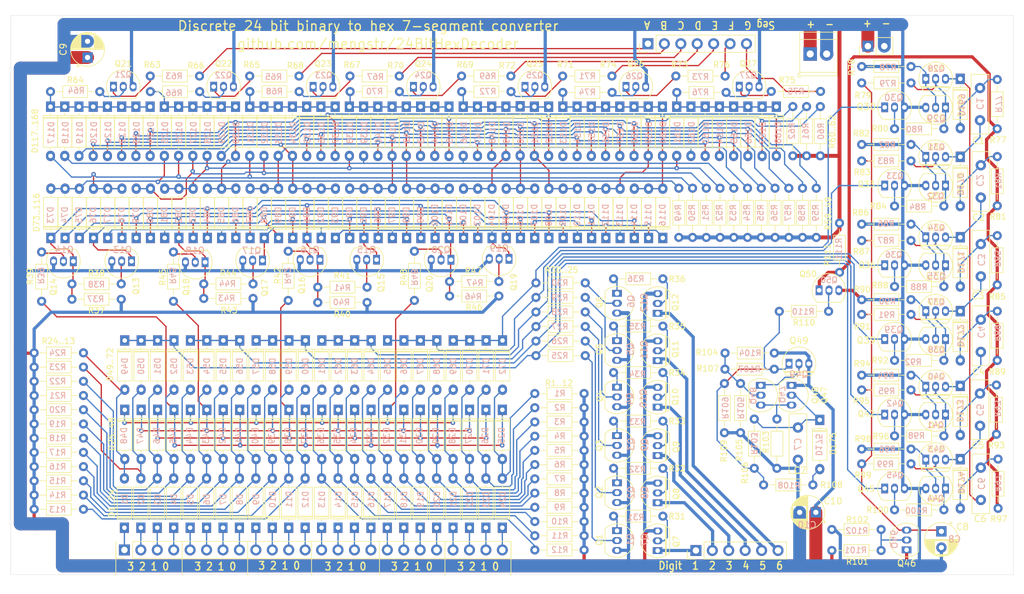
<source format=kicad_pcb>
(kicad_pcb (version 20211014) (generator pcbnew)
  (layers (0 "F.Cu" signal) (31 "B.Cu" signal) (34 "B.Paste" user) (35 "F.Paste" user) (36 "B.SilkS" user "B.Silkscreen") (37 "F.SilkS" user "F.Silkscreen") (38 "B.Mask" user) (39 "F.Mask" user) (44 "Edge.Cuts" user))
  (net 0 "")
  (net 1 "/B0")
  (net 2 "/B1")
  (net 3 "/B2")
  (net 4 "/B3")
  (net 5 "/{slash}B0")
  (net 6 "/I1")
  (net 7 "/{slash}B1")
  (net 8 "/{slash}B3")
  (net 9 "/I2")
  (net 10 "/I3")
  (net 11 "/{slash}B2")
  (net 12 "/I4")
  (net 13 "/I5")
  (net 14 "/I6")
  (net 15 "/I7")
  (net 16 "/I8")
  (net 17 "/I9")
  (net 18 "/I10")
  (net 19 "/I11")
  (net 20 "/I12")
  (net 21 "/I13")
  (net 22 "/I14")
  (net 23 "GND")
  (net 24 "VCC")
  (net 25 "/SEGA")
  (net 26 "/SEGC")
  (net 27 "/SEGD")
  (net 28 "/SEGE")
  (net 29 "/SEGF")
  (net 30 "/SEGG")
  (net 31 "/DIGIT1")
  (net 32 "/DIGIT2")
  (net 33 "/DIGIT3")
  (net 34 "/DIGIT4")
  (net 35 "/DIGIT5")
  (net 36 "/DIGIT6")
  (net 37 "/BIT0")
  (net 38 "/BIT1")
  (net 39 "/BIT2")
  (net 40 "/BIT3")
  (net 41 "/PWRPULSE")
  (net 42 "/BIAS")
  (net 43 "Net-(J1005-Pad1)")
  (net 44 "Net-(J1005-Pad2)")
  (net 45 "Net-(J1005-Pad3)")
  (net 46 "Net-(J1005-Pad4)")
  (net 47 "Net-(J1005-Pad5)")
  (net 48 "Net-(J1005-Pad6)")
  (net 49 "Net-(J1005-Pad7)")
  (net 50 "Net-(J1001-Pad1)")
  (net 51 "Net-(J1001-Pad2)")
  (net 52 "Net-(J1001-Pad3)")
  (net 53 "Net-(J1001-Pad4)")
  (net 54 "Net-(D5-Pad1)")
  (net 55 "Net-(J1001-Pad6)")
  (net 56 "Net-(J1001-Pad7)")
  (net 57 "Net-(J1001-Pad8)")
  (net 58 "Net-(D9-Pad1)")
  (net 59 "Net-(J1001-Pad10)")
  (net 60 "Net-(J1001-Pad11)")
  (net 61 "Net-(J1001-Pad12)")
  (net 62 "Net-(J1001-Pad13)")
  (net 63 "Net-(J1001-Pad14)")
  (net 64 "Net-(J1001-Pad15)")
  (net 65 "Net-(J1001-Pad16)")
  (net 66 "Net-(J1001-Pad17)")
  (net 67 "Net-(J1001-Pad18)")
  (net 68 "Net-(J1001-Pad19)")
  (net 69 "Net-(D20-Pad1)")
  (net 70 "Net-(J1001-Pad21)")
  (net 71 "Net-(J1001-Pad22)")
  (net 72 "Net-(D23-Pad1)")
  (net 73 "Net-(D24-Pad1)")
  (net 74 "Net-(D1-Pad2)")
  (net 75 "Net-(D2-Pad2)")
  (net 76 "Net-(D3-Pad2)")
  (net 77 "Net-(D4-Pad2)")
  (net 78 "Net-(D44-Pad2)")
  (net 79 "Net-(D43-Pad2)")
  (net 80 "Net-(D42-Pad2)")
  (net 81 "Net-(D41-Pad2)")
  (net 82 "Net-(D40-Pad2)")
  (net 83 "Net-(D10-Pad2)")
  (net 84 "Net-(D11-Pad2)")
  (net 85 "Net-(D12-Pad2)")
  (net 86 "Net-(D13-Pad2)")
  (net 87 "Net-(D14-Pad2)")
  (net 88 "Net-(D15-Pad2)")
  (net 89 "Net-(D16-Pad2)")
  (net 90 "Net-(D17-Pad2)")
  (net 91 "Net-(D18-Pad2)")
  (net 92 "Net-(D19-Pad2)")
  (net 93 "Net-(D20-Pad2)")
  (net 94 "Net-(D21-Pad2)")
  (net 95 "Net-(D22-Pad2)")
  (net 96 "Net-(D23-Pad2)")
  (net 97 "Net-(D24-Pad2)")
  (net 98 "Net-(Q1-Pad1)")
  (net 99 "Net-(Q1-Pad2)")
  (net 100 "Net-(Q2-Pad1)")
  (net 101 "Net-(Q2-Pad2)")
  (net 102 "Net-(Q3-Pad1)")
  (net 103 "Net-(Q3-Pad2)")
  (net 104 "Net-(Q4-Pad1)")
  (net 105 "Net-(Q4-Pad2)")
  (net 106 "Net-(Q5-Pad1)")
  (net 107 "Net-(Q5-Pad2)")
  (net 108 "Net-(Q6-Pad1)")
  (net 109 "Net-(Q6-Pad2)")
  (net 110 "Net-(Q7-Pad2)")
  (net 111 "Net-(Q8-Pad2)")
  (net 112 "Net-(Q9-Pad2)")
  (net 113 "Net-(Q10-Pad2)")
  (net 114 "Net-(Q11-Pad2)")
  (net 115 "Net-(Q12-Pad2)")
  (net 116 "Net-(Q13-Pad2)")
  (net 117 "Net-(Q14-Pad2)")
  (net 118 "Net-(Q15-Pad2)")
  (net 119 "Net-(Q16-Pad2)")
  (net 120 "Net-(Q17-Pad2)")
  (net 121 "Net-(Q18-Pad2)")
  (net 122 "Net-(Q19-Pad2)")
  (net 123 "Net-(Q20-Pad2)")
  (net 124 "Net-(D117-Pad1)")
  (net 125 "Net-(D125-Pad1)")
  (net 126 "Net-(D131-Pad1)")
  (net 127 "Net-(D138-Pad1)")
  (net 128 "Net-(D146-Pad1)")
  (net 129 "Net-(D153-Pad1)")
  (net 130 "Net-(D161-Pad1)")
  (net 131 "Net-(Q21-Pad2)")
  (net 132 "Net-(Q22-Pad1)")
  (net 133 "Net-(Q22-Pad2)")
  (net 134 "Net-(Q23-Pad2)")
  (net 135 "Net-(Q24-Pad2)")
  (net 136 "Net-(Q25-Pad2)")
  (net 137 "Net-(Q26-Pad2)")
  (net 138 "Net-(Q27-Pad2)")
  (net 139 "Net-(C1-Pad1)")
  (net 140 "Net-(C1-Pad2)")
  (net 141 "Net-(C2-Pad1)")
  (net 142 "Net-(C2-Pad2)")
  (net 143 "Net-(C3-Pad1)")
  (net 144 "Net-(C3-Pad2)")
  (net 145 "Net-(C4-Pad1)")
  (net 146 "Net-(C4-Pad2)")
  (net 147 "Net-(C5-Pad1)")
  (net 148 "Net-(C5-Pad2)")
  (net 149 "Net-(C6-Pad1)")
  (net 150 "Net-(C6-Pad2)")
  (net 151 "Net-(C7-Pad1)")
  (net 152 "Net-(D49-Pad1)")
  (net 153 "Net-(D53-Pad1)")
  (net 154 "Net-(D57-Pad1)")
  (net 155 "Net-(D61-Pad1)")
  (net 156 "Net-(D65-Pad1)")
  (net 157 "Net-(D69-Pad1)")
  (net 158 "Net-(D175-Pad2)")
  (net 159 "Net-(Q28-Pad1)")
  (net 160 "Net-(Q28-Pad2)")
  (net 161 "Net-(Q30-Pad2)")
  (net 162 "Net-(Q31-Pad1)")
  (net 163 "Net-(Q31-Pad2)")
  (net 164 "Net-(Q33-Pad2)")
  (net 165 "Net-(Q34-Pad1)")
  (net 166 "Net-(Q34-Pad2)")
  (net 167 "Net-(Q36-Pad2)")
  (net 168 "Net-(Q37-Pad1)")
  (net 169 "Net-(Q37-Pad2)")
  (net 170 "Net-(Q39-Pad2)")
  (net 171 "Net-(Q40-Pad1)")
  (net 172 "Net-(Q40-Pad2)")
  (net 173 "Net-(Q42-Pad2)")
  (net 174 "Net-(Q43-Pad1)")
  (net 175 "Net-(Q43-Pad2)")
  (net 176 "Net-(Q45-Pad2)")
  (net 177 "Net-(Q46-Pad2)")
  (net 178 "Net-(Q47-Pad3)")
  (net 179 "Net-(Q48-Pad1)")
  (net 180 "Net-(Q48-Pad2)")
  (net 181 "Net-(Q49-Pad1)")
  (net 182 "Net-(Q50-Pad2)")
  (footprint "mengstr:D_DO-35_P7.62_SmallPads" (layer "F.Cu") (at 54.74921 63.111 -90)
    (fp_text reference "D125")
    (fp_text value "SMALL_DIODEDO35-7")
  )
  (footprint "mengstr:TO-92_PNP_Spaced" (layer "F.Cu") (at 131 109.33 90)
    (fp_text reference "Q10")
    (fp_text value "BC557")
  )
  (footprint "mengstr:TO-92_NPN_Spaced" (layer "F.Cu") (at 175.2445 63.25 180)
    (fp_text reference "Q29")
    (fp_text value "BC547")
  )
  (footprint "Capacitor_THT:CP_Radial_D5.0mm_P2.50mm" (layer "F.Cu") (at 174.865 128.819888 -90)
    (fp_text reference "C8")
    (fp_text value "C")
  )
  (footprint "mengstr:D_DO-35_P7.62_SmallPads" (layer "F.Cu") (at 118.54921 63.111 -90)
    (fp_text reference "D154")
    (fp_text value "SMALL_DIODEDO35-7")
  )
  (footprint "mengstr:R_L3.6mm_D1.6mm_P7.62mm_NoTop" (layer "F.Cu") (at 145.94 111.44 -90)
    (fp_text reference "R106")
    (fp_text value "R")
  )
  (footprint "MountingHole:MountingHole_3.2mm_M3" (layer "F.Cu") (at 34.49 52.4)
    (fp_text reference "H1003" hide)
    (fp_text value "MountingHole")
  )
  (footprint "mengstr:D_DO-35_P7.62_SmallPads" (layer "F.Cu") (at 99.374 128.251 90)
    (fp_text reference "D21")
    (fp_text value "SMALL_DIODEDO35-7")
  )
  (footprint "mengstr:TO-92_NPN_Spaced" (layer "F.Cu") (at 166.3545 87.634)
    (fp_text reference "Q36")
    (fp_text value "BC547")
  )
  (footprint "mengstr:D_DO-35_P7.62_SmallPads" (layer "F.Cu") (at 94.39921 83.416 90)
    (fp_text reference "D99")
    (fp_text value "SMALL_DIODEDO35-7")
  )
  (footprint "mengstr:TO-92_NPN_Spaced" (layer "F.Cu") (at 124.72 114.25 -90)
    (fp_text reference "Q3")
    (fp_text value "BC547")
  )
  (footprint "mengstr:R_L3.6mm_D1.6mm_P7.62mm_NoTop" (layer "F.Cu") (at 40.46421 90.531)
    (fp_text reference "R38")
    (fp_text value "R")
  )
  (footprint "mengstr:R_L3.6mm_D1.6mm_P7.62mm_NoTop" (layer "F.Cu") (at 67.94 58.375)
    (fp_text reference "R65")
    (fp_text value "R")
  )
  (footprint "mengstr:TO-92_NPN_Spaced" (layer "F.Cu") (at 124.72 92.25 -90)
    (fp_text reference "Q6")
    (fp_text value "BC547")
  )
  (footprint "mengstr:R_L3.6mm_D1.6mm_P7.62mm_NoTop" (layer "F.Cu") (at 170.1645 83.824 180)
    (fp_text reference "R87")
    (fp_text value "R")
  )
  (footprint "mengstr:D_DO-35_P7.62_SmallPads" (layer "F.Cu") (at 111.99921 83.416 90)
    (fp_text reference "D107")
    (fp_text value "SMALL_DIODEDO35-7")
  )
  (footprint "mengstr:R_L3.6mm_D1.6mm_P7.62mm_NoTop" (layer "F.Cu") (at 170.1645 118.368 180)
    (fp_text reference "R99")
    (fp_text value "R")
  )
  (footprint "mengstr:R_L3.6mm_D1.6mm_P7.62mm_NoTop" (layer "F.Cu") (at 60.83921 90.531)
    (fp_text reference "R44")
    (fp_text value "R")
  )
  (footprint "MountingHole:MountingHole_3.2mm_M3" (layer "F.Cu") (at 34.49 132.15)
    (fp_text reference "H1004" hide)
    (fp_text value "MountingHole")
  )
  (footprint "mengstr:TO-92_NPN_Spaced" (layer "F.Cu") (at 166.3545 122.178)
    (fp_text reference "Q45")
    (fp_text value "BC547")
  )
  (footprint "mengstr:D_DO-35_P7.62_SmallPads" (layer "F.Cu") (at 109.79921 83.416 90)
    (fp_text reference "D106")
    (fp_text value "SMALL_DIODEDO35-7")
  )
  (footprint "mengstr:D_DO-35_P7.62_SmallPads" (layer "F.Cu") (at 81.19921 83.416 90)
    (fp_text reference "D93")
    (fp_text value "SMALL_DIODEDO35-7")
  )
  (footprint "mengstr:TO-92_NPN_Spaced" (layer "F.Cu") (at 166.3545 99.064)
    (fp_text reference "Q39")
    (fp_text value "BC547")
  )
  (footprint "mengstr:D_DO-35_P7.62_SmallPads" (layer "F.Cu") (at 61.34921 63.111 -90)
    (fp_text reference "D128")
    (fp_text value "SMALL_DIODEDO35-7")
  )
  (footprint "mengstr:R_L3.6mm_D1.6mm_P7.62mm_NoTop" (layer "F.Cu") (at 37.14921 60.781)
    (fp_text reference "R64")
    (fp_text value "R")
  )
  (footprint "mengstr:D_DO-35_P7.62_SmallPads" (layer "F.Cu") (at 54.79921 83.416 90)
    (fp_text reference "D81")
    (fp_text value "SMALL_DIODEDO35-7")
  )
  (footprint "mengstr:D_DO-35_P7.62_SmallPads" (layer "F.Cu") (at 81.63269 99.281 -90)
    (fp_text reference "D62")
    (fp_text value "SMALL_DIODEDO35-7")
  )
  (footprint "mengstr:D_DO-35_P7.62_SmallPads" (layer "F.Cu") (at 131.79921 83.416 90)
    (fp_text reference "D116")
    (fp_text value "SMALL_DIODEDO35-7")
  )
  (footprint "mengstr:D_DO-35_P7.62_SmallPads" (layer "F.Cu") (at 94.308774 110.006 -90)
    (fp_text reference "D30")
    (fp_text value "SMALL_DIODEDO35-7")
  )
  (footprint "mengstr:TO-92_NPN_Spaced" (layer "F.Cu") (at 124.72 99.56 -90)
    (fp_text reference "Q5")
    (fp_text value "BC547")
  )
  (footprint "mengstr:R_L3.6mm_D1.6mm_P7.62mm_NoTop" (layer "F.Cu") (at 165.55 128.525 180)
    (fp_text reference "R102")
    (fp_text value "R")
  )
  (footprint "mengstr:R_L3.6mm_D1.6mm_P7.62mm_NoTop" (layer "F.Cu") (at 60.83921 92.781)
    (fp_text reference "R43")
    (fp_text value "R")
  )
  (footprint "mengstr:D_DO-35_P7.62_SmallPads" (layer "F.Cu") (at 74.0153 99.281 -90)
    (fp_text reference "D59")
    (fp_text value "SMALL_DIODEDO35-7")
  )
  (footprint "mengstr:R_L3.6mm_D1.6mm_P7.62mm_NoTop" (layer "F.Cu") (at 100.71421 60.781)
    (fp_text reference "R72")
    (fp_text value "R")
  )
  (footprint "mengstr:R_L3.6mm_D1.6mm_P7.62mm_NoTop" (layer "F.Cu") (at 52.565 58.375)
    (fp_text reference "R63")
    (fp_text value "R")
  )
  (footprint "mengstr:D_DO-35_P7.62_SmallPads" (layer "F.Cu") (at 76.55443 99.281 -90)
    (fp_text reference "D60")
    (fp_text value "SMALL_DIODEDO35-7")
  )
  (footprint "mengstr:R_L3.6mm_D1.6mm_P7.62mm_NoTop" (layer "F.Cu") (at 167.6245 114.05)
    (fp_text reference "R96")
    (fp_text value "R")
  )
  (footprint "mengstr:D_DO-35_P7.62_SmallPads" (layer "F.Cu") (at 104.460946 110.006 -90)
    (fp_text reference "D26")
    (fp_text value "SMALL_DIODEDO35-7")
  )
  (footprint "mengstr:D_DO-35_P7.62_SmallPads" (layer "F.Cu") (at 72.39921 83.416 90)
    (fp_text reference "D89")
    (fp_text value "SMALL_DIODEDO35-7")
  )
  (footprint "mengstr:TO-92_NPN_Spaced" (layer "F.Cu") (at 47.12921 60.016)
    (fp_text reference "Q21")
    (fp_text value "BC547")
  )
  (footprint "mengstr:D_DO-35_P7.62_SmallPads" (layer "F.Cu") (at 177.7845 70.87 -90)
    (fp_text reference "D170")
    (fp_text value "SMALL_DIODEDO35-7")
  )
  (footprint "mengstr:R_L3.6mm_D1.6mm_P7.62mm_NoTop" (layer "F.Cu") (at 131.81 119.06 180)
    (fp_text reference "R32")
    (fp_text value "R")
  )
  (footprint "mengstr:D_DO-35_P7.62_SmallPads" (layer "F.Cu") (at 61.274 128.251 90)
    (fp_text reference "D6")
    (fp_text value "SMALL_DIODEDO35-7")
  )
  (footprint "mengstr:D_DO-35_P7.62_SmallPads" (layer "F.Cu") (at 125.19921 83.416 90)
    (fp_text reference "D113")
    (fp_text value "SMALL_DIODEDO35-7")
  )
  (footprint "mengstr:D_DO-35_P7.62_SmallPads" (layer "F.Cu") (at 72.34921 63.111 -90)
    (fp_text reference "D133")
    (fp_text value "SMALL_DIODEDO35-7")
  )
  (footprint "mengstr:D_DO-35_P7.62_SmallPads" (layer "F.Cu") (at 84.17182 99.281 -90)
    (fp_text reference "D63")
    (fp_text value "SMALL_DIODEDO35-7")
  )
  (footprint "mengstr:D_DO-35_P7.62_SmallPads" (layer "F.Cu") (at 63.59921 83.416 90)
    (fp_text reference "D85")
    (fp_text value "SMALL_DIODEDO35-7")
  )
  (footprint "mengstr:D_DO-35_P7.62_SmallPads" (layer "F.Cu") (at 100.99921 83.416 90)
    (fp_text reference "D102")
    (fp_text value "SMALL_DIODEDO35-7")
  )
  (footprint "mengstr:D_DO-35_P7.62_SmallPads" (layer "F.Cu") (at 114.14921 63.111 -90)
    (fp_text reference "D152")
    (fp_text value "SMALL_DIODEDO35-7")
  )
  (footprint "mengstr:R_L3.6mm_D1.6mm_P7.62mm_NoTop" (layer "F.Cu") (at 157.93 131.775)
    (fp_text reference "R101")
    (fp_text value "R")
  )
  (footprint "mengstr:TO-92_NPN_Spaced" (layer "F.Cu") (at 124.72 128.965 -90)
    (fp_text reference "Q1")
    (fp_text value "BC547")
  )
  (footprint "mengstr:D_DO-35_P7.62_SmallPads" (layer "F.Cu") (at 61.314215 110.006 -90)
    (fp_text reference "D43")
    (fp_text value "SMALL_DIODEDO35-7")
  )
  (footprint "mengstr:R_L3.6mm_D1.6mm_P7.62mm_NoTop" (layer "F.Cu") (at 170.1645 106.938 180)
    (fp_text reference "R95")
    (fp_text value "R")
  )
  (footprint "mengstr:R_L3.6mm_D1.6mm_P7.62mm_NoTop" (layer "F.Cu") (at 143.815 105.94 -90)
    (fp_text reference "R105")
    (fp_text value "R")
  )
  (footprint "mengstr:D_DO-35_P7.62_SmallPads" (layer "F.Cu") (at 37.19921 83.416 90)
    (fp_text reference "D73")
    (fp_text value "SMALL_DIODEDO35-7")
  )
  (footprint "mengstr:D_DO-35_P7.62_SmallPads" (layer "F.Cu") (at 94.294 128.251 90)
    (fp_text reference "D19")
    (fp_text value "SMALL_DIODEDO35-7")
  )
  (footprint "mengstr:D_DO-35_P7.62_SmallPads" (layer "F.Cu") (at 39.34921 63.111 -90)
    (fp_text reference "D118")
    (fp_text value "SMALL_DIODEDO35-7")
  )
  (footprint "mengstr:D_DO-35_P7.62_SmallPads" (layer "F.Cu") (at 96.54921 63.111 -90)
    (fp_text reference "D144")
    (fp_text value "SMALL_DIODEDO35-7")
  )
  (footprint "mengstr:D_DO-35_P7.62_SmallPads" (layer "F.Cu") (at 89.25008 99.281 -90)
    (fp_text reference "D65")
    (fp_text value "SMALL_DIODEDO35-7")
  )
  (footprint "mengstr:R_L3.6mm_D1.6mm_P7.62mm_NoTop" (layer "F.Cu") (at 119.81 99.375 180)
    (fp_text reference "R26")
    (fp_text value "R")
  )
  (footprint "mengstr:R_L3.6mm_D1.6mm_P7.62mm_NoTop" (layer "F.Cu") (at 183.4995 66.531 90)
    (fp_text reference "R77")
    (fp_text value "R")
  )
  (footprint "mengstr:R_L3.6mm_D1.6mm_P7.62mm_NoTop" (layer "F.Cu") (at 112.014 120.691)
    (fp_text reference "R7")
    (fp_text value "R")
  )
  (footprint "mengstr:R_L3.6mm_D1.6mm_P7.62mm_NoTop" (layer "F.Cu") (at 167.6245 78.49)
    (fp_text reference "R84")
    (fp_text value "R")
  )
  (footprint "mengstr:D_DO-35_P7.62_SmallPads" (layer "F.Cu") (at 43.74921 63.111 -90)
    (fp_text reference "D120")
    (fp_text value "SMALL_DIODEDO35-7")
  )
  (footprint "mengstr:D_DO-35_P7.62_SmallPads" (layer "F.Cu") (at 79.09356 99.281 -90)
    (fp_text reference "D61")
    (fp_text value "SMALL_DIODEDO35-7")
  )
  (footprint "mengstr:D_DO-35_P7.62_SmallPads" (layer "F.Cu") (at 41.54921 63.111 -90)
    (fp_text reference "D119")
    (fp_text value "SMALL_DIODEDO35-7")
  )
  (footprint "mengstr:TO-92_NPN_Spaced" (layer "F.Cu") (at 62.62921 60.016)
    (fp_text reference "Q22")
    (fp_text value "BC547")
  )
  (footprint "mengstr:R_L3.6mm_D1.6mm_P7.62mm_NoTop" (layer "F.Cu") (at 131.81 97.06 180)
    (fp_text reference "R35")
    (fp_text value "R")
  )
  (footprint "mengstr:D_DO-35_P7.62_SmallPads" (layer "F.Cu") (at 140.54921 63.111 -90)
    (fp_text reference "D164")
    (fp_text value "SMALL_DIODEDO35-7")
  )
  (footprint "mengstr:R_L3.6mm_D1.6mm_P7.62mm_NoTop" (layer "F.Cu") (at 98.83921 90.156)
    (fp_text reference "R47")
    (fp_text value "R")
  )
  (footprint "Capacitor_THT:CP_Radial_D5.0mm_P2.50mm" (layer "F.Cu") (at 42.875 55.5 90)
    (fp_text reference "C9")
    (fp_text value "C")
  )
  (footprint "mengstr:R_L3.6mm_D1.6mm_P7.62mm_NoTop" (layer "F.Cu") (at 42.24 116.6 180)
    (fp_text reference "R17")
    (fp_text value "R")
  )
  (footprint "mengstr:TO-92_PNP_Spaced" (layer "F.Cu") (at 151.575 102.875)
    (fp_text reference "Q49")
    (fp_text value "BC557")
  )
  (footprint "mengstr:D_DO-35_P7.62_SmallPads" (layer "F.Cu") (at 92.14921 63.111 -90)
    (fp_text reference "D142")
    (fp_text value "SMALL_DIODEDO35-7")
  )
  (footprint "mengstr:R_L3.6mm_D1.6mm_P7.62mm_NoTop" (layer "F.Cu") (at 112.014 114.091)
    (fp_text reference "R4")
    (fp_text value "R")
  )
  (footprint "mengstr:D_DO-35_P7.62_SmallPads" (layer "F.Cu") (at 136.14921 63.111 -90)
    (fp_text reference "D162")
    (fp_text value "SMALL_DIODEDO35-7")
  )
  (footprint "mengstr:R_L3.6mm_D1.6mm_P7.62mm_NoTop" (layer "F.Cu") (at 167.6245 125.48)
    (fp_text reference "R100")
    (fp_text value "R")
  )
  (footprint "mengstr:D_DO-35_P7.62_SmallPads" (layer "F.Cu") (at 101.914 128.251 90)
    (fp_text reference "D22")
    (fp_text value "SMALL_DIODEDO35-7")
  )
  (footprint "mengstr:R_L3.6mm_D1.6mm_P7.62mm_NoTop" (layer "F.Cu") (at 134.27421 75.721 -90)
    (fp_text reference "R49")
    (fp_text value "R")
  )
  (footprint "mengstr:D_DO-35_P7.62_SmallPads" (layer "F.Cu") (at 50.34921 63.111 -90)
    (fp_text reference "D123")
    (fp_text value "SMALL_DIODEDO35-7")
  )
  (footprint "mengstr:TO-92_NPN_Spaced" (layer "F.Cu") (at 78.54421 86.796 180)
    (fp_text reference "Q16")
    (fp_text value "BC547")
  )
  (footprint "mengstr:R_L3.6mm_D1.6mm_P7.62mm_NoTop" (layer "F.Cu") (at 83.44 58.375)
    (fp_text reference "R67")
    (fp_text value "R")
  )
  (footprint "mengstr:D_DO-35_P7.62_SmallPads" (layer "F.Cu") (at 96.834 128.251 90)
    (fp_text reference "D20")
    (fp_text value "SMALL_DIODEDO35-7")
  )
  (footprint "mengstr:D_DO-35_P7.62_SmallPads" (layer "F.Cu") (at 73.974 128.251 90)
    (fp_text reference "D11")
    (fp_text value "SMALL_DIODEDO35-7")
  )
  (footprint "mengstr:D_DO-35_P7.62_SmallPads" (layer "F.Cu") (at 61.31965 99.281 -90)
    (fp_text reference "D54")
    (fp_text value "SMALL_DIODEDO35-7")
  )
  (footprint "mengstr:TO-92_NPN_Spaced" (layer "F.Cu") (at 126.35921 60.031)
    (fp_text reference "Q26")
    (fp_text value "BC547")
  )
  (footprint "mengstr:D_DO-35_P7.62_SmallPads" (layer "F.Cu") (at 53.70226 99.281 -90)
    (fp_text reference "D51")
    (fp_text value "SMALL_DIODEDO35-7")
  )
  (footprint "mengstr:R_L3.6mm_D1.6mm_P7.62mm_NoTop" (layer "F.Cu") (at 52.58921 60.781)
    (fp_text reference "R66")
    (fp_text value "R")
  )
  (footprint "mengstr:D_DO-35_P7.62_SmallPads" (layer "F.Cu") (at 118.59921 83.416 90)
    (fp_text reference "D110")
    (fp_text value "SMALL_DIODEDO35-7")
  )
  (footprint "mengstr:D_DO-35_P7.62_SmallPads" (layer "F.Cu") (at 89.214 128.251 90)
    (fp_text reference "D17")
    (fp_text value "SMALL_DIODEDO35-7")
  )
  (footprint "mengstr:TO-92_NPN_Spaced" (layer "F.Cu") (at 175.2445 87.634 180)
    (fp_text reference "Q35")
    (fp_text value "BC547")
  )
  (footprint "mengstr:R_L3.6mm_D1.6mm_P7.62mm_NoTop" (layer "F.Cu") (at 151.27421 75.721 -90)
    (fp_text reference "R57")
    (fp_text value "R")
  )
  (footprint "mengstr:R_L3.6mm_D1.6mm_P7.62mm_NoTop" (layer "F.Cu") (at 78.46421 93.406)
    (fp_text reference "R40")
    (fp_text value "R")
  )
  (footprint "mengstr:R_L3.6mm_D1.6mm_P7.62mm_NoTop" (layer "F.Cu") (at 159.115 81.125 -90)
    (fp_text reference "R111")
    (fp_text value "R")
  )
  (footprint "mengstr:TO-92_NPN_Spaced" (layer "F.Cu") (at 49.41921 87.031 180)
    (fp_text reference "Q13")
    (fp_text value "BC547")
  )
  (footprint "mengstr:D_DO-35_P7.62_SmallPads" (layer "F.Cu") (at 51.114 128.251 90)
    (fp_text reference "D2")
    (fp_text value "SMALL_DIODEDO35-7")
  )
  (footprint "mengstr:TO-92_NPN_Spaced" (layer "F.Cu") (at 87.29421 86.781 180)
    (fp_text reference "Q15")
    (fp_text value "BC547")
  )
  (footprint "mengstr:D_DO-35_P7.62_SmallPads" (layer "F.Cu") (at 149.34921 63.111 -90)
    (fp_text reference "D168")
    (fp_text value "SMALL_DIODEDO35-7")
  )
  (footprint "mengstr:D_DO-35_P7.62_SmallPads" (layer "F.Cu") (at 43.79921 83.416 90)
    (fp_text reference "D76")
    (fp_text value "SMALL_DIODEDO35-7")
  )
  (footprint "mengstr:R_L3.6mm_D1.6mm_P7.62mm_NoTop" (layer "F.Cu") (at 119.81 101.625 180)
    (fp_text reference "R25")
    (fp_text value "R")
  )
  (footprint "mengstr:D_DO-35_P7.62_SmallPads" (layer "F.Cu") (at 85.59921 83.416 90)
    (fp_text reference "D95")
    (fp_text value "SMALL_DIODEDO35-7")
  )
  (footprint "mengstr:D_DO-35_P7.62_SmallPads" (layer "F.Cu") (at 96.86747 99.281 -90)
    (fp_text reference "D68")
    (fp_text value "SMALL_DIODEDO35-7")
  )
  (footprint "mengstr:D_DO-35_P7.62_SmallPads" (layer "F.Cu") (at 129.59921 83.416 90)
    (fp_text reference "D115")
    (fp_text value "SMALL_DIODEDO35-7")
  )
  (footprint "mengstr:R_L3.6mm_D1.6mm_P7.62mm_NoTop" (layer "F.Cu") (at 170.1645 92.968 180)
    (fp_text reference "R90")
    (fp_text value "R")
  )
  (footprint "mengstr:D_DO-35_P7.62_SmallPads" (layer "F.Cu") (at 58.734 128.251 90)
    (fp_text reference "D5")
    (fp_text value "SMALL_DIODEDO35-7")
  )
  (footprint "mengstr:R_L3.6mm_D1.6mm_P7.62mm_NoTop" (layer "F.Cu") (at 140.64921 75.721 -90)
    (fp_text reference "R52")
    (fp_text value "R")
  )
  (footprint "mengstr:D_DO-35_P7.62_SmallPads" (layer "F.Cu") (at 71.434 128.251 90)
    (fp_text reference "D10")
    (fp_text value "SMALL_DIODEDO35-7")
  )
  (footprint "mengstr:R_L3.6mm_D1.6mm_P7.62mm_NoTop" (layer "F.Cu") (at 155 121.625 180)
    (fp_text reference "R108")
    (fp_text value "R")
  )
  (footprint "Capacitor_THT:C_Disc_D9.0mm_W2.5mm_P5.00mm" (layer "F.Cu") (at 180.9595 89.372 90)
    (fp_text reference "C3")
    (fp_text value "C")
  )
  (footprint "mengstr:D_DO-35_P7.62_SmallPads" (layer "F.Cu") (at 39.39921 83.416 90)
    (fp_text reference "D74")
    (fp_text value "SMALL_DIODEDO35-7")
  )
  (footprint "mengstr:R_L3.6mm_D1.6mm_P7.62mm_NoTop" (layer "F.Cu") (at 136.39921 75.721 -90)
    (fp_text reference "R50")
    (fp_text value "R")
  )
  (footprint "mengstr:R_L3.6mm_D1.6mm_P7.62mm_NoTop" (layer "F.Cu") (at 183.3725 113.796 90)
    (fp_text reference "R93")
    (fp_text value "R")
  )
  (footprint "mengstr:R_L3.6mm_D1.6mm_P7.62mm_NoTop" (layer "F.Cu") (at 112.014 111.891)
    (fp_text reference "R3")
    (fp_text value "R")
  )
  (footprint "mengstr:D_DO-35_P7.62_SmallPads" (layer "F.Cu") (at 67.94921 63.111 -90)
    (fp_text reference "D131")
    (fp_text value "SMALL_DIODEDO35-7")
  )
  (footprint "mengstr:TO-92_NPN_Spaced" (layer "F.Cu") (at 175.2445 110.748 180)
    (fp_text reference "Q41")
    (fp_text value "BC547")
  )
  (footprint "mengstr:R_L3.6mm_D1.6mm_P7.62mm_NoTop" (layer "F.Cu") (at 155.52421 75.721 -90)
    (fp_text reference "R59")
    (fp_text value "R")
  )
  (footprint "mengstr:R_L3.6mm_D1.6mm_P7.62mm_NoTop" (layer "F.Cu") (at 42.24 121 180)
    (fp_text reference "R15")
    (fp_text value "R")
  )
  (footprint "mengstr:D_DO-35_P7.62_SmallPads" (layer "F.Cu") (at 53.654 128.251 90)
    (fp_text reference "D3")
    (fp_text value "SMALL_DIODEDO35-7")
  )
  (footprint "mengstr:D_DO-35_P7.62_SmallPads" (layer "F.Cu") (at 156.065 111.565 -90)
    (fp_text reference "D175")
    (fp_text value "SMALL_DIODEDO35-7")
  )
  (footprint "mengstr:R_L3.6mm_D1.6mm_P7.62mm_NoTop" (layer "F.Cu") (at 170.1645 71.505 180)
    (fp_text reference "R83")
    (fp_text value "R")
  )
  (footprint "mengstr:R_L3.6mm_D1.6mm_P7.62mm_NoTop" (layer "F.Cu") (at 112.014 125.091)
    (fp_text reference "R9")
    (fp_text value "R")
  )
  (footprint "mengstr:D_DO-35_P7.62_SmallPads" (layer "F.Cu") (at 81.618559 110.006 -90)
    (fp_text reference "D35")
    (fp_text value "SMALL_DIODEDO35-7")
  )
  (footprint "mengstr:R_L3.6mm_D1.6mm_P7.62mm_NoTop" (layer "F.Cu") (at 119.81 97.125 180)
    (fp_text reference "R27")
    (fp_text value "R")
  )
  (footprint "Capacitor_THT:CP_Radial_D5.0mm_P2.50mm" (layer "F.Cu") (at 155.455113 125.875 180)
    (fp_text reference "C10")
    (fp_text value "C")
  )
  (footprint "mengstr:D_DO-35_P7.62_SmallPads" (layer "F.Cu") (at 48.19921 83.416 90)
    (fp_text reference "D78")
    (fp_text value "SMALL_DIODEDO35-7")
  )
  (footprint "mengstr:R_L3.6mm_D1.6mm_P7.62mm_NoTop" (layer "F.Cu") (at 83.46421 60.781)
    (fp_text reference "R70")
    (fp_text value "R")
  )
  (footprint "mengstr:R_L3.6mm_D1.6mm_P7.62mm_NoTop" (layer "F.Cu") (at 149.14921 75.721 -90)
    (fp_text reference "R56")
    (fp_text value "R")
  )
  (footprint "mengstr:R_L3.6mm_D1.6mm_P7.62mm_NoTop" (layer "F.Cu") (at 116.33921 60.906)
    (fp_text reference "R74")
    (fp_text value "R")
  )
  (footprint "mengstr:D_DO-35_P7.62_SmallPads" (layer "F.Cu") (at 41.59921 83.416 90)
    (fp_text reference "D75")
    (fp_text value "SMALL_DIODEDO35-7")
  )
  (footprint "mengstr:D_DO-35_P7.62_SmallPads" (layer "F.Cu") (at 79.080516 110.006 -90)
    (fp_text reference "D36")
    (fp_text value "SMALL_DIODEDO35-7")
  )
  (footprint "mengstr:R_L3.6mm_D1.6mm_P7.62mm_NoTop" (layer "F.Cu") (at 170.1645 81.284 180)
    (fp_text reference "R86")
    (fp_text value "R")
  )
  (footprint "mengstr:R_L3.6mm_D1.6mm_P7.62mm_NoTop" (layer "F.Cu") (at 42.24 118.8 180)
    (fp_text reference "R16")
    (fp_text value "R")
  )
  (footprint "mengstr:D_DO-35_P7.62_SmallPads" (layer "F.Cu") (at 74.59921 83.416 90)
    (fp_text reference "D90")
    (fp_text value "SMALL_DIODEDO35-7")
  )
  (footprint "Capacitor_THT:C_Disc_D9.0mm_W2.5mm_P5.00mm" (layer "F.Cu") (at 180.9595 77.18 90)
    (fp_text reference "C2")
    (fp_text value "C")
  )
  (footprint "mengstr:R_L3.6mm_D1.6mm_P7.62mm_NoTop" (layer "F.Cu") (at 148.565 60.75)
    (fp_text reference "R75")
    (fp_text value "R")
  )
  (footprint "mengstr:D_DO-35_P7.62_SmallPads" (layer "F.Cu") (at 87.74921 63.111 -90)
    (fp_text reference "D140")
    (fp_text value "SMALL_DIODEDO35-7")
  )
  (footprint "mengstr:D_DO-35_P7.62_SmallPads" (layer "F.Cu") (at 87.79921 83.416 90)
    (fp_text reference "D96")
    (fp_text value "SMALL_DIODEDO35-7")
  )
  (footprint "mengstr:TO-92_PNP_Spaced" (layer "F.Cu") (at 172.7045 70.87)
    (fp_text reference "Q31")
    (fp_text value "BC557")
  )
  (footprint "mengstr:D_DO-35_P7.62_SmallPads" (layer "F.Cu") (at 79.054 128.251 90)
    (fp_text reference "D13")
    (fp_text value "SMALL_DIODEDO35-7")
  )
  (footprint "mengstr:R_L3.6mm_D1.6mm_P7.62mm_NoTop" (layer "F.Cu") (at 35.77421 93.216 90)
    (fp_text reference "R39")
    (fp_text value "R")
  )
  (footprint "Connector_PinHeader_2.54mm:PinHeader_1x02_P2.54mm_Vertical" (layer "F.Cu") (at 163.5 53.75 90)
    (fp_text reference "J1004" hide)
    (fp_text value "Conn_01x02")
  )
  (footprint "mengstr:D_DO-35_P7.62_SmallPads" (layer "F.Cu") (at 78.94921 63.111 -90)
    (fp_text reference "D136")
    (fp_text value "SMALL_DIODEDO35-7")
  )
  (footprint "mengstr:D_DO-35_P7.62_SmallPads" (layer "F.Cu") (at 138.34921 63.111 -90)
    (fp_text reference "D163")
    (fp_text value "SMALL_DIODEDO35-7")
  )
  (footprint "Connector_PinHeader_2.54mm:PinHeader_1x07_P2.54mm_Vertical" (layer "F.Cu") (at 129.5 53.375 90)
    (fp_text reference "J1005" hide)
    (fp_text value "Conn_01x07_Male")
  )
  (footprint "mengstr:D_DO-35_P7.62_SmallPads" (layer "F.Cu") (at 107.59921 83.416 90)
    (fp_text reference "D105")
    (fp_text value "SMALL_DIODEDO35-7")
  )
  (footprint "mengstr:D_DO-35_P7.62_SmallPads" (layer "F.Cu") (at 122.99921 83.416 90)
    (fp_text reference "D112")
    (fp_text value "SMALL_DIODEDO35-7")
  )
  (footprint "mengstr:D_DO-35_P7.62_SmallPads" (layer "F.Cu") (at 86.674 128.251 90)
    (fp_text reference "D16")
    (fp_text value "SMALL_DIODEDO35-7")
  )
  (footprint "mengstr:D_DO-35_P7.62_SmallPads" (layer "F.Cu") (at 101.94573 99.281 -90)
    (fp_text reference "D70")
    (fp_text value "SMALL_DIODEDO35-7")
  )
  (footprint "mengstr:D_DO-35_P7.62_SmallPads" (layer "F.Cu") (at 122.94921 63.111 -90)
    (fp_text reference "D156")
    (fp_text value "SMALL_DIODEDO35-7")
  )
  (footprint "mengstr:TO-92_NPN_Spaced" (layer "F.Cu") (at 169.49 131.42 90)
    (fp_text reference "Q46")
    (fp_text value "BC547")
  )
  (footprint "mengstr:R_L3.6mm_D1.6mm_P7.62mm_NoTop" (layer "F.Cu") (at 112.014 122.891)
    (fp_text reference "R8")
    (fp_text value "R")
  )
  (footprint "mengstr:D_DO-35_P7.62_SmallPads" (layer "F.Cu") (at 63.85878 99.281 -90)
    (fp_text reference "D55")
    (fp_text value "SMALL_DIODEDO35-7")
  )
  (footprint "mengstr:D_DO-35_P7.62_SmallPads" (layer "F.Cu") (at 107.54921 63.111 -90)
    (fp_text reference "D149")
    (fp_text value "SMALL_DIODEDO35-7")
  )
  (footprint "mengstr:D_DO-35_P7.62_SmallPads" (layer "F.Cu") (at 91.770731 110.006 -90)
    (fp_text reference "D31")
    (fp_text value "SMALL_DIODEDO35-7")
  )
  (footprint "Capacitor_THT:C_Disc_D9.0mm_W2.5mm_P5.00mm" (layer "F.Cu") (at 152.69 112.75 -90)
    (fp_text reference "C7")
    (fp_text value "C")
  )
  (footprint "MountingHole:MountingHole_3.2mm_M3" (layer "F.Cu") (at 182.49 52.4)
    (fp_text reference "H1001" hide)
    (fp_text value "MountingHole")
  )
  (footprint "MountingHole:MountingHole_3.2mm_M3" (layer "F.Cu") (at 182.49 131.4)
    (fp_text reference "H1002" hide)
    (fp_text value "MountingHole")
  )
  (footprint "mengstr:TO-92_PNP_Spaced" (layer "F.Cu") (at 172.7045 117.712)
    (fp_text reference "Q43")
    (fp_text value "BC557")
  )
  (footprint "Capacitor_THT:C_Disc_D9.0mm_W2.5mm_P5.00mm" (layer "F.Cu") (at 180.9595 101.056 90)
    (fp_text reference "C4")
    (fp_text value "C")
  )
  (footprint "Connector_PinHeader_2.54mm:PinHeader_1x06_P2.54mm_Vertical" (layer "F.Cu") (at 136.915 131.775 90)
    (fp_text reference "J1002" hide)
    (fp_text value "Conn_01x06_Male")
  )
  (footprint "mengstr:R_L3.6mm_D1.6mm_P7.62mm_NoTop" (layer "F.Cu") (at 149.44 111.44 -90)
    (fp_text reference "R103")
    (fp_text value "R")
  )
  (footprint "mengstr:D_DO-35_P7.62_SmallPads" (layer "F.Cu") (at 142.74921 63.111 -90)
    (fp_text reference "D165")
    (fp_text value "SMALL_DIODEDO35-7")
  )
  (footprint "mengstr:D_DO-35_P7.62_SmallPads" (layer "F.Cu") (at 109.74921 63.061 -90)
    (fp_text reference "D150")
    (fp_text value "SMALL_DIODEDO35-7")
  )
  (footprint "mengstr:R_L3.6mm_D1.6mm_P7.62mm_NoTop" (layer "F.Cu") (at 78.46421 91.031)
    (fp_text reference "R41")
    (fp_text value "R")
  )
  (footprint "mengstr:R_L3.6mm_D1.6mm_P7.62mm_NoTop" (layer "F.Cu") (at 144.89921 75.721 -90)
    (fp_text reference "R54")
    (fp_text value "R")
  )
  (footprint "mengstr:D_DO-35_P7.62_SmallPads" (layer "F.Cu") (at 111.94921 63.111 -90)
    (fp_text reference "D151")
    (fp_text value "SMALL_DIODEDO35-7")
  )
  (footprint "mengstr:R_L3.6mm_D1.6mm_P7.62mm_NoTop" (layer "F.Cu") (at 149.04 101.225 180)
    (fp_text reference "R104")
    (fp_text value "R")
  )
  (footprint "mengstr:D_DO-35_P7.62_SmallPads" (layer "F.Cu") (at 70.19921 83.416 90)
    (fp_text reference "D88")
    (fp_text value "SMALL_DIODEDO35-7")
  )
  (footprint "mengstr:R_L3.6mm_D1.6mm_P7.62mm_NoTop" (layer "F.Cu") (at 112.014 131.691)
    (fp_text reference "R12")
    (fp_text value "R")
  )
  (footprint "mengstr:R_L3.6mm_D1.6mm_P7.62mm_NoTop" (layer "F.Cu") (at 170.1645 104.652 180)
    (fp_text reference "R94")
    (fp_text value "R")
  )
  (footprint "mengstr:D_DO-35_P7.62_SmallPads" (layer "F.Cu") (at 58.776172 110.006 -90)
    (fp_text reference "D44")
    (fp_text value "SMALL_DIODEDO35-7")
  )
  (footprint "mengstr:D_DO-35_P7.62_SmallPads" (layer "F.Cu") (at 59.19921 83.416 90)
    (fp_text reference "D83")
    (fp_text value "SMALL_DIODEDO35-7")
  )
  (footprint "mengstr:R_L3.6mm_D1.6mm_P7.62mm_NoTop" (layer "F.Cu") (at 112.014 107.491)
    (fp_text reference "R1")
    (fp_text value "R")
  )
  (footprint "mengstr:D_DO-35_P7.62_SmallPads" (layer "F.Cu") (at 56.99921 83.416 90)
    (fp_text reference "D82")
    (fp_text value "SMALL_DIODEDO35-7")
  )
  (footprint "mengstr:R_L3.6mm_D1.6mm_P7.62mm_NoTop" (layer "F.Cu") (at 154.02421 63.096 -90)
    (fp_text reference "R61")
    (fp_text value "R")
  )
  (footprint "mengstr:R_L3.6mm_D1.6mm_P7.62mm_NoTop" (layer "F.Cu") (at 100.69 58.375)
    (fp_text reference "R69")
    (fp_text value "R")
  )
  (footprint "mengstr:R_L3.6mm_D1.6mm_P7.62mm_NoTop" (layer "F.Cu") (at 42.24 107.8 180)
    (fp_text reference "R21")
    (fp_text value "R")
  )
  (footprint "mengstr:TO-92_PNP_Spaced" (layer "F.Cu") (at 131 94.83 90)
    (fp_text reference "Q12")
    (fp_text value "BC557")
  )
  (footprint "mengstr:TO-92_NPN_Spaced" (layer "F.Cu") (at 110.75421 60.031)
    (fp_text reference "Q25")
    (fp_text value "BC547")
  )
  (footprint "mengstr:TO-92_NPN_Spaced" (layer "F.Cu") (at 175.2445 75.315 180)
    (fp_text reference "Q32")
    (fp_text value "BC547")
  )
  (footprint "mengstr:D_DO-35_P7.62_SmallPads" (layer "F.Cu") (at 52.59921 83.416 90)
    (fp_text reference "D80")
    (fp_text value "SMALL_DIODEDO35-7")
  )
  (footprint "mengstr:TO-92_NPN_Spaced" (layer "F.Cu") (at 98.79421 86.796 180)
    (fp_text reference "Q20")
    (fp_text value "BC547")
  )
  (footprint "mengstr:D_DO-35_P7.62_SmallPads" (layer "F.Cu") (at 104.48486 99.281 -90)
    (fp_text reference "D71")
    (fp_text value "SMALL_DIODEDO35-7")
  )
  (footprint "mengstr:D_DO-35_P7.62_SmallPads" (layer "F.Cu") (at 144.94921 63.111 -90)
    (fp_text reference "D166")
    (fp_text value "SMALL_DIODEDO35-7")
  )
  (footprint "mengstr:R_L3.6mm_D1.6mm_P7.62mm_NoTop" (layer "F.Cu") (at 183.4995 90.682 90)
    (fp_text reference "R85")
    (fp_text value "R")
  )
  (footprint "mengstr:D_DO-35_P7.62_SmallPads" (layer "F.Cu") (at 127.34921 63.111 -90)
    (fp_text reference "D158")
    (fp_text value "SMALL_DIODEDO35-7")
  )
  (footprint "mengstr:D_DO-35_P7.62_SmallPads" (layer "F.Cu") (at 105.34921 63.111 -90)
    (fp_text reference "D148")
    (fp_text value "SMALL_DIODEDO35-7")
  )
  (footprint "mengstr:D_DO-35_P7.62_SmallPads" (layer "F.Cu") (at 177.7845 58.805 -90)
    (fp_text reference "D169")
    (fp_text value "SMALL_DIODEDO35-7")
  )
  (footprint "mengstr:R_L3.6mm_D1.6mm_P7.62mm_NoTop" (layer "F.Cu") (at 40.46421 92.906)
    (fp_text reference "R37")
    (fp_text value "R")
  )
  (footprint "mengstr:D_DO-35_P7.62_SmallPads" (layer "F.Cu") (at 85.54921 63.111 -90)
    (fp_text reference "D139")
    (fp_text value "SMALL_DIODEDO35-7")
  )
  (footprint "mengstr:R_L3.6mm_D1.6mm_P7.62mm_NoTop" (layer "F.Cu") (at 141.41 103.725)
    (fp_text reference "R107")
    (fp_text value "R")
  )
  (footprint "mengstr:D_DO-35_P7.62_SmallPads" (layer "F.Cu") (at 83.34921 63.111 -90)
    (fp_text reference "D138")
    (fp_text value "SMALL_DIODEDO35-7")
  )
  (footprint "mengstr:D_DO-35_P7.62_SmallPads" (layer "F.Cu") (at 99.38486 110.006 -90)
    (fp_text reference "D28")
    (fp_text value "SMALL_DIODEDO35-7")
  )
  (footprint "mengstr:R_L3.6mm_D1.6mm_P7.62mm_NoTop" (layer "F.Cu") (at 167.6245 102.366)
    (fp_text reference "R92")
    (fp_text value "R")
  )
  (footprint "mengstr:D_DO-35_P7.62_SmallPads" (layer "F.Cu") (at 86.694645 110.006 -90)
    (fp_text reference "D33")
    (fp_text value "SMALL_DIODEDO35-7")
  )
  (footprint "mengstr:D_DO-35_P7.62_SmallPads" (layer "F.Cu") (at 68.93704 99.281 -90)
    (fp_text reference "D57")
    (fp_text value "SMALL_DIODEDO35-7")
  )
  (footprint "mengstr:D_DO-35_P7.62_SmallPads" (layer "F.Cu") (at 91.78921 99.281 -90)
    (fp_text reference "D66")
    (fp_text value "SMALL_DIODEDO35-7")
  )
  (footprint "mengstr:R_L3.6mm_D1.6mm_P7.62mm_NoTop" (layer "F.Cu") (at 116.315 58.375)
    (fp_text reference "R71")
    (fp_text value "R")
  )
  (footprint "mengstr:D_DO-35_P7.62_SmallPads" (layer "F.Cu") (at 76.514 128.251 90)
    (fp_text reference "D12")
    (fp_text value "SMALL_DIODEDO35-7")
  )
  (footprint "mengstr:D_DO-35_P7.62_SmallPads" (layer "F.Cu") (at 99.4066 99.281 -90)
    (fp_text reference "D69")
    (fp_text value "SMALL_DIODEDO35-7")
  )
  (footprint "mengstr:D_DO-35_P7.62_SmallPads" (layer "F.Cu") (at 52.54921 63.111 -90)
    (fp_text reference "D124")
    (fp_text value "SMALL_DIODEDO35-7")
  )
  (footprint "mengstr:D_DO-35_P7.62_SmallPads" (layer "F.Cu") (at 68.894 128.251 90)
    (fp_text reference "D9")
    (fp_text value "SMALL_DIODEDO35-7")
  )
  (footprint "mengstr:R_L3.6mm_D1.6mm_P7.62mm_NoTop" (layer "F.Cu") (at 73.89921 93.091 90)
    (fp_text reference "R42")
    (fp_text value "R")
  )
  (footprint "mengstr:D_DO-35_P7.62_SmallPads" (layer "F.Cu") (at 100.94921 63.111 -90)
    (fp_text reference "D146")
    (fp_text value "SMALL_DIODEDO35-7")
  )
  (footprint "mengstr:R_L3.6mm_D1.6mm_P7.62mm_NoTop" (layer "F.Cu") (at 119.81 92.625 180)
    (fp_text reference "R29")
    (fp_text value "R")
  )
  (footprint "mengstr:R_L3.6mm_D1.6mm_P7.62mm_NoTop" (layer "F.Cu") (at 138.52421 75.721 -90)
    (fp_text reference "R51")
    (fp_text value "R")
  )
  (footprint "mengstr:D_DO-35_P7.62_SmallPads" (layer "F.Cu") (at 76.74921 63.111 -90)
    (fp_text reference "D135")
    (fp_text value "SMALL_DIODEDO35-7")
  )
  (footprint "mengstr:D_DO-35_P7.62_SmallPads" (layer "F.Cu") (at 71.47617 99.281 -90)
    (fp_text reference "D58")
    (fp_text value "SMALL_DIODEDO35-7")
  )
  (footprint "mengstr:D_DO-35_P7.62_SmallPads" (layer "F.Cu") (at 74.54921 63.111 -90)
    (fp_text reference "D134")
    (fp_text value "SMALL_DIODEDO35-7")
  )
  (footprint "mengstr:D_DO-35_P7.62_SmallPads" (layer "F.Cu") (at 106.994 128.251 90)
    (fp_text reference "D24")
    (fp_text value "SMALL_DIODEDO35-7")
  )
  (footprint "mengstr:R_L3.6mm_D1.6mm_P7.62mm_NoTop" (layer "F.Cu") (at 112.014 129.491)
    (fp_text reference "R11")
    (fp_text value "R")
  )
  (footprint "mengstr:R_L3.6mm_D1.6mm_P7.62mm_NoTop" (layer "F.Cu") (at 93.39921 93.091 90)
    (fp_text reference "R48")
    (fp_text value "R")
  )
  (footprint "mengstr:TO-92_NPN_Spaced" (layer "F.Cu") (at 78.00421 60.031)
    (fp_text reference "Q23")
    (fp_text value "BC547")
  )
  (footprint "mengstr:D_DO-35_P7.62_SmallPads" (layer "F.Cu") (at 37.14921 63.111 -90)
    (fp_text reference "D117")
    (fp_text value "SMALL_DIODEDO35-7")
  )
  (footprint "mengstr:R_L3.6mm_D1.6mm_P7.62mm_NoTop" (layer "F.Cu") (at 170.1645 95.254 180)
    (fp_text reference "R91")
    (fp_text value "R")
  )
  (footprint "mengstr:D_DO-35_P7.62_SmallPads" (layer "F.Cu") (at 106.998989 110.006 -90)
    (fp_text reference "D25")
    (fp_text value "SMALL_DIODEDO35-7")
  )
  (footprint "Connector_PinHeader_2.54mm:PinHeader_1x24_P2.54mm_Vertical" (layer "F.Cu") (at 48.574 131.691 90)
    (fp_text reference "J1001" hide)
    (fp_text value "Conn_01x24_Male")
  )
  (footprint "Capacitor_THT:C_Disc_D9.0mm_W2.5mm_P5.00mm" (layer "F.Cu") (at 180.8325 65.221 90)
    (fp_text reference "C1")
    (fp_text value "C")
  )
  (footprint "mengstr:R_L3.6mm_D1.6mm_P7.62mm_NoTop" (layer "F.Cu") (at 119.81 94.875 180)
    (fp_text reference "R28")
    (fp_text value "R")
  )
  (footprint "mengstr:D_DO-35_P7.62_SmallPads" (layer "F.Cu") (at 103.19921 83.416 90)
    (fp_text reference "D103")
    (fp_text value "SMALL_DIODEDO35-7")
  )
  (footprint "mengstr:R_L3.6mm_D1.6mm_P7.62mm_NoTop" (layer "F.Cu") (at 142.77421 75.721 -90)
    (fp_text reference "R53")
    (fp_text value "R")
  )
  (footprint "mengstr:D_DO-35_P7.62_SmallPads" (layer "F.Cu") (at 92.19921 83.416 90)
    (fp_text reference "D98")
    (fp_text value "SMALL_DIODEDO35-7")
  )
  (footprint "mengstr:R_L3.6mm_D1.6mm_P7.62mm_NoTop" (layer "F.Cu") (at 131.81 126.465 180)
    (fp_text reference "R31")
    (fp_text value "R")
  )
  (footprint "mengstr:D_DO-35_P7.62_SmallPads" (layer "F.Cu") (at 56.238129 110.006 -90)
    (fp_text reference "D45")
    (fp_text value "SMALL_DIODEDO35-7")
  )
  (footprint "mengstr:R_L3.6mm_D1.6mm_P7.62mm_NoTop" (layer "F.Cu") (at 141.325 105.94 -90)
    (fp_text reference "R109")
    (fp_text value "R")
  )
  (footprint "Capacitor_THT:C_Disc_D9.0mm_W2.5mm_P5.00mm" (layer "F.Cu") (at 180.8325 112.486 90)
    (fp_text reference "C5")
    (fp_text value "C")
  )
  (footprint "mengstr:D_DO-35_P7.62_SmallPads" (layer "F.Cu") (at 56.24139 99.281 -90)
    (fp_text reference "D52")
    (fp_text value "SMALL_DIODEDO35-7")
  )
  (footprint "mengstr:D_DO-35_P7.62_SmallPads" (layer "F.Cu") (at 101.922903 110.006 -90)
    (fp_text reference "D27")
    (fp_text value "SMALL_DIODEDO35-7")
  )
  (footprint "mengstr:R_L3.6mm_D1.6mm_P7.62mm_NoTop" (layer "F.Cu") (at 42.24 110 180)
    (fp_text reference "R20")
    (fp_text value "R")
  )
  (footprint "mengstr:D_DO-35_P7.62_SmallPads" (layer "F.Cu") (at 56.94921 63.111 -90)
    (fp_text reference "D126")
    (fp_text value "SMALL_DIODEDO35-7")
  )
  (footprint "mengstr:R_L3.6mm_D1.6mm_P7.62mm_NoTop" (layer "F.Cu") (at 133.96421 60.906)
    (fp_text reference "R76")
    (fp_text value "R")
  )
  (footprint "mengstr:R_L3.6mm_D1.6mm_P7.62mm_NoTop" (layer "F.Cu") (at 147.02421 75.721 -90)
    (fp_text reference "R55")
    (fp_text value "R")
  )
  (footprint "mengstr:D_DO-35_P7.62_SmallPads" (layer "F.Cu") (at 45.99921 83.416 90)
    (fp_text reference "D77")
    (fp_text value "SMALL_DIODEDO35-7")
  )
  (footprint "mengstr:TO-92_NPN_Spaced" (layer "F.Cu") (at 124.72 106.75 -90)
    (fp_text reference "Q4")
    (fp_text value "BC547")
  )
  (footprint "mengstr:R_L3.6mm_D1.6mm_P7.62mm_NoTop" (layer "F.Cu") (at 133.815 58.375)
    (fp_text reference "R73")
    (fp_text value "R")
  )
  (footprint "mengstr:TO-92_PNP_Spaced" (layer "F.Cu") (at 172.7045 106.43)
    (fp_text reference "Q40")
    (fp_text value "BC557")
  )
  (footprint "mengstr:R_L3.6mm_D1.6mm_P7.62mm_NoTop" (layer "F.Cu") (at 42.24 125.4 180)
    (fp_text reference "R13")
    (fp_text value "R")
  )
  (footprint "mengstr:D_DO-35_P7.62_SmallPads" (layer "F.Cu") (at 116.39921 83.416 90)
    (fp_text reference "D109")
    (fp_text value "SMALL_DIODEDO35-7")
  )
  (footprint "mengstr:D_DO-35_P7.62_SmallPads" (layer "F.Cu") (at 78.99921 83.416 90)
    (fp_text reference "D92")
    (fp_text value "SMALL_DIODEDO35-7")
  )
  (footprint "mengstr:R_L3.6mm_D1.6mm_P7.62mm_NoTop" (layer "F.Cu") (at 112.014 118.491)
    (fp_text reference "R6")
    (fp_text value "R")
  )
  (footprint "mengstr:D_DO-35_P7.62_SmallPads" (layer "F.Cu") (at 63.814 128.251 90)
    (fp_text reference "D7")
    (fp_text value "SMALL_DIODEDO35-7")
  )
  (footprint "mengstr:D_DO-35_P7.62_SmallPads" (layer "F.Cu") (at 103.14921 63.111 -90)
    (fp_text reference "D147")
    (fp_text value "SMALL_DIODEDO35-7")
  )
  (footprint "mengstr:D_DO-35_P7.62_SmallPads" (layer "F.Cu") (at 66.39791 99.281 -90)
    (fp_text reference "D56")
    (fp_text value "SMALL_DIODEDO35-7")
  )
  (footprint "mengstr:R_L3.6mm_D1.6mm_P7.62mm_NoTop" (layer "F.Cu") (at 170.1645 59.44 180)
    (fp_text reference "R79")
    (fp_text value "R")
  )
  (footprint "mengstr:TO-92_PNP_Spaced" (layer "F.Cu") (at 131 102.14 90)
    (fp_text reference "Q11")
    (fp_text value "BC557")
  )
  (footprint "mengstr:D_DO-35_P7.62_SmallPads" (layer "F.Cu") (at 67.99921 83.416 90)
    (fp_text reference "D87")
    (fp_text value "SMALL_DIODEDO35-7")
  )
  (footprint "mengstr:D_DO-35_P7.62_SmallPads" (layer "F.Cu") (at 91.754 128.251 90)
    (fp_text reference "D18")
    (fp_text value "SMALL_DIODEDO35-7")
  )
  (footprint "Capacitor_THT:C_Disc_D9.0mm_W2.5mm_P5.00mm" (layer "F.Cu") (at 180.9595 123.956 90)
    (fp_text reference "C6")
    (fp_text value "C")
  )
  (footprint "mengstr:D_DO-35_P7.62_SmallPads" (layer "F.Cu") (at 129.54921 63.111 -90)
    (fp_text reference "D159")
    (fp_text value "SMALL_DIODEDO35-7")
  )
  (footprint "mengstr:TO-92_NPN_Spaced" (layer "F.Cu") (at 60.79421 87.171 180)
    (fp_text reference "Q18")
    (fp_text value "BC547")
  )
  (footprint "mengstr:R_L3.6mm_D1.6mm_P7.62mm_NoTop" (layer "F.Cu") (at 42.24 103.4 180)
    (fp_text reference "R23")
    (fp_text value "R")
  )
  (footprint "mengstr:D_DO-35_P7.62_SmallPads" (layer "F.Cu") (at 177.7845 83.316 -90)
    (fp_text reference "D171")
    (fp_text value "SMALL_DIODEDO35-7")
  )
  (footprint "mengstr:D_DO-35_P7.62_SmallPads" (layer "F.Cu") (at 81.14921 63.111 -90)
    (fp_text reference "D137")
    (fp_text value "SMALL_DIODEDO35-7")
  )
  (footprint "mengstr:R_L3.6mm_D1.6mm_P7.62mm_NoTop" (layer "F.Cu") (at 119.81 90.375 180)
    (fp_text reference "R30")
    (fp_text value "R")
  )
  (footprint "mengstr:TO-92_NPN_Spaced" (layer "F.Cu") (at 93.50421 60.031)
    (fp_text reference "Q24")
    (fp_text value "BC547")
  )
  (footprint "mengstr:D_DO-35_P7.62_SmallPads" (layer "F.Cu") (at 94.34921 63.111 -90)
    (fp_text reference "D143")
    (fp_text value "SMALL_DIODEDO35-7")
  )
  (footprint "mengstr:D_DO-35_P7.62_SmallPads" (layer "F.Cu") (at 84.156602 110.006 -90)
    (fp_text reference "D34")
    (fp_text value "SMALL_DIODEDO35-7")
  )
  (footprint "mengstr:R_L3.6mm_D1.6mm_P7.62mm_NoTop" (layer "F.Cu") (at 112.014 109.691)
    (fp_text reference "R2")
    (fp_text value "R")
  )
  (footprint "mengstr:R_L3.6mm_D1.6mm_P7.62mm_NoTop" (layer "F.Cu") (at 131.81 104.25 180)
    (fp_text reference "R34")
    (fp_text value "R")
  )
  (footprint "mengstr:D_DO-35_P7.62_SmallPads" (layer "F.Cu") (at 48.14921 63.111 -90)
    (fp_text reference "D122")
    (fp_text value "SMALL_DIODEDO35-7")
  )
  (footprint "mengstr:D_DO-35_P7.62_SmallPads" (layer "F.Cu") (at 114.19921 83.416 90)
    (fp_text reference "D108")
    (fp_text value "SMALL_DIODEDO35-7")
  )
  (footprint "mengstr:TO-92_PNP_Spaced" (layer "F.Cu") (at 131 131.545 90)
    (fp_text reference "Q7")
    (fp_text value "BC557")
  )
  (footprint "mengstr:D_DO-35_P7.62_SmallPads" (layer "F.Cu") (at 63.852258 110.006 -90)
    (fp_text reference "D42")
    (fp_text value "SMALL_DIODEDO35-7")
  )
  (footprint "mengstr:D_DO-35_P7.62_SmallPads" (layer "F.Cu") (at 68.928344 110.006 -90)
    (fp_text reference "D40")
    (fp_text value "SMALL_DIODEDO35-7")
  )
  (footprint "mengstr:D_DO-35_P7.62_SmallPads" (layer "F.Cu") (at 83.39921 83.416 90)
    (fp_text reference "D94")
    (fp_text value "SMALL_DIODEDO35-7")
  )
  (footprint "mengstr:D_DO-35_P7.62_SmallPads" (layer "F.Cu") (at 96.846817 110.006 -90)
    (fp_text reference "D29")
    (fp_text value "SMALL_DIODEDO35-7")
  )
  (footprint "mengstr:D_DO-35_P7.62_SmallPads" (layer "F.Cu") (at 120.79921 83.416 90)
    (fp_text reference "D111")
    (fp_text value "SMALL_DIODEDO35-7")
  )
  (footprint "mengstr:D_DO-35_P7.62_SmallPads" (layer "F.Cu") (at 76.542473 110.006 -90)
    (fp_text reference "D37")
    (fp_text value "SMALL_DIODEDO35-7")
  )
  (footprint "mengstr:R_L3.6mm_D1.6mm_P7.62mm_NoTop" (layer "F.Cu") (at 183.625 125.25 90)
    (fp_text reference "R97")
    (fp_text value "R")
  )
  (footprint "mengstr:D_DO-35_P7.62_SmallPads" (layer "F.Cu") (at 50.39921 83.416 90)
    (fp_text reference "D79")
    (fp_text value "SMALL_DIODEDO35-7")
  )
  (footprint "mengstr:D_DO-35_P7.62_SmallPads" (layer "F.Cu") (at 177.7845 106.303 -90)
    (fp_text reference "D173")
    (fp_text value "SMALL_DIODEDO35-7")
  )
  (footprint "mengstr:D_DO-35_P7.62_SmallPads" (layer "F.Cu") (at 65.79921 83.416 90)
    (fp_text reference "D86")
    (fp_text value "SMALL_DIODEDO35-7")
  )
  (footprint "mengstr:D_DO-35_P7.62_SmallPads" (layer "F.Cu") (at 63.54921 63.111 -90)
    (fp_text reference "D129")
    (fp_text value "SMALL_DIODEDO35-7")
  )
  (footprint "mengstr:D_DO-35_P7.62_SmallPads" (layer "F.Cu") (at 177.7845 117.646 -90)
    (fp_text reference "D174")
    (fp_text value "SMALL_DIODEDO35-7")
  )
  (footprint "mengstr:TO-92_PNP_Spaced" (layer "F.Cu") (at 172.7045 83.316)
    (fp_text reference "Q34")
    (fp_text value "BC557")
  )
  (footprint "mengstr:D_DO-35_P7.62_SmallPads" (layer "F.Cu") (at 45.94921 63.111 -90)
    (fp_text reference "D121")
    (fp_text value "SMALL_DIODEDO35-7")
  )
  (footprint "TerminalBlock_TE-Connectivity:TerminalBlock_TE_282834-2_1x02_P2.54mm_Horizontal" (layer "F.Cu") (at 154.585 54.9575)
    (fp_text reference "J1003" hide)
    (fp_text value "Screw_Terminal_01x02")
  )
  (footprint "mengstr:R_L3.6mm_D1.6mm_P7.62mm_NoTop" (layer "F.Cu") (at 42.24 105.6 180)
    (fp_text reference "R22")
    (fp_text value "R")
  )
  (footprint "mengstr:D_DO-35_P7.62_SmallPads" (layer "F.Cu") (at 89.99921 83.416 90)
    (fp_text reference "D97")
    (fp_text value "SMALL_DIODEDO35-7")
  )
  (footprint "mengstr:D_DO-35_P7.62_SmallPads" (layer "F.Cu") (at 66.354 128.251 90)
    (fp_text reference "D8")
    (fp_text value "SMALL_DIODEDO35-7")
  )
  (footprint "mengstr:R_L3.6mm_D1.6mm_P7.62mm_NoTop" (layer "F.Cu") (at 131.81 89.75 180)
    (fp_text reference "R36")
    (fp_text value "R")
  )
  (footprint "mengstr:D_DO-35_P7.62_SmallPads" (layer "F.Cu") (at 76.79921 83.416 90)
    (fp_text reference "D91")
    (fp_text value "SMALL_DIODEDO35-7")
  )
  (footprint "mengstr:TO-92_NPN_Spaced" (layer "F.Cu") (at 107.77421 86.656 180)
    (fp_text reference "Q19")
    (fp_text value "BC547")
  )
  (footprint "mengstr:R_L3.6mm_D1.6mm_P7.62mm_NoTop" (layer "F.Cu") (at 170.1645 56.9 180)
    (fp_text reference "R78")
    (fp_text value "R")
  )
  (footprint "mengstr:R_L3.6mm_D1.6mm_P7.62mm_NoTop" (layer "F.Cu") (at 167.6245 90.936)
    (fp_text reference "R88")
    (fp_text value "R")
  )
  (footprint "mengstr:R_L3.6mm_D1.6mm_P7.62mm_NoTop" (layer "F.Cu") (at 42.24 112.2 180)
    (fp_text reference "R19")
    (fp_text value "R")
  )
  (footprint "mengstr:D_DO-35_P7.62_SmallPads" (layer "F.Cu") (at 56.194 128.251 90)
    (fp_text reference "D4")
    (fp_text value "SMALL_DIODEDO35-7")
  )
  (footprint "mengstr:TO-92_NPN_Spaced" (layer "F.Cu") (at 156.22 91.525)
    (fp_text reference "Q50")
    (fp_text value "BC547")
  )
  (footprint "mengstr:D_DO-35_P7.62_SmallPads" (layer "F.Cu") (at 89.232688 110.006 -90)
    (fp_text reference "D32")
    (fp_text value "SMALL_DIODEDO35-7")
  )
  (footprint "mengstr:D_DO-35_P7.62_SmallPads" (layer "F.Cu") (at 61.39921 83.416 90)
    (fp_text reference "D84")
    (fp_text value "SMALL_DIODEDO35-7")
  )
  (footprint "mengstr:D_DO-35_P7.62_SmallPads" (layer "F.Cu") (at 59.14921 63.111 -90)
    (fp_text reference "D127")
    (fp_text value "SMALL_DIODEDO35-7")
  )
  (footprint "mengstr:D_DO-35_P7.62_SmallPads" (layer "F.Cu") (at 51.162043 110.006 -90)
    (fp_text reference "D47")
    (fp_text value "SMALL_DIODEDO35-7")
  )
  (footprint "mengstr:TO-92_NPN_Spaced" (layer "F.Cu") (at 124.72 121.56 -90)
    (fp_text reference "Q2")
    (fp_text value "BC547")
  )
  (footprint "mengstr:R_L3.6mm_D1.6mm_P7.62mm_NoTop" (layer "F.Cu") (at 153.39921 75.721 -90)
    (fp_text reference "R58")
    (fp_text value "R")
  )
  (footprint "mengstr:R_L3.6mm_D1.6mm_P7.62mm_NoTop" (layer "F.Cu") (at 42.24 123.2 180)
    (fp_text reference "R14")
    (fp_text value "R")
  )
  (footprint "mengstr:D_DO-35_P7.62_SmallPads" (layer "F.Cu") (at 58.78052 99.281 -90)
    (fp_text reference "D53")
    (fp_text value "SMALL_DIODEDO35-7")
  )
  (footprint "mengstr:D_DO-35_P7.62_SmallPads" (layer "F.Cu") (at 133.94921 63.111 -90)
    (fp_text reference "D161")
    (fp_text value "SMALL_DIODEDO35-7")
  )
  (footprint "mengstr:D_DO-35_P7.62_SmallPads" (layer "F.Cu") (at 65.74921 63.111 -90)
    (fp_text reference "D130")
    (fp_text value "SMALL_DIODEDO35-7")
  )
  (footprint "mengstr:R_L3.6mm_D1.6mm_P7.62mm_NoTop" (layer "F.Cu") (at 170.1645 68.965 180)
    (fp_text reference "R82")
    (fp_text value "R")
  )
  (footprint "mengstr:R_L3.6mm_D1.6mm_P7.62mm_NoTop" (layer "F.Cu") (at 183.4995 102.366 90)
    (fp_text reference "R89")
    (fp_text value "R")
  )
  (footprint "mengstr:D_DO-35_P7.62_SmallPads" (layer "F.Cu") (at 84.134 128.251 90)
    (fp_text reference "D15")
    (fp_text value "SMALL_DIODEDO35-7")
  )
  (footprint "mengstr:R_L3.6mm_D1.6mm_P7.62mm_NoTop" (layer "F.Cu") (at 112.014 127.291)
    (fp_text reference "R10")
    (fp_text value "R")
  )
  (footprint "mengstr:TO-92_NPN_Spaced" (layer "F.Cu") (at 175.2445 99.064 180)
    (fp_text reference "Q38")
    (fp_text value "BC547")
  )
  (footprint "mengstr:D_DO-35_P7.62_SmallPads" (layer "F.Cu") (at 71.466387 110.006 -90)
    (fp_text reference "D39")
    (fp_text value "SMALL_DIODEDO35-7")
  )
  (footprint "mengstr:D_DO-35_P7.62_SmallPads" (layer "F.Cu") (at 74.00443 110.006 -90)
    (fp_text reference "D38")
    (fp_text value "SMALL_DIODEDO35-7")
  )
  (footprint "mengstr:R_L3.6mm_D1.6mm_P7.62mm_NoTop" (layer "F.Cu") (at 56.14921 93.216 90)
    (fp_text reference "R45")
    (fp_text value "R")
  )
  (footprint "mengstr:R_L3.6mm_D1.6mm_P7.62mm_NoTop" (layer "F.Cu") (at 131.81 111.75 180)
    (fp_text reference "R33")
    (fp_text value "R")
  )
  (footprint "mengstr:R_L3.6mm_D1.6mm_P7.62mm_NoTop" (layer "F.Cu") (at 42.24 114.4 180)
    (fp_text reference "R18")
    (fp_text value "R")
  )
  (footprint "mengstr:R_L3.6mm_D1.6mm_P7.62mm_NoTop" (layer "F.Cu") (at 156.14921 63.096 -90)
    (fp_text reference "R60")
    (fp_text value "R")
  )
  (footprint "mengstr:D_DO-35_P7.62_SmallPads" (layer "F.Cu") (at 51.16313 99.281 -90)
    (fp_text reference "D50")
    (fp_text value "SMALL_DIODEDO35-7")
  )
  (footprint "mengstr:TO-92_PNP_Spaced" (layer "F.Cu") (at 172.7045 58.805)
    (fp_text reference "Q28")
    (fp_text value "BC557")
  )
  (footprint "mengstr:R_L3.6mm_D1.6mm_P7.62mm_NoTop" (layer "F.Cu") (at 170.1645 116.082 180)
    (fp_text reference "R98")
    (fp_text value "R")
  )
  (footprint "mengstr:D_DO-35_P7.62_SmallPads" (layer "F.Cu") (at 48.574 128.251 90)
    (fp_text reference "D1")
    (fp_text value "SMALL_DIODEDO35-7")
  )
  (footprint "mengstr:D_DO-35_P7.62_SmallPads" (layer "F.Cu") (at 66.390301 110.006 -90)
    (fp_text reference "D41")
    (fp_text value "SMALL_DIODEDO35-7")
  )
  (footprint "mengstr:R_L3.6mm_D1.6mm_P7.62mm_NoTop" (layer "F.Cu") (at 42.24 101.2 180)
    (fp_text reference "R24")
    (fp_text value "R")
  )
  (footprint "mengstr:TO-92_NPN_Spaced" (layer "F.Cu") (at 166.3545 110.748)
    (fp_text reference "Q42")
    (fp_text value "BC547")
  )
  (footprint "mengstr:TO-92_PNP_Spaced" (layer "F.Cu") (at 131 124.14 90)
    (fp_text reference "Q8")
    (fp_text value "BC557")
  )
  (footprint "mengstr:D_DO-35_P7.62_SmallPads" (layer "F.Cu") (at 96.59921 83.416 90)
    (fp_text reference "D100")
    (fp_text value "SMALL_DIODEDO35-7")
  )
  (footprint "mengstr:R_L3.6mm_D1.6mm_P7.62mm_NoTop" (layer "F.Cu") (at 149.805 94.775)
    (fp_text reference "R110")
    (fp_text value "R")
  )
  (footprint "mengstr:R_L3.6mm_D1.6mm_P7.62mm_NoTop" (layer "F.Cu") (at 151.89921 63.096 -90)
    (fp_text reference "R62")
    (fp_text value "R")
  )
  (footprint "mengstr:TO-92_NPN_Spaced" (layer "F.Cu") (at 69.66921 86.906 180)
    (fp_text reference "Q17")
    (fp_text value "BC547")
  )
  (footprint "mengstr:TO-92_NPN_Spaced" (layer "F.Cu") (at 166.3545 63.208)
    (fp_text reference "Q30")
    (fp_text value "BC547")
  )
  (footprint "mengstr:D_DO-35_P7.62_SmallPads" (layer "F.Cu") (at 105.39921 83.416 90)
    (fp_text reference "D104")
    (fp_text value "SMALL_DIODEDO35-7")
  )
  (footprint "mengstr:D_DO-35_P7.62_SmallPads" (layer "F.Cu") (at 177.7845 94.746 -90)
    (fp_text reference "D172")
    (fp_text value "SMALL_DIODEDO35-7")
  )
  (footprint "mengstr:R_L3.6mm_D1.6mm_P7.62mm_NoTop" (layer "F.Cu") (at 183.4995 78.45 90)
    (fp_text reference "R81")
    (fp_text value "R")
  )
  (footprint "mengstr:D_DO-35_P7.62_SmallPads" (layer "F.Cu") (at 98.74921 63.111 -90)
    (fp_text reference "D145")
    (fp_text value "SMALL_DIODEDO35-7")
  )
  (footprint "mengstr:D_DO-35_P7.62_SmallPads" (layer "F.Cu") (at 127.39921 83.416 90)
    (fp_text reference "D114")
    (fp_text value "SMALL_DIODEDO35-7")
  )
  (footprint "mengstr:D_DO-35_P7.62_SmallPads" (layer "F.Cu") (at 116.34921 63.111 -90)
    (fp_text reference "D153")
    (fp_text value "SMALL_DIODEDO35-7")
  )
  (footprint "mengstr:D_DO-35_P7.62_SmallPads" (layer "F.Cu") (at 94.32834 99.281 -90)
    (fp_text reference "D67")
    (fp_text value "SMALL_DIODEDO35-7")
  )
  (footprint "mengstr:D_DO-35_P7.62_SmallPads" (layer "F.Cu") (at 81.594 128.251 90)
    (fp_text reference "D14")
    (fp_text value "SMALL_DIODEDO35-7")
  )
  (footprint "mengstr:D_DO-35_P7.62_SmallPads" (layer "F.Cu") (at 98.79921 83.416 90)
    (fp_text reference "D101")
    (fp_text value "SMALL_DIODEDO35-7")
  )
  (footprint "mengstr:D_DO-35_P7.62_SmallPads" (layer "F.Cu") (at 48.624 99.281 -90)
    (fp_text reference "D49")
    (fp_text value "SMALL_DIODEDO35-7")
  )
  (footprint "mengstr:R_L3.6mm_D1.6mm_P7.62mm_NoTop" (layer "F.Cu") (at 98.83921 92.406)
    (fp_text reference "R46")
    (fp_text value "R")
  )
  (footprint "mengstr:R_L3.6mm_D1.6mm_P7.62mm_NoTop" (layer "F.Cu") (at 112.014 116.291)
    (fp_text reference "R5")
    (fp_text value "R")
  )
  (footprint "mengstr:TO-92_NPN_Spaced" (layer "F.Cu") (at 40.41921 87.031 180)
    (fp_text reference "Q14")
    (fp_text value "BC547")
  )
  (footprint "mengstr:D_DO-35_P7.62_SmallPads" (layer "F.Cu") (at 125.14921 63.111 -90)
    (fp_text reference "D157")
    (fp_text value "SMALL_DIODEDO35-7")
  )
  (footprint "mengstr:D_DO-35_P7.62_SmallPads" (layer "F.Cu") (at 107.02399 99.281 -90)
    (fp_text reference "D72")
    (fp_text value "SMALL_DIODEDO35-7")
  )
  (footprint "mengstr:TO-92_NPN_Spaced" (layer "F.Cu") (at 166.3545 75.315)
    (fp_text reference "Q33")
    (fp_text value "BC547")
  )
  (footprint "mengstr:R_L3.6mm_D1.6mm_P7.62mm_NoTop" (layer "F.Cu") (at 67.96421 60.781)
    (fp_text reference "R68")
    (fp_text value "R")
  )
  (footprint "mengstr:TO-92_PNP_Spaced" (layer "F.Cu") (at 172.7045 94.746)
    (fp_text reference "Q37")
    (fp_text value "BC557")
  )
  (footprint "mengstr:TO-92_NPN_Spaced" (layer "F.Cu") (at 151.69 106.48 -90)
    (fp_text reference "Q47")
    (fp_text value "BC547")
  )
  (footprint "mengstr:TO-92_NPN_Spaced" (layer "F.Cu") (at 146.94 106.48 -90)
    (fp_text reference "Q48")
    (fp_text value "BC547")
  )
  (footprint "mengstr:D_DO-35_P7.62_SmallPads" (layer "F.Cu") (at 53.700086 110.006 -90)
    (fp_text reference "D46")
    (fp_text value "SMALL_DIODEDO35-7")
  )
  (footprint "mengstr:D_DO-35_P7.62_SmallPads" (layer "F.Cu") (at 86.71095 99.281 -90)
    (fp_text reference "D64")
    (fp_text value "SMALL_DIODEDO35-7")
  )
  (footprint "mengstr:TO-92_NPN_Spaced" (layer "F.Cu") (at 175.2445 122.178 180)
    (fp_text reference "Q44")
    (fp_text value "BC547")
  )
  (footprint "mengstr:TO-92_NPN_Spaced" (layer "F.Cu") (at 143.87921 60.016)
    (fp_text reference "Q27")
    (fp_text value "BC547")
  )
  (footprint "mengstr:D_DO-35_P7.62_SmallPads" (layer "F.Cu") (at 48.624 110.006 -90)
    (fp_text reference "D48")
    (fp_text value "SMALL_DIODEDO35-7")
  )
  (footprint "mengstr:D_DO-35_P7.62_SmallPads" (layer "F.Cu") (at 147.14921 63.111 -90)
    (fp_text reference "D167")
    (fp_text value "SMALL_DIODEDO35-7")
  )
  (footprint "mengstr:D_DO-35_P7.62_SmallPads" (layer "F.Cu") (at 89.94921 63.111 -90)
    (fp_text reference "D141")
    (fp_text value "SMALL_DIODEDO35-7")
  )
  (footprint "mengstr:R_L3.6mm_D1.6mm_P7.62mm_NoTop" (layer "F.Cu") (at 167.6245 66.531)
    (fp_text reference "R80")
    (fp_text value "R")
  )
  (footprint "mengstr:D_DO-35_P7.62_SmallPads" (layer "F.Cu") (at 104.454 128.251 90)
    (fp_text reference "D23")
    (fp_text value "SMALL_DIODEDO35-7")
  )
  (footprint "mengstr:TO-92_PNP_Spaced" (layer "F.Cu") (at 131 116.83 90)
    (fp_text reference "Q9")
    (fp_text value "BC557")
  )
  (footprint "mengstr:D_DO-35_P7.62_SmallPads" (layer "F.Cu") (at 70.14921 63.111 -90)
    (fp_text reference "D132")
    (fp_text value "SMALL_DIODEDO35-7")
  )
  (footprint "mengstr:D_DO-35_P7.62_SmallPads" (layer "F.Cu") (at 131.74921 63.111 -90)
    (fp_text reference "D160")
    (fp_text value "SMALL_DIODEDO35-7")
  )
  (footprint "mengstr:D_DO-35_P7.62_SmallPads" (layer "F.Cu") (at 120.74921 63.111 -90)
    (fp_text reference "D155")
    (fp_text value "SMALL_DIODEDO35-7")
  )
  (gr_line (start 77.5 135.625) (end 77.5 130.375) (layer "F.SilkS") (width 0.12))
  (gr_line (start 47.244 135.646) (end 47.244 130.396) (layer "F.SilkS") (width 0.12))
  (gr_line (start 67.625 135.625) (end 67.625 130.375) (layer "F.SilkS") (width 0.12))
  (gr_line (start 98.125 135.625) (end 98.125 130.375) (layer "F.SilkS") (width 0.12))
  (gr_line (start 108.324 135.646) (end 108.324 130.396) (layer "F.SilkS") (width 0.12))
  (gr_line (start 88 135.625) (end 88 130.375) (layer "F.SilkS") (width 0.12))
  (gr_line (start 57.5 135.625) (end 57.5 130.375) (layer "F.SilkS") (width 0.12))
  (gr_line (start 186 49) (end 31 49) (layer "Edge.Cuts") (width 0.05))
  (gr_line (start 31 49) (end 31 135.5) (layer "Edge.Cuts") (width 0.05))
  (gr_line (start 186 135.5) (end 186 49) (layer "Edge.Cuts") (width 0.05))
  (gr_line (start 31 135.5) (end 186 135.5) (layer "Edge.Cuts") (width 0.05))
  (gr_text "Q11" (at 128.9 100.725 90) (layer "B.SilkS") (effects (font (size 1 1)) (justify mirror)))
  (gr_text "Q48" (at 145.7 107.825 270) (layer "B.SilkS") (effects (font (size 0.9 0.9)) (justify mirror)))
  (gr_text "C10" (at 154.1 127.825) (layer "B.SilkS") (effects (font (size 1 1)) (justify mirror)))
  (gr_text "R80" (at 170.7 66.625) (layer "B.SilkS") (effects (font (size 0.9 0.9)) (justify mirror)))
  (gr_text "D172" (at 177.8 98.525 -90) (layer "B.SilkS") (effects (font (size 0.9 0.9)) (justify mirror)))
  (gr_text "Q49" (at 152.845 104.525) (layer "B.SilkS") (effects (font (size 1 1)) (justify mirror)))
  (gr_text "C4" (at 180.975 97.975 -90) (layer "B.SilkS") (effects (font (size 1 1)) (justify mirror)))
  (gr_text "Q35" (at 174.102882 89.35) (layer "B.SilkS") (effects (font (size 1 1)) (justify mirror)))
  (gr_text "R102" (at 161.8 128.725) (layer "B.SilkS") (effects (font (size 0.9 0.9)) (justify mirror)))
  (gr_text "R32" (at 127.875 119.22) (layer "B.SilkS") (effects (font (size 0.9 0.9)) (justify mirror)))
  (gr_text "Q24" (at 94.75 58.25) (layer "B.SilkS") (effects (font (size 0.9 0.9)) (justify mirror)))
  (gr_text "R85" (at 183.5 86.625 -90) (layer "B.SilkS") (effects (font (size 0.9 0.9)) (justify mirror)))
  (gr_text "Q29" (at 174.102882 64.975) (layer "B.SilkS") (effects (font (size 1 1)) (justify mirror)))
  (gr_text "R47" (at 102.75 90.375) (layer "B.SilkS") (effects (font (size 0.9 0.9)) (justify mirror)))
  (gr_text "R110" (at 153.5 94.825) (layer "B.SilkS") (effects (font (size 0.9 0.9)) (justify mirror)))
  (gr_text "R107" (at 145.175 103.725) (layer "B.SilkS") (effects (font (size 0.9 0.9)) (justify mirror)))
  (gr_text "R101" (at 161.6 131.725) (layer "B.SilkS") (effects (font (size 0.9 0.9)) (justify mirror)))
  (gr_text "R37" (at 44.125 92.875) (layer "B.SilkS") (effects (font (size 0.9 0.9)) (justify mirror)))
  (gr_text "Q6" (at 126.9 93.225 90) (layer "B.SilkS") (effects (font (size 1 1)) (justify mirror)))
  (gr_text "R76" (at 137.625 60.875) (layer "B.SilkS") (effects (font (size 0.9 0.9)) (justify mirror)))
  (gr_text "R94" (at 166.3 104.725) (layer "B.SilkS") (effects (font (size 0.9 0.9)) (justify mirror)))
  (gr_text "R95" (at 166.4 107.125) (layer "B.SilkS") (effects (font (size 0.9 0.9)) (justify mirror)))
  (gr_text "R82" (at 166.5 69.025) (layer "B.SilkS") (effects (font (size 0.9 0.9)) (justify mirror)))
  (gr_text "R41" (at 82.25 91.125) (layer "B.SilkS") (effects (font (size 0.9 0.9)) (justify mirror)))
  (gr_text "R74" (at 120.125 60.875) (layer "B.SilkS") (effects (font (size 0.9 0.9)) (justify mirror)))
  (gr_text "R48" (at 93.375 89.5 270) (layer "B.SilkS") (effects (font (size 0.9 0.9)) (justify mirror)))
  (gr_text "D173" (at 177.7 110.125 -90) (layer "B.SilkS") (effects (font (size 0.9 0.9)) (justify mirror)))
  (gr_text "Q20" (at 97.5 85.25) (layer "B.SilkS") (effects (font (size 1 1)) (justify mirror)))
  (gr_text "Q43" (at 174.1 116.1) (layer "B.SilkS") (effects (font (size 0.9 0.9)) (justify mirror)))
  (gr_text "Q45" (at 167.7 120.125) (layer "B.SilkS") (effects (font (size 0.9 0.9)) (justify mirror)))
  (gr_text "Q13" (at 48.25 85.25) (layer "B.SilkS") (effects (font (size 1 1)) (justify mirror)))
  (gr_text "Q16" (at 77.25 85.25) (layer "B.SilkS") (effects (font (size 1 1)) (justify mirror)))
  (gr_text "Q9" (at 129 115.425 90) (layer "B.SilkS") (effects (font (size 1 1)) (justify mirror)))
  (gr_text "Q36" (at 167.5 86.025) (layer "B.SilkS") (effects (font (size 0.9 0.9)) (justify mirror)))
  (gr_text "R86" (at 166.3 81.225) (layer "B.SilkS") (effects (font (size 0.9 0.9)) (justify mirror)))
  (gr_text "R89" (at 183.5 98.125 -90) (layer "B.SilkS") (effects (font (size 0.9 0.9)) (justify mirror)))
  (gr_text "R42" (at 73.75 89.25 270) (layer "B.SilkS") (effects (font (size 0.9 0.9)) (justify mirror)))
  (gr_text "R77" (at 183.6755 62.725 -90) (layer "B.SilkS") (effects (font (size 0.9 0.9)) (justify mirror)))
  (gr_text "Q21" (at 48.375 58.125) (layer "B.SilkS") (effects (font (size 0.9 0.9)) (justify mirror)))
  (gr_text "R96" (at 166.5 116.125) (layer "B.SilkS") (effects (font (size 0.9 0.9)) (justify mirror)))
  (gr_text "R64" (at 41.125 60.625) (layer "B.SilkS") (effects (font (size 0.9 0.9)) (justify mirror)))
  (gr_text "Q31" (at 174.077382 69.35) (layer "B.SilkS") (effects (font (size 0.9 0.9)) (justify mirror)))
  (gr_text "R81" (at 183.6755 74.6 -270) (layer "B.SilkS") (effects (font (size 0.9 0.9)) (justify mirror)))
  (gr_text "Q33" (at 167.7 73.825) (layer "B.SilkS") (effects (font (size 0.9 0.9)) (justify mirror)))
  (gr_text "R43" (at 64.375 92.75) (layer "B.SilkS") (effects (font (size 0.9 0.9)) (justify mirror)))
  (gr_text "R38" (at 44.25 90.625) (layer "B.SilkS") (effects (font (size 0.9 0.9)) (justify mirror)))
  (gr_text "D175" (at 155.9 115.425 -90) (layer "B.SilkS") (effects (font (size 0.9 0.9)) (justify mirror)))
  (gr_text "R108" (at 151.3 121.725) (layer "B.SilkS") (effects (font (size 0.9 0.9)) (justify mirror)))
  (gr_text "R83" (at 166.3 71.525) (layer "B.SilkS") (effects (font (size 0.9 0.9)) (justify mirror)))
  (gr_text "Q22" (at 63.875 58.25) (layer "B.SilkS") (effects (font (size 0.9 0.9)) (justify mirror)))
  (gr_text "Q23" (at 79.375 58.25) (layer "B.SilkS") (effects (font (size 0.9 0.9)) (justify mirror)))
  (gr_text "C6" (at 181 121.425 -90) (layer "B.SilkS") (effects (font (size 1 1)) (justify mirror)))
  (gr_text "R70" (at 87.25 60.75) (layer "B.SilkS") (effects (font (size 0.9 0.9)) (justify mirror)))
  (gr_text "Q50" (at 157.5 89.925) (layer "B.SilkS") (effects (font (size 0.9 0.9)) (justify mirror)))
  (gr_text "R33" (at 127.875 111.875) (layer "B.SilkS") (effects (font (size 0.9 0.9)) (justify mirror)))
  (gr_text "R44" (at 64.5 90.5) (layer "B.SilkS") (effects (font (size 0.9 0.9)) (justify mirror)))
  (gr_text "Q32" (at 173.952382 76.975) (layer "B.SilkS") (effects (font (size 0.9 0.9)) (justify mirror)))
  (gr_text "D170" (at 177.8 75.125 -90) (layer "B.SilkS") (effects (font (size 0.9 0.9)) (justify mirror)))
  (gr_text "R71" (at 120.125 58.375) (layer "B.SilkS") (effects (font (size 0.9 0.9)) (justify mirror)))
  (gr_text "Q15" (at 86 85.25) (layer "B.SilkS") (effects (font (size 1 1)) (justify mirror)))
  (gr_text "R91" (at 166.4 95.325) (layer "B.SilkS") (effects (font (size 0.9 0.9)) (justify mirror)))
  (gr_text "R103" (at 145.9 115.225 -90) (layer "B.SilkS") (effects (font (size 0.9 0.9)) (justify mirror)))
  (gr_text "Q42" (at 167.7 109.025) (layer "B.SilkS") (effects (font (size 0.9 0.9)) (justify mirror)))
  (gr_text "R68" (at 71.75 60.75) (layer "B.SilkS") (effects (font (size 0.9 0.9)) (justify mirror)))
  (gr_text "R109" (at 141.4 109.725 -90) (layer "B.SilkS") (effects (font (size 0.9 0.9)) (justify mirror)))
  (gr_text "C2" (at 180.8 74.525 -90) (layer "B.SilkS") (effects (font (size 1 1)) (justify mirror)))
  (gr_text "Q39" (at 167.5 97.625) (layer "B.SilkS") (effects (font (size 1 1)) (justify mirror)))
  (gr_text "Q19" (at 106.5 85) (layer "B.SilkS") (effects (font (size 1 1)) (justify mirror)))
  (gr_text "R31" (at 127.625 126.625) (layer "B.SilkS") (effects (font (size 0.9 0.9)) (justify mirror)))
  (gr_text "Q44" (at 173.9495 123.725) (layer "B.SilkS") (effects (font (size 0.9 0.9)) (justify mirror)))
  (gr_text "Q30" (at 167.5 61.725) (layer "B.SilkS") (effects (font (size 1 1)) (justify mirror)))
  (gr_text "R78" (at 166.6 57.025) (layer "B.SilkS") (effects (font (size 0.9 0.9)) (justify mirror)))
  (gr_text "Q34" (at 174.102882 81.85) (layer "B.SilkS") (effects (font (size 0.9 0.9)) (justify mirror)))
  (gr_text "R87" (at 166.3 83.825) (layer "B.SilkS") (effects (font (size 0.9 0.9)) (justify mirror)))
  (gr_text "Q5" (at 126.8 100.625 90) (layer "B.SilkS") (effects (font (size 1 1)) (justify mirror)))
  (gr_text "R92" (at 170.5 102.625) (layer "B.SilkS") (effects (font (size 0.9 0.9)) (justify mirror)))
  (gr_text "R65" (at 71.625 58.5) (layer "B.SilkS") (effects (font (size 0.9 0.9)) (justify mirror)))
  (gr_text "D169" (at 178 62.825 -90) (layer "B.SilkS") (effects (font (size 0.9 0.9)) (justify mirror)))
  (gr_text "R45" (at 56 89.25 270) (layer "B.SilkS") (effects (font (size 0.9 0.9)) (justify mirror)))
  (gr_text "C8" (at 176.9 130.025) (layer "B.SilkS") (effects (font (size 1 1)) (justify mirror)))
  (gr_text "C1" (at 180.8 62.625 -90) (layer "B.SilkS") (effects (font (size 1 1)) (justify mirror)))
  (gr_text "D174" (at 177.9 121.225 -90) (layer "B.SilkS") (effects (font (size 0.9 0.9)) (justify mirror)))
  (gr_text "R98" (at 171 114.025) (layer "B.SilkS") (effects (font (size 0.9 0.9)) (justify mirror)))
  (gr_text "Q46" (at 167.5 130.025 -90) (layer "B.SilkS") (effects (font (size 1 1)) (justify mirror)))
  (gr_text "Q40" (at 174.1 104.85) (layer "B.SilkS") (effects (font (size 0.9 0.9)) (justify mirror)))
  (gr_text "Q18" (at 59.5 85.375) (layer "B.SilkS") (effects (font (size 1 1)) (justify mirror)))
  (gr_text "Q25" (at 112 58.25) (layer "B.SilkS") (effects (font (size 0.9 0.9)) (justify mirror)))
  (gr_text "R73" (at 137.625 58.5) (layer "B.SilkS") (effects (font (size 0.9 0.9)) (justify mirror)))
  (gr_text "Q3" (at 126.9 115.325 90) (layer "B.SilkS") (effects (font (size 1 1)) (justify mirror)))
  (gr_text "R105" (at 143.8 109.725 -90) (layer "B.SilkS") (effects (font (size 0.9 0.9)) (justify mirror)))
  (gr_text "Q14" (at 39.25 85.25) (layer "B.SilkS") (effects (font (size 1 1)) (justify mirror)))
  (gr_text "R66" (at 56.25 61) (layer "B.SilkS") (effects (font (size 0.9 0.9)) (justify mirror)))
  (gr_text "Q38" (at 174.102882 100.725) (layer "B.SilkS") (effects (font (size 0.9 0.9)) (justify mirror)))
  (gr_text "Q1" (at 126.8 130.125 90) (layer "B.SilkS") (effects (font (size 1 1)) (justify mirror)))
  (gr_text "R34" (at 127.875 104.5) (layer "B.SilkS") (effects (font (size 0.9 0.9)) (justify mirror)))
  (gr_text "Q37" (at 174.077382 93.35) (layer "B.SilkS") (effects (font (size 0.9 0.9)) (justify mirror)))
  (gr_text "R40" (at 82.125 93.375) (layer "B.SilkS") (effects (font (size 0.9 0.9)) (justify mirror)))
  (gr_text "Q4" (at 126.7 108.325 90) (layer "B.SilkS") (effects (font (size 1 1)) (justify mirror)))
  (gr_text "Q12" (at 128.9 93.425 90) (layer "B.SilkS") (effects (font (size 1 1)) (justify mirror)))
  (gr_text "C3" (at 181 86.825 -90) (layer "B.SilkS") (effects (font (size 1 1)) (justify mirror)))
  (gr_text "R39" (at 35.625 89.25 270) (layer "B.SilkS") (effects (font (size 0.9 0.9)) (justify mirror)))
  (gr_text "R111" (at 159 85.125 -270) (layer "B.SilkS") (effects (font (size 0.9 0.9)) (justify mirror)))
  (gr_text "R35" (at 127.875 97.125) (layer "B.SilkS") (effects (font (size 0.9 0.9)) (justify mirror)))
  (gr_text "D171" (at 177.9 87.125 -90) (layer "B.SilkS") (effects (font (size 0.9 0.9)) (justify mirror)))
  (gr_text "R36" (at 127.625 89.75) (layer "B.SilkS") (effects (font (size 0.9 0.9)) (justify mirror)))
  (gr_text "R79" (at 166.6 59.525) (layer "B.SilkS") (effects (font (size 0.9 0.9)) (justify mirror)))
  (gr_text "Q10" (at 128.8 108.225 90) (layer "B.SilkS") (effects (font (size 1 1)) (justify mirror)))
  (gr_text "Q17" (at 68.25 85.375) (layer "B.SilkS") (effects (font (size 1 1)) (justify mirror)))
  (gr_text "R93" (at 183.5 109.825 -90) (layer "B.SilkS") (effects (font (size 0.9 0.9)) (justify mirror)))
  (gr_text "R67" (at 87.375 58.5) (layer "B.SilkS") (effects (font (size 0.9 0.9)) (justify mirror)))
  (gr_text "R104" (at 145.3 101.225) (layer "B.SilkS") (effects (font (size 0.9 0.9)) (justify mirror)))
  (gr_text "R84" (at 171.2 78.625) (layer "B.SilkS") (effects (font (size 0.9 0.9)) (justify mirror)))
  (gr_text "R69" (at 104.75 58.375) (layer "B.SilkS") (effects (font (size 0.9 0.9)) (justify mirror)))
  (gr_text "Q7" (at 129 130.125 90) (layer "B.SilkS") (effects (font (size 1 1)) (justify mirror)))
  (gr_text "R88" (at 171.4 91.025) (layer "B.SilkS") (effects (font (size 0.9 0.9)) (justify mirror)))
  (gr_text "R63" (at 56.25 58.375) (layer "B.SilkS") (effects (font (size 0.9 0.9)) (justify mirror)))
  (gr_text "R97" (at 183.55 121.37 -90) (layer "B.SilkS") (effects (font (size 0.9 0.9)) (justify mirror)))
  (gr_text "R100" (at 171 125.625) (layer "B.SilkS") (effects (font (size 0.9 0.9)) (justify mirror)))
  (gr_text "C7" (at 152.7 115.325 -270) (layer "B.SilkS") (effects (font (size 1 1)) (justify mirror)))
  (gr_text "R90" (at 166.5 93.225) (layer "B.SilkS") (effects (font (size 0.9 0.9)) (justify mirror)))
  (gr_text "Q26" (at 127.375 58.375) (layer "B.SilkS") (effects (font (size 0.9 0.9)) (justify mirror)))
  (gr_text "Q8" (at 129 122.825 90) (layer "B.SilkS") (effects (font (size 1 1)) (justify mirror)))
  (gr_text "R75" (at 152.375 60.75) (layer "B.SilkS") (effects (font (size 0.9 0.9)) (justify mirror)))
  (gr_text "Q28" (at 174.077382 57.225) (layer "B.SilkS") (effects (font (size 0.9 0.9)) (justify mirror)))
  (gr_text "Q2" (at 126.9 122.825 90) (layer "B.SilkS") (effects (font (size 1 1)) (justify mirror)))
  (gr_text "Q27" (at 145 58.25) (layer "B.SilkS") (effects (font (size 0.9 0.9)) (justify mirror)))
  (gr_text "R72" (at 104.75 60.75) (layer "B.SilkS") (effects (font (size 0.9 0.9)) (justify mirror)))
  (gr_text "R46" (at 102.5 92.5) (layer "B.SilkS") (effects (font (size 0.9 0.9)) (justify mirror)))
  (gr_text "C5" (at 180.8 110.025 -90) (layer "B.SilkS") (effects (font (size 1 1)) (justify mirror)))
  (gr_text "R99" (at 166.2 118.425) (layer "B.SilkS") (effects (font (size 0.9 0.9)) (justify mirror)))
  (gr_text "Q47" (at 150.2 107.625 270) (layer "B.SilkS") (effects (font (size 0.9 0.9)) (justify mirror)))
  (gr_text "Q41" (at 173.9495 112.35) (layer "B.SilkS") (effects (font (size 0.9 0.9)) (justify mirror)))
  (gr_text "3 2 1 0" (at 72.5 134.125) (layer "F.SilkS") (effects (font (size 1.2 1.05) (thickness 0.2))))
  (gr_text "-  +" (at 156.125 50.5 180) (layer "F.SilkS") (effects (font (size 1.2 1.05) (thickness 0.2))))
  (gr_text "R30..25" (at 116.125 88.375) (layer "F.SilkS") (effects (font (size 0.9 0.9))))
  (gr_text "3 2 1 0" (at 82.75 134.25) (layer "F.SilkS") (effects (font (size 1.2 1.05) (thickness 0.2))))
  (gr_text "3 2 1 0" (at 93 134.25) (layer "F.SilkS") (effects (font (size 1.2 1.05) (thickness 0.2))))
  (gr_text "D25..48" (at 46.625 113.75 90) (layer "F.SilkS") (effects (font (size 0.9 0.9))))
  (gr_text "-  +" (at 164.875 50.375 180) (layer "F.SilkS") (effects (font (size 1.2 1.05) (thickness 0.2))))
  (gr_text "3 2 1 0" (at 52.25 134.25) (layer "F.SilkS") (effects (font (size 1.2 1.05) (thickness 0.2))))
  (gr_text "github.com/mengstr/24BitHexDecoder" (at 87.75 53.375) (layer "F.SilkS") (effects (font (size 1.5 1.5) (thickness 0.2))))
  (gr_text "D49..72" (at 46.375 103 90) (layer "F.SilkS") (effects (font (size 0.9 0.9))))
  (gr_text "R1..12" (at 115.75 105.875) (layer "F.SilkS") (effects (font (size 0.9 0.9))))
  (gr_text "R60..62" (at 158 67 90) (layer "F.SilkS") (effects (font (size 0.9 0.9))))
  (gr_text "R24..13" (at 38.375 99.375) (layer "F.SilkS") (effects (font (size 0.9 0.9))))
  (gr_text "3 2 1 0" (at 62.625 134.25) (layer "F.SilkS") (effects (font (size 1.2 1.05) (thickness 0.2))))
  (gr_text "Digit  1  2  3  4  5  6" (at 140.75 134.125) (layer "F.SilkS") (effects (font (size 1.2 1.05) (thickness 0.2))))
  (gr_text "D73..116\n" (at 35 79.5 90) (layer "F.SilkS") (effects (font (size 0.9 0.9))))
  (gr_text "D117..168\n" (at 34.75 66.875 90) (layer "F.SilkS") (effects (font (size 0.9 0.9))))
  (gr_text "R59..49" (at 157.375 79.625 90) (layer "F.SilkS") (effects (font (size 0.9 0.9))))
  (gr_text "Discrete 24 bit binary to hex 7-segment converter" (at 86.25 50.625) (layer "F.SilkS") (effects (font (size 1.5 1.5) (thickness 0.2))))
  (gr_text "Seg G  F  E  D  C  B  A " (at 138.625 50.5 180) (layer "F.SilkS") (effects (font (size 1.2 1.05) (thickness 0.2))))
  (gr_text "3 2 1 0" (at 103.25 134.25) (layer "F.SilkS") (effects (font (size 1.2 1.05) (thickness 0.2))))
  (gr_text "D1..24" (at 46.625 124.5 90) (layer "F.SilkS") (effects (font (size 0.9 0.9))))
  (segment (start 74.59921 80.5) (end 74.59921 83.416) (width 0.2) (layer "F.Cu") (net 1))
  (segment (start 44.52421 85.281) (end 43.79921 84.556) (width 0.2) (layer "F.Cu") (net 1))
  (segment (start 92.19921 80.55079) (end 92.19921 83.416) (width 0.2) (layer "F.Cu") (net 1))
  (segment (start 48.64921 85.281) (end 44.52421 85.281) (width 0.2) (layer "F.Cu") (net 1))
  (segment (start 43.79921 84.556) (end 43.79921 83.416) (width 0.2) (layer "F.Cu") (net 1))
  (segment (start 49.67321 86.305) (end 48.64921 85.281) (width 0.2) (layer "F.Cu") (net 1))
  (segment (start 49.67321 87.031) (end 49.67321 86.305) (width 0.2) (layer "F.Cu") (net 1))
  (segment (start 83.39921 80.5) (end 83.39921 83.416) (width 0.2) (layer "F.Cu") (net 1))
  (segment (start 92.25 80.5) (end 92.19921 80.55079) (width 0.2) (layer "F.Cu") (net 1))
  (via (at 92.25 80.5) (size 0.7) (drill 0.3) (layers "F.Cu" "B.Cu") (net 1))
  (via (at 83.39921 80.5) (size 0.7) (drill 0.3) (layers "F.Cu" "B.Cu") (net 1))
  (via (at 74.59921 80.5) (size 0.7) (drill 0.3) (layers "F.Cu" "B.Cu") (net 1))
  (segment (start 71.25 80.75) (end 74.34921 80.75) (width 0.2) (layer "B.Cu") (net 1))
  (segment (start 43.79921 83.416) (end 45.59021 81.625) (width 0.2) (layer "B.Cu") (net 1))
  (segment (start 74.34921 80.75) (end 74.59921 80.5) (width 0.2) (layer "B.Cu") (net 1))
  (segment (start 74.875 80.75) (end 83.14921 80.75) (width 0.2) (layer "B.Cu") (net 1))
  (segment (start 74.625 80.5) (end 74.875 80.75) (width 0.2) (layer "B.Cu") (net 1))
  (segment (start 74.59921 80.5) (end 74.625 80.5) (width 0.2) (layer "B.Cu") (net 1))
  (segment (start 45.59021 81.625) (end 70.375 81.625) (width 0.2) (layer "B.Cu") (net 1))
  (segment (start 83.14921 80.75) (end 83.39921 80.5) (width 0.2) (layer "B.Cu") (net 1))
  (segment (start 92 80.25) (end 92.25 80.5) (width 0.2) (layer "B.Cu") (net 1))
  (segment (start 83.64921 80.25) (end 92 80.25) (width 0.2) (layer "B.Cu") (net 1))
  (segment (start 83.39921 80.5) (end 83.64921 80.25) (width 0.2) (layer "B.Cu") (net 1))
  (segment (start 70.375 81.625) (end 71.25 80.75) (width 0.2) (layer "B.Cu") (net 1))
  (segment (start 87.54821 85.67321) (end 87.54821 86.781) (width 0.2) (layer "F.Cu") (net 2))
  (segment (start 86.25 85.125) (end 87 85.125) (width 0.2) (layer "F.Cu") (net 2))
  (segment (start 87 85.125) (end 87.54821 85.67321) (width 0.2) (layer "F.Cu") (net 2))
  (segment (start 85.59921 81.02579) (end 85.59921 83.416) (width 0.2) (layer "F.Cu") (net 2))
  (segment (start 100.99921 81) (end 100.99921 83.416) (width 0.2) (layer "F.Cu") (net 2))
  (segment (start 85.59921 84.47421) (end 86.25 85.125) (width 0.2) (layer "F.Cu") (net 2))
  (segment (start 85.59921 83.416) (end 85.59921 84.47421) (width 0.2) (layer "F.Cu") (net 2))
  (segment (start 85.625 81) (end 85.59921 81.02579) (width 0.2) (layer "F.Cu") (net 2))
  (via (at 100.99921 81) (size 0.7) (drill 0.3) (layers "F.Cu" "B.Cu") (net 2))
  (via (at 85.625 81) (size 0.7) (drill 0.3) (layers "F.Cu" "B.Cu") (net 2))
  (segment (start 96.25 80.75) (end 96.875 80.75) (width 0.2) (layer "B.Cu") (net 2))
  (segment (start 63.59921 82.15079) (end 63.625 82.125) (width 0.2) (layer "B.Cu") (net 2))
  (segment (start 85.375 81.25) (end 85.625 81) (width 0.2) (layer "B.Cu") (net 2))
  (segment (start 100.74921 81.25) (end 100.99921 81) (width 0.2) (layer "B.Cu") (net 2))
  (segment (start 63.59921 83.416) (end 63.59921 82.15079) (width 0.2) (layer "B.Cu") (net 2))
  (segment (start 63.625 82.125) (end 70.625 82.125) (width 0.2) (layer "B.Cu") (net 2))
  (segment (start 54.875 82.125) (end 63.625 82.125) (width 0.2) (layer "B.Cu") (net 2))
  (segment (start 45.99921 83.416) (end 45.99921 82.87579) (width 0.2) (layer "B.Cu") (net 2))
  (segment (start 45.99921 82.87579) (end 46.75 82.125) (width 0.2) (layer "B.Cu") (net 2))
  (segment (start 85.875 81.25) (end 95.75 81.25) (width 0.2) (layer "B.Cu") (net 2))
  (segment (start 46.75 82.125) (end 54.875 82.125) (width 0.2) (layer "B.Cu") (net 2))
  (segment (start 97.375 81.25) (end 100.74921 81.25) (width 0.2) (layer "B.Cu") (net 2))
  (segment (start 96.875 80.75) (end 97.375 81.25) (width 0.2) (layer "B.Cu") (net 2))
  (segment (start 70.625 82.125) (end 71.5 81.25) (width 0.2) (layer "B.Cu") (net 2))
  (segment (start 71.5 81.25) (end 85.375 81.25) (width 0.2) (layer "B.Cu") (net 2))
  (segment (start 54.79921 82.20079) (end 54.875 82.125) (width 0.2) (layer "B.Cu") (net 2))
  (segment (start 85.625 81) (end 85.875 81.25) (width 0.2) (layer "B.Cu") (net 2))
  (segment (start 95.75 81.25) (end 96.25 80.75) (width 0.2) (layer "B.Cu") (net 2))
  (segment (start 54.79921 83.416) (end 54.79921 82.20079) (width 0.2) (layer "B.Cu") (net 2))
  (segment (start 103.19921 81.5) (end 103.19921 83.416) (width 0.2) (layer "F.Cu") (net 3))
  (segment (start 96.59921 81.52579) (end 96.59921 83.416) (width 0.2) (layer "F.Cu") (net 3))
  (segment (start 116.39921 81.5) (end 116.39921 83.416) (width 0.2) (layer "F.Cu") (net 3))
  (segment (start 96.625 81.5) (end 96.59921 81.52579) (width 0.2) (layer "F.Cu") (net 3))
  (segment (start 70.19921 83.416) (end 70.19921 86.376) (width 0.2) (layer "F.Cu") (net 3))
  (via (at 96.625 81.5) (size 0.7) (drill 0.3) (layers "F.Cu" "B.Cu") (net 3))
  (via (at 103.19921 81.5) (size 0.7) (drill 0.3) (layers "F.Cu" "B.Cu") (net 3))
  (via (at 116.39921 81.5) (size 0.7) (drill 0.3) (layers "F.Cu" "B.Cu") (net 3))
  (segment (start 96.375 81.75) (end 78.875 81.75) (width 0.2) (layer "B.Cu") (net 3))
  (segment (start 103.19921 81.5) (end 102.94921 81.75) (width 0.2) (layer "B.Cu") (net 3))
  (segment (start 96.875 81.75) (end 96.625 81.5) (width 0.2) (layer "B.Cu") (net 3))
  (segment (start 102.94921 81.75) (end 96.875 81.75) (width 0.2) (layer "B.Cu") (net 3))
  (segment (start 103.44921 81.75) (end 103.19921 81.5) (width 0.2) (layer "B.Cu") (net 3))
  (segment (start 116.39921 81.5) (end 116.14921 81.75) (width 0.2) (layer "B.Cu") (net 3))
  (segment (start 70.19921 83.30079) (end 70.19921 83.416) (width 0.2) (layer "B.Cu") (net 3))
  (segment (start 78.99921 81.87421) (end 78.875 81.75) (width 0.2) (layer "B.Cu") (net 3))
  (segment (start 78.99921 83.416) (end 78.99921 81.87421) (width 0.2) (layer "B.Cu") (net 3))
  (segment (start 96.625 81.5) (end 96.375 81.75) (width 0.2) (layer "B.Cu") (net 3))
  (segment (start 71.75 81.75) (end 70.19921 83.30079) (width 0.2) (layer "B.Cu") (net 3))
  (segment (start 116.14921 81.75) (end 103.44921 81.75) (width 0.2) (layer "B.Cu") (net 3))
  (segment (start 78.875 81.75) (end 71.75 81.75) (width 0.2) (layer "B.Cu") (net 3))
  (segment (start 107.27421 84.906) (end 106.14921 84.906) (width 0.2) (layer "F.Cu") (net 4))
  (segment (start 108 85.63179) (end 108 86.62779) (width 0.2) (layer "F.Cu") (net 4))
  (segment (start 106.14921 84.906) (end 105.39921 84.156) (width 0.2) (layer "F.Cu") (net 4))
  (segment (start 108 85.63179) (end 107.27421 84.906) (width 0.2) (layer "F.Cu") (net 4))
  (segment (start 105.39921 84.156) (end 105.39921 83.416) (width 0.2) (layer "F.Cu") (net 4))
  (segment (start 89.99921 82.25079) (end 90 82.25) (width 0.2) (layer "B.Cu") (net 4))
  (segment (start 118.59921 82.34921) (end 118.5 82.25) (width 0.2) (layer "B.Cu") (net 4))
  (segment (start 105.39921 82.27421) (end 105.375 82.25) (width 0.2) (layer "B.Cu") (net 4))
  (segment (start 118.59921 83.416) (end 118.59921 82.34921) (width 0.2) (layer "B.Cu") (net 4))
  (segment (start 125.25 82.25) (end 130.75 82.25) (width 0.2) (layer "B.Cu") (net 4))
  (segment (start 81.19921 83.416) (end 82.36521 82.25) (width 0.2) (layer "B.Cu") (net 4))
  (segment (start 130.75 82.25) (end 131.79921 83.29921) (width 0.2) (layer "B.Cu") (net 4))
  (segment (start 125.19921 83.416) (end 125.19921 82.30079) (width 0.2) (layer "B.Cu") (net 4))
  (segment (start 105.375 82.25) (end 118.5 82.25) (width 0.2) (layer "B.Cu") (net 4))
  (segment (start 131.79921 83.29921) (end 131.79921 83.416) (width 0.2) (layer "B.Cu") (net 4))
  (segment (start 90 82.25) (end 105.375 82.25) (width 0.2) (layer "B.Cu") (net 4))
  (segment (start 82.36521 82.25) (end 90 82.25) (width 0.2) (layer "B.Cu") (net 4))
  (segment (start 118.5 82.25) (end 125.25 82.25) (width 0.2) (layer "B.Cu") (net 4))
  (segment (start 89.99921 83.416) (end 89.99921 82.25079) (width 0.2) (layer "B.Cu") (net 4))
  (segment (start 105.39921 83.416) (end 105.39921 82.27421) (width 0.2) (layer "B.Cu") (net 4))
  (segment (start 125.19921 82.30079) (end 125.25 82.25) (width 0.2) (layer "B.Cu") (net 4))
  (segment (start 107.59921 79.52579) (end 107.59921 83.416) (width 0.2) (layer "F.Cu") (net 5))
  (segment (start 114.19921 79.5) (end 114.19921 83.416) (width 0.2) (layer "F.Cu") (net 5))
  (segment (start 40.625 90.37021) (end 40.625 86.00679) (width 0.2) (layer "F.Cu") (net 5))
  (segment (start 40.46421 92.906) (end 40.46421 90.531) (width 0.2) (layer "F.Cu") (net 5))
  (segment (start 38.02421 85.156) (end 37.19921 84.331) (width 0.2) (layer "F.Cu") (net 5))
  (segment (start 37.19921 84.331) (end 37.19921 83.416) (width 0.2) (layer "F.Cu") (net 5))
  (segment (start 61.39921 78.875) (end 61.39921 83.416) (width 0.2) (layer "F.Cu") (net 5))
  (segment (start 67.99921 78.875) (end 67.99921 83.416) (width 0.2) (layer "F.Cu") (net 5))
  (segment (start 39.77421 85.156) (end 38.02421 85.156) (width 0.2) (layer "F.Cu") (net 5))
  (segment (start 40.625 86.00679) (end 39.77421 85.156) (width 0.2) (layer "F.Cu") (net 5))
  (segment (start 127.39921 80.75) (end 127.39921 83.416) (width 0.2) (layer "F.Cu") (net 5))
  (segment (start 107.625 79.5) (end 107.59921 79.52579) (width 0.2) (layer "F.Cu") (net 5))
  (via (at 61.39921 78.875) (size 0.7) (drill 0.3) (layers "F.Cu" "B.Cu") (net 5))
  (via (at 107.625 79.5) (size 0.7) (drill 0.3) (layers "F.Cu" "B.Cu") (net 5))
  (via (at 114.19921 79.5) (size 0.7) (drill 0.3) (layers "F.Cu" "B.Cu") (net 5))
  (via (at 127.39921 80.75) (size 0.7) (drill 0.3) (layers "F.Cu" "B.Cu") (net 5))
  (via (at 67.99921 78.875) (size 0.7) (drill 0.3) (layers "F.Cu" "B.Cu") (net 5))
  (segment (start 41.74021 78.875) (end 37.19921 83.416) (width 0.2) (layer "B.Cu") (net 5))
  (segment (start 105.75 77.625) (end 107.625 79.5) (width 0.2) (layer "B.Cu") (net 5))
  (segment (start 61.39921 78.875) (end 41.74021 78.875) (width 0.2) (layer "B.Cu") (net 5))
  (segment (start 114.19921 79.5) (end 107.625 79.5) (width 0.2) (layer "B.Cu") (net 5))
  (segment (start 114.32421 79.375) (end 114.19921 79.5) (width 0.2) (layer "B.Cu") (net 5))
  (segment (start 69.875 77.625) (end 105.75 77.625) (width 0.2) (layer "B.Cu") (net 5))
  (segment (start 127.39921 80.75) (end 122.25 80.75) (width 0.2) (layer "B.Cu") (net 5))
  (segment (start 67.99921 78.875) (end 68.625 78.875) (width 0.2) (layer "B.Cu") (net 5))
  (segment (start 61.39921 78.875) (end 67.99921 78.875) (width 0.2) (layer "B.Cu") (net 5))
  (segment (start 120.875 79.375) (end 114.32421 79.375) (width 0.2) (layer "B.Cu") (net 5))
  (segment (start 122.25 80.75) (end 120.875 79.375) (width 0.2) (layer "B.Cu") (net 5))
  (segment (start 68.625 78.875) (end 69.875 77.625) (width 0.2) (layer "B.Cu") (net 5))
  (segment (start 54.74921 73.75079) (end 54.74921 70.781) (width 0.2) (layer "F.Cu") (net 6))
  (segment (start 53.75 74.75) (end 54.74921 73.75079) (width 0.2) (layer "F.Cu") (net 6))
  (via (at 53.75 74.75) (size 0.7) (drill 0.3) (layers "F.Cu" "B.Cu") (net 6))
  (segment (start 37.19921 75.796) (end 41.59921 75.796) (width 0.2) (layer "B.Cu") (net 6))
  (segment (start 53.875 74.625) (end 133.17821 74.625) (width 0.2) (layer "B.Cu") (net 6))
  (segment (start 53.75 74.75) (end 53.875 74.625) (width 0.2) (layer "B.Cu") (net 6))
  (segment (start 133.17821 74.625) (end 134.27421 75.721) (width 0.2) (layer "B.Cu") (net 6))
  (segment (start 41.59921 75.796) (end 42.77021 74.625) (width 0.2) (layer "B.Cu") (net 6))
  (segment (start 42.77021 74.625) (end 53.625 74.625) (width 0.2) (layer "B.Cu") (net 6))
  (segment (start 53.625 74.625) (end 53.75 74.75) (width 0.2) (layer "B.Cu") (net 6))
  (segment (start 109.79921 80.5) (end 109.79921 83.416) (width 0.2) (layer "F.Cu") (net 7))
  (segment (start 77.89921 85.031) (end 77.39921 85.031) (width 0.2) (layer "F.Cu") (net 7))
  (segment (start 76.79921 84.431) (end 76.79921 83.416) (width 0.2) (layer "F.Cu") (net 7))
  (segment (start 94.375 78.5) (end 94.39921 78.52421) (width 0.2) (layer "F.Cu") (net 7))
  (segment (start 77.39921 85.031) (end 76.79921 84.431) (width 0.2) (layer "F.Cu") (net 7))
  (segment (start 78.54421 85.676) (end 77.89921 85.031) (width 0.2) (layer "F.Cu") (net 7))
  (segment (start 76.79921 78.381) (end 76.79921 83.416) (width 0.2) (layer "F.Cu") (net 7))
  (segment (start 120.79921 80.75) (end 120.79921 83.416) (width 0.2) (layer "F.Cu") (net 7))
  (segment (start 78.54421 86.796) (end 78.54421 85.676) (width 0.2) (layer "F.Cu") (net 7))
  (segment (start 94.39921 78.52421) (end 94.39921 83.416) (width 0.2) (layer "F.Cu") (net 7))
  (segment (start 50.39921 80.375) (end 50.39921 83.416) (width 0.2) (layer "F.Cu") (net 7))
  (segment (start 78.46421 93.406) (end 78.46421 86.876) (width 0.2) (layer "F.Cu") (net 7))
  (via (at 94.375 78.5) (size 0.7) (drill 0.3) (layers "F.Cu" "B.Cu") (net 7))
  (via (at 50.39921 80.375) (size 0.7) (drill 0.3) (layers "F.Cu" "B.Cu") (net 7))
  (via (at 120.79921 80.75) (size 0.7) (drill 0.3) (layers "F.Cu" "B.Cu") (net 7))
  (via (at 109.79921 80.5) (size 0.7) (drill 0.3) (layers "F.Cu" "B.Cu") (net 7))
  (via (at 76.79921 78.381) (size 0.7) (drill 0.3) (layers "F.Cu" "B.Cu") (net 7))
  (segment (start 102.875 78.75) (end 104.375 80.25) (width 0.2) (layer "B.Cu") (net 7))
  (segment (start 51.14921 79.625) (end 68.791705 79.625) (width 0.2) (layer "B.Cu") (net 7))
  (segment (start 94.625 78.75) (end 102.875 78.75) (width 0.2) (layer "B.Cu") (net 7))
  (segment (start 50.39921 80.375) (end 50.02421 80) (width 0.2) (layer "B.Cu") (net 7))
  (segment (start 94.125 78.25) (end 76.93021 78.25) (width 0.2) (layer "B.Cu") (net 7))
  (segment (start 94.375 78.5) (end 94.625 78.75) (width 0.2) (layer "B.Cu") (net 7))
  (segment (start 104.375 80.25) (end 109.54921 80.25) (width 0.2) (layer "B.Cu") (net 7))
  (segment (start 94.375 78.5) (end 94.125 78.25) (width 0.2) (layer "B.Cu") (net 7))
  (segment (start 68.791705 79.625) (end 70.041705 78.375) (width 0.2) (layer "B.Cu") (net 7))
  (segment (start 50.02421 80) (end 42.81521 80) (width 0.2) (layer "B.Cu") (net 7))
  (segment (start 70.041705 78.375) (end 76.79321 78.375) (width 0.2) (layer "B.Cu") (net 7))
  (segment (start 110.04921 80.25) (end 120.29921 80.25) (width 0.2) (layer "B.Cu") (net 7))
  (segment (start 76.79321 78.375) (end 76.79921 78.381) (width 0.2) (layer "B.Cu") (net 7))
  (segment (start 109.54921 80.25) (end 109.79921 80.5) (width 0.2) (layer "B.Cu") (net 7))
  (segment (start 50.39921 80.375) (end 51.14921 79.625) (width 0.2) (layer "B.Cu") (net 7))
  (segment (start 76.93021 78.25) (end 76.79921 78.381) (width 0.2) (layer "B.Cu") (net 7))
  (segment (start 120.29921 80.25) (end 120.79921 80.75) (width 0.2) (layer "B.Cu") (net 7))
  (segment (start 109.79921 80.5) (end 110.04921 80.25) (width 0.2) (layer "B.Cu") (net 7))
  (segment (start 42.81521 80) (end 39.39921 83.416) (width 0.2) (layer "B.Cu") (net 7))
  (segment (start 99 89.99521) (end 99 83.61679) (width 0.2) (layer "F.Cu") (net 8))
  (segment (start 65.79921 80.875) (end 65.79921 83.416) (width 0.2) (layer "F.Cu") (net 8))
  (segment (start 72.39921 83.02421) (end 72.39921 83.416) (width 0.2) (layer "F.Cu") (net 8))
  (segment (start 48.19921 80.75) (end 48.19921 83.416) (width 0.2) (layer "F.Cu") (net 8))
  (segment (start 98.83921 92.406) (end 98.83921 90.156) (width 0.2) (layer "F.Cu") (net 8))
  (segment (start 70.125 80.25) (end 70.125 80.75) (width 0.2) (layer "F.Cu") (net 8))
  (segment (start 59.19921 80.875) (end 59.19921 83.416) (width 0.2) (layer "F.Cu") (net 8))
  (segment (start 98.79921 80.5) (end 98.79921 83.416) (width 0.2) (layer "F.Cu") (net 8))
  (segment (start 70.125 80.75) (end 72.39921 83.02421) (width 0.2) (layer "F.Cu") (net 8))
  (via (at 59.19921 80.875) (size 0.7) (drill 0.3) (layers "F.Cu" "B.Cu") (net 8))
  (via (at 98.79921 80.5) (size 0.7) (drill 0.3) (layers "F.Cu" "B.Cu") (net 8))
  (via (at 48.19921 80.75) (size 0.7) (drill 0.3) (layers "F.Cu" "B.Cu") (net 8))
  (via (at 70.125 80.25) (size 0.7) (drill 0.3) (layers "F.Cu" "B.Cu") (net 8))
  (via (at 65.79921 80.875) (size 0.7) (drill 0.3) (layers "F.Cu" "B.Cu") (net 8))
  (segment (start 65.79921 80.875) (end 66.04921 81.125) (width 0.2) (layer "B.Cu") (net 8))
  (segment (start 59.19921 80.92579) (end 59 81.125) (width 0.2) (layer "B.Cu") (net 8))
  (segment (start 59 81.125) (end 48.57421 81.125) (width 0.2) (layer "B.Cu") (net 8))
  (segment (start 48.125 80.75) (end 47.75 81.125) (width 0.2) (layer "B.Cu") (net 8))
  (segment (start 98.54921 80.25) (end 98.79921 80.5) (width 0.2) (layer "B.Cu") (net 8))
  (segment (start 98.125 79.75) (end 98.54921 80.17421) (width 0.2) (layer "B.Cu") (net 8))
  (segment (start 48.57421 81.125) (end 48.19921 80.75) (width 0.2) (layer "B.Cu") (net 8))
  (segment (start 65.54921 81.125) (end 65.79921 80.875) (width 0.2) (layer "B.Cu") (net 8))
  (segment (start 43.89021 81.125) (end 41.59921 83.416) (width 0.2) (layer "B.Cu") (net 8))
  (segment (start 70.625 79.75) (end 98.125 79.75) (width 0.2) (layer "B.Cu") (net 8))
  (segment (start 70.125 80.25) (end 70.625 79.75) (width 0.2) (layer "B.Cu") (net 8))
  (segment (start 59.19921 80.875) (end 59.44921 81.125) (width 0.2) (layer "B.Cu") (net 8))
  (segment (start 69.25 81.125) (end 70.125 80.25) (width 0.2) (layer "B.Cu") (net 8))
  (segment (start 59.19921 80.875) (end 59.19921 80.92579) (width 0.2) (layer "B.Cu") (net 8))
  (segment (start 47.75 81.125) (end 43.89021 81.125) (width 0.2) (layer "B.Cu") (net 8))
  (segment (start 98.54921 80.17421) (end 98.54921 80.25) (width 0.2) (layer "B.Cu") (net 8))
  (segment (start 48.19921 80.75) (end 48.125 80.75) (width 0.2) (layer "B.Cu") (net 8))
  (segment (start 66.04921 81.125) (end 69.25 81.125) (width 0.2) (layer "B.Cu") (net 8))
  (segment (start 59.44921 81.125) (end 65.54921 81.125) (width 0.2) (layer "B.Cu") (net 8))
  (segment (start 43.79921 73.57579) (end 43.804 73.571) (width 0.2) (layer "F.Cu") (net 9))
  (segment (start 67.94921 73.921) (end 67.94921 70.781) (width 0.2) (layer "F.Cu") (net 9))
  (segment (start 56.94921 70.781) (end 56.94921 73.921) (width 0.2) (layer "F.Cu") (net 9))
  (segment (start 43.79921 75.796) (end 43.79921 73.57579) (width 0.2) (layer "F.Cu") (net 9))
  (via (at 43.804 73.571) (size 0.7) (drill 0.3) (layers "F.Cu" "B.Cu") (net 9))
  (via (at 56.94921 73.921) (size 0.7) (drill 0.3) (layers "F.Cu" "B.Cu") (net 9))
  (via (at 67.94921 73.921) (size 0.7) (drill 0.3) (layers "F.Cu" "B.Cu") (net 9))
  (segment (start 136.39921 75.846) (end 134.67821 74.125) (width 0.2) (layer "B.Cu") (net 9))
  (segment (start 57.15321 74.125) (end 56.94921 73.921) (width 0.2) (layer "B.Cu") (net 9))
  (segment (start 40.41821 74) (end 37.14921 70.731) (width 0.2) (layer "B.Cu") (net 9))
  (segment (start 44.233 74) (end 56.87021 74) (width 0.2) (layer "B.Cu") (net 9))
  (segment (start 43.375 74) (end 40.41821 74) (width 0.2) (layer "B.Cu") (net 9))
  (segment (start 67.74521 74.125) (end 57.15321 74.125) (width 0.2) (layer "B.Cu") (net 9))
  (segment (start 56.87021 74) (end 56.94921 73.921) (width 0.2) (layer "B.Cu") (net 9))
  (segment (start 43.804 73.571) (end 43.375 74) (width 0.2) (layer "B.Cu") (net 9))
  (segment (start 43.804 73.571) (end 44.233 74) (width 0.2) (layer "B.Cu") (net 9))
  (segment (start 68.15321 74.125) (end 67.94921 73.921) (width 0.2) (layer "B.Cu") (net 9))
  (segment (start 134.67821 74.125) (end 68.15321 74.125) (width 0.2) (layer "B.Cu") (net 9))
  (segment (start 43.79921 75.796) (end 48.19921 75.796) (width 0.2) (layer "B.Cu") (net 9))
  (segment (start 67.94921 73.921) (end 67.74521 74.125) (width 0.2) (layer "B.Cu") (net 9))
  (segment (start 59.125 73.125) (end 59.125 73.30521) (width 0.2) (layer "F.Cu") (net 10))
  (segment (start 58.14921 76.656) (end 57.39921 77.406) (width 0.2) (layer "F.Cu") (net 10))
  (segment (start 70.14921 70.781) (end 70.14921 73.4019) (width 0.2) (layer "F.Cu") (net 10))
  (segment (start 59.125 73.30521) (end 58.14921 74.281) (width 0.2) (layer "F.Cu") (net 10))
  (segment (start 59.125 73.125) (end 59.14921 73.10079) (width 0.2) (layer "F.Cu") (net 10))
  (segment (start 57.39921 77.406) (end 54.20921 77.406) (width 0.2) (layer "F.Cu") (net 10))
  (segment (start 59.14921 73.10079) (end 59.14921 70.781) (width 0.2) (layer "F.Cu") (net 10))
  (segment (start 58.14921 74.281) (end 58.14921 76.656) (width 0.2) (layer "F.Cu") (net 10))
  (segment (start 54.20921 77.406) (end 52.59921 75.796) (width 0.2) (layer "F.Cu") (net 10))
  (via (at 59.125 73.125) (size 0.7) (drill 0.3) (layers "F.Cu" "B.Cu") (net 10))
  (via (at 70.14921 73.375) (size 0.7) (drill 0.3) (layers "F.Cu" "B.Cu") (net 10))
  (segment (start 67.375 73.25) (end 69.99731 73.25) (width 0.2) (layer "B.Cu") (net 10))
  (segment (start 70.14921 73.39921) (end 70.17342 73.375) (width 0.2) (layer "B.Cu") (net 10))
  (segment (start 136.17821 73.375) (end 138.52421 75.721) (width 0.2) (layer "B.Cu") (net 10))
  (segment (start 70.17342 73.375) (end 136.17821 73.375) (width 0.2) (layer "B.Cu") (net 10))
  (segment (start 67.125 73.5) (end 67.375 73.25) (width 0.2) (layer "B.Cu") (net 10))
  (segment (start 59.25 73.5) (end 67.125 73.5) (width 0.2) (layer "B.Cu") (net 10))
  (segment (start 69.99731 73.25) (end 70.14921 73.4019) (width 0.2) (layer "B.Cu") (net 10))
  (segment (start 70.14921 73.375) (end 70.14921 73.39921) (width 0.2) (layer "B.Cu") (net 10))
  (segment (start 59.125 73.375) (end 59.25 73.5) (width 0.2) (layer "B.Cu") (net 10))
  (segment (start 59.125 73.125) (end 59.125 73.375) (width 0.2) (layer "B.Cu") (net 10))
  (segment (start 50.39921 75.796) (end 52.59921 75.796) (width 0.2) (layer "B.Cu") (net 10))
  (segment (start 56.99921 84.506) (end 56.99921 83.416) (width 0.2) (layer "F.Cu") (net 11))
  (segment (start 61.04821 90.322) (end 61.04821 86.305) (width 0.2) (layer "F.Cu") (net 11))
  (segment (start 57 80.375) (end 56.99921 80.37579) (width 0.2) (layer "F.Cu") (net 11))
  (segment (start 60.14921 85.406) (end 57.89921 85.406) (width 0.2) (layer "F.Cu") (net 11))
  (segment (start 52.59921 83.416) (end 52.59921 80.375) (width 0.2) (layer "F.Cu") (net 11))
  (segment (start 122.99921 81.5) (end 122.99921 83.416) (width 0.2) (layer "F.Cu") (net 11))
  (segment (start 87.79921 79) (end 87.79921 83.416) (width 0.2) (layer "F.Cu") (net 11))
  (segment (start 129.59921 81.5) (end 129.59921 83.416) (width 0.2) (layer "F.Cu") (net 11))
  (segment (start 57.89921 85.406) (end 56.99921 84.506) (width 0.2) (layer "F.Cu") (net 11))
  (segment (start 61.04821 86.305) (end 60.14921 85.406) (width 0.2) (layer "F.Cu") (net 11))
  (segment (start 56.99921 80.37579) (end 56.99921 83.416) (width 0.2) (layer "F.Cu") (net 11))
  (segment (start 112 81) (end 111.99921 81.00079) (width 0.2) (layer "F.Cu") (net 11))
  (segment (start 111.99921 81.00079) (end 111.99921 83.416) (width 0.2) (layer "F.Cu") (net 11))
  (segment (start 60.83921 92.781) (end 60.83921 90.531) (width 0.2) (layer "F.Cu") (net 11))
  (via (at 57 80.375) (size 0.7) (drill 0.3) (layers "F.Cu" "B.Cu") (net 11))
  (via (at 112 81) (size 0.7) (drill 0.3) (layers "F.Cu" "B.Cu") (net 11))
  (via (at 52.59921 80.375) (size 0.7) (drill 0.3) (layers "F.Cu" "B.Cu") (net 11))
  (via (at 129.59921 81.5) (size 0.7) (drill 0.3) (layers "F.Cu" "B.Cu") (net 11))
  (via (at 122.99921 81.5) (size 0.7) (drill 0.3) (layers "F.Cu" "B.Cu") (net 11))
  (via (at 87.79921 79) (size 0.7) (drill 0.3) (layers "F.Cu" "B.Cu") (net 11))
  (segment (start 69.125 80.125) (end 70 79.25) (width 0.2) (layer "B.Cu") (net 11))
  (segment (start 104.5 81.25) (end 111.75 81.25) (width 0.2) (layer "B.Cu") (net 11))
  (segment (start 87.54921 79.25) (end 87.79921 79) (width 0.2) (layer "B.Cu") (net 11))
  (segment (start 118.125 80.75) (end 118.875 81.5) (width 0.2) (layer "B.Cu") (net 11))
  (segment (start 111.75 81.25) (end 112 81) (width 0.2) (layer "B.Cu") (net 11))
  (segment (start 118.875 81.5) (end 122.99921 81.5) (width 0.2) (layer "B.Cu") (net 11))
  (segment (start 88 79.25) (end 102.5 79.25) (width 0.2) (layer "B.Cu") (net 11))
  (segment (start 87.79921 79) (end 87.79921 79.04921) (width 0.2) (layer "B.Cu") (net 11))
  (segment (start 70 79.25) (end 87.54921 79.25) (width 0.2) (layer "B.Cu") (net 11))
  (segment (start 102.5 79.25) (end 104.5 81.25) (width 0.2) (layer "B.Cu") (net 11))
  (segment (start 112.25 80.75) (end 118.125 80.75) (width 0.2) (layer "B.Cu") (net 11))
  (segment (start 87.79921 79.04921) (end 88 79.25) (width 0.2) (layer "B.Cu") (net 11))
  (segment (start 122.99921 81.5) (end 129.59921 81.5) (width 0.2) (layer "B.Cu") (net 11))
  (segment (start 57.25 80.125) (end 69.125 80.125) (width 0.2) (layer "B.Cu") (net 11))
  (segment (start 57 80.375) (end 52.59921 80.375) (width 0.2) (layer "B.Cu") (net 11))
  (segment (start 112 81) (end 112.25 80.75) (width 0.2) (layer "B.Cu") (net 11))
  (segment (start 57 80.375) (end 57.25 80.125) (width 0.2) (layer "B.Cu") (net 11))
  (segment (start 59.19921 75.796) (end 59.19921 74.775) (width 0.2) (layer "F.Cu") (net 12))
  (segment (start 61.34921 72.625) (end 61.34921 70.731) (width 0.2) (layer "F.Cu") (net 12))
  (segment (start 59.19921 74.775) (end 61.34921 72.625) (width 0.2) (layer "F.Cu") (net 12))
  (segment (start 133.94921 70.781) (end 133.94921 72.625) (width 0.2) (layer "F.Cu") (net 12))
  (segment (start 83.34921 72.625) (end 83.34921 70.781) (width 0.2) (layer "F.Cu") (net 12))
  (via (at 61.34921 72.625) (size 0.7) (drill 0.3) (layers "F.Cu" "B.Cu") (net 12))
  (via (at 133.94921 72.625) (size 0.7) (drill 0.3) (layers "F.Cu" "B.Cu") (net 12))
  (via (at 83.34921 72.625) (size 0.7) (drill 0.3) (layers "F.Cu" "B.Cu") (net 12))
  (segment (start 137.5 72.625) (end 140.596 75.721) (width 0.2) (layer "B.Cu") (net 12))
  (segment (start 137.5 72.625) (end 133.94921 72.625) (width 0.2) (layer "B.Cu") (net 12))
  (segment (start 140.596 75.721) (end 140.64921 75.721) (width 0.2) (layer "B.Cu") (net 12))
  (segment (start 83.34921 72.625) (end 133.94921 72.625) (width 0.2) (layer "B.Cu") (net 12))
  (segment (start 61.34921 72.625) (end 83.34921 72.625) (width 0.2) (layer "B.Cu") (net 12))
  (segment (start 54.79921 75.796) (end 59.19921 75.796) (width 0.2) (layer "B.Cu") (net 12))
  (segment (start 63.59921 72.65079) (end 63.59921 75.796) (width 0.2) (layer "F.Cu") (net 13))
  (segment (start 64.625 71.625) (end 63.59921 72.65079) (width 0.2) (layer "F.Cu") (net 13))
  (via (at 64.625 71.625) (size 0.7) (drill 0.3) (layers "F.Cu" "B.Cu") (net 13))
  (segment (start 64.875 71.875) (end 64.625 71.625) (width 0.2) (layer "B.Cu") (net 13))
  (segment (start 100.94921 71.80079) (end 100.875 71.875) (width 0.2) (layer "B.Cu") (net 13))
  (segment (start 100.94921 70.731) (end 100.94921 71.80079) (width 0.2) (layer "B.Cu") (net 13))
  (segment (start 39.406 70.781) (end 40.5 71.875) (width 0.2) (layer "B.Cu") (net 13))
  (segment (start 85.625 71.875) (end 100.875 71.875) (width 0.2) (layer "B.Cu") (net 13))
  (segment (start 138.875 71.875) (end 142.721 75.721) (width 0.2) (layer "B.Cu") (net 13))
  (segment (start 61.39921 75.796) (end 65.79921 75.796) (width 0.2) (layer "B.Cu") (net 13))
  (segment (start 39.34921 70.781) (end 39.406 70.781) (width 0.2) (layer "B.Cu") (net 13))
  (segment (start 142.721 75.721) (end 142.77421 75.721) (width 0.2) (layer "B.Cu") (net 13))
  (segment (start 40.5 71.875) (end 64.375 71.875) (width 0.2) (layer "B.Cu") (net 13))
  (segment (start 85.625 71.875) (end 64.875 71.875) (width 0.2) (layer "B.Cu") (net 13))
  (segment (start 85.54921 70.731) (end 85.54921 71.79921) (width 0.2) (layer "B.Cu") (net 13))
  (segment (start 85.54921 71.79921) (end 85.625 71.875) (width 0.2) (layer "B.Cu") (net 13))
  (segment (start 64.375 71.875) (end 64.625 71.625) (width 0.2) (layer "B.Cu") (net 13))
  (segment (start 100.875 71.875) (end 138.875 71.875) (width 0.2) (layer "B.Cu") (net 13))
  (segment (start 72.34921 75.746) (end 72.34921 70.731) (width 0.2) (layer "F.Cu") (net 14))
  (segment (start 73.68021 69.4) (end 72.34921 70.731) (width 0.2) (layer "B.Cu") (net 14))
  (segment (start 67.99921 75.796) (end 72.39921 75.796) (width 0.2) (layer "B.Cu") (net 14))
  (segment (start 116.34921 70.781) (end 116.34921 69.4) (width 0.2) (layer "B.Cu") (net 14))
  (segment (start 116.365 69.4) (end 73.68021 69.4) (width 0.2) (layer "B.Cu") (net 14))
  (segment (start 136.14921 70.731) (end 136.14921 69.43421) (width 0.2) (layer "B.Cu") (net 14))
  (segment (start 141.025 69.4) (end 141.625 70) (width 0.2) (layer "B.Cu") (net 14))
  (segment (start 141.625 72.44679) (end 144.89921 75.721) (width 0.2) (layer "B.Cu") (net 14))
  (segment (start 116.34921 69.4) (end 136.115 69.4) (width 0.2) (layer "B.Cu") (net 14))
  (segment (start 136.14921 69.43421) (end 136.115 69.4) (width 0.2) (layer "B.Cu") (net 14))
  (segment (start 141.625 70) (end 141.625 72.44679) (width 0.2) (layer "B.Cu") (net 14))
  (segment (start 136.115 69.4) (end 141.025 69.4) (width 0.2) (layer "B.Cu") (net 14))
  (segment (start 103.14921 68.68421) (end 103.115 68.65) (width 0.2) (layer "F.Cu") (net 15))
  (segment (start 72.75 69) (end 74.531 70.781) (width 0.2) (layer "F.Cu") (net 15))
  (segment (start 74.59921 75.796) (end 74.59921 70.781) (width 0.2) (layer "F.Cu") (net 15))
  (segment (start 103.14921 70.781) (end 103.14921 68.68421) (width 0.2) (layer "F.Cu") (net 15))
  (segment (start 87.74921 68.65) (end 87.74921 70.781) (width 0.2) (layer "F.Cu") (net 15))
  (segment (start 138.34921 68.65) (end 138.34921 70.781) (width 0.2) (layer "F.Cu") (net 15))
  (segment (start 74.531 70.781) (end 74.54921 70.781) (width 0.2) (layer "F.Cu") (net 15))
  (via (at 87.74921 68.65) (size 0.7) (drill 0.3) (layers "F.Cu" "B.Cu") (net 15))
  (via (at 138.34921 68.65) (size 0.7) (drill 0.3) (layers "F.Cu" "B.Cu") (net 15))
  (via (at 72.75 69) (size 0.7) (drill 0.3) (layers "F.Cu" "B.Cu") (net 15))
  (via (at 103.115 68.65) (size 0.7) (drill 0.3) (layers "F.Cu" "B.Cu") (net 15))
  (segment (start 142.4 68.65) (end 143.875 70.125) (width 0.2) (layer "B.Cu") (net 15))
  (segment (start 74.59921 75.796) (end 81.19921 75.796) (width 0.2) (layer "B.Cu") (net 15))
  (segment (start 72.75 69) (end 65.28021 69) (width 0.2) (layer "B.Cu") (net 15))
  (segment (start 65.28021 69) (end 63.54921 70.731) (width 0.2) (layer "B.Cu") (net 15))
  (segment (start 138.34921 68.65) (end 142.4 68.65) (width 0.2) (layer "B.Cu") (net 15))
  (segment (start 138.12421 68.875) (end 138.34921 68.65) (width 0.2) (layer "B.Cu") (net 15))
  (segment (start 143.875 72.57179) (end 147.02421 75.721) (width 0.2) (layer "B.Cu") (net 15))
  (segment (start 72.875 68.875) (end 87.52421 68.875) (width 0.2) (layer "B.Cu") (net 15))
  (segment (start 103.115 68.65) (end 103.34 68.875) (width 0.2) (layer "B.Cu") (net 15))
  (segment (start 87.52421 68.875) (end 87.74921 68.65) (width 0.2) (layer "B.Cu") (net 15))
  (segment (start 72.75 69) (end 72.875 68.875) (width 0.2) (layer "B.Cu") (net 15))
  (segment (start 103.34 68.875) (end 138.12421 68.875) (width 0.2) (layer "B.Cu") (net 15))
  (segment (start 143.875 70.125) (end 143.875 72.57179) (width 0.2) (layer "B.Cu") (net 15))
  (segment (start 103.115 68.65) (end 87.74921 68.65) (width 0.2) (layer "B.Cu") (net 15))
  (segment (start 89.99921 75.796) (end 89.99921 70.781) (width 0.2) (layer "F.Cu") (net 16))
  (segment (start 118.54921 67.95921) (end 118.54921 70.781) (width 0.2) (layer "F.Cu") (net 16))
  (segment (start 89.99 67.9) (end 89.94921 67.94079) (width 0.2) (layer "F.Cu") (net 16))
  (segment (start 118.49 67.9) (end 118.54921 67.95921) (width 0.2) (layer "F.Cu") (net 16))
  (segment (start 76.75 68.125) (end 76.74921 68.12579) (width 0.2) (layer "F.Cu") (net 16))
  (segment (start 89.94921 67.94079) (end 89.94921 70.781) (width 0.2) (layer "F.Cu") (net 16))
  (segment (start 76.74921 68.12579) (end 76.74921 70.781) (width 0.2) (layer "F.Cu") (net 16))
  (segment (start 105.34921 67.9) (end 105.34921 70.781) (width 0.2) (layer "F.Cu") (net 16))
  (segment (start 140.54921 70.781) (end 140.54921 67.9) (width 0.2) (layer "F.Cu") (net 16))
  (via (at 76.75 68.125) (size 0.7) (drill 0.3) (layers "F.Cu" "B.Cu") (net 16))
  (via (at 140.54921 67.9) (size 0.7) (drill 0.3) (layers "F.Cu" "B.Cu") (net 16))
  (via (at 89.99 67.9) (size 0.7) (drill 0.3) (layers "F.Cu" "B.Cu") (net 16))
  (via (at 105.34921 67.9) (size 0.7) (drill 0.3) (layers "F.Cu" "B.Cu") (net 16))
  (via (at 118.49 67.9) (size 0.7) (drill 0.3) (layers "F.Cu" "B.Cu") (net 16))
  (segment (start 118.965 68.375) (end 137.525 68.375) (width 0.2) (layer "B.Cu") (net 16))
  (segment (start 138 67.9) (end 140.54921 67.9) (width 0.2) (layer "B.Cu") (net 16))
  (segment (start 140.54921 67.9) (end 143.9 67.9) (width 0.2) (layer "B.Cu") (net 16))
  (segment (start 137.525 68.375) (end 138 67.9) (width 0.2) (layer "B.Cu") (net 16))
  (segment (start 118.49 67.9) (end 118.965 68.375) (width 0.2) (layer "B.Cu") (net 16))
  (segment (start 87 68.125) (end 76.75 68.125) (width 0.2) (layer "B.Cu") (net 16))
  (segment (start 89.99 67.9) (end 89.965 67.875) (width 0.2) (layer "B.Cu") (net 16))
  (segment (start 146 72.57179) (end 149.14921 75.721) (width 0.2) (layer "B.Cu") (net 16))
  (segment (start 105.34921 67.9) (end 118.49 67.9) (width 0.2) (layer "B.Cu") (net 16))
  (segment (start 146 70) (end 146 72.57179) (width 0.2) (layer "B.Cu") (net 16))
  (segment (start 89.965 67.875) (end 87.25 67.875) (width 0.2) (layer "B.Cu") (net 16))
  (segment (start 87.25 67.875) (end 87 68.125) (width 0.2) (layer "B.Cu") (net 16))
  (segment (start 143.9 67.9) (end 146 70) (width 0.2) (layer "B.Cu") (net 16))
  (segment (start 105.34921 67.9) (end 89.99 67.9) (width 0.2) (layer "B.Cu") (net 16))
  (segment (start 83.39921 75.796) (end 89.99921 75.796) (width 0.2) (layer "B.Cu") (net 16))
  (segment (start 78.94921 67.15) (end 78.94921 70.781) (width 0.2) (layer "F.Cu") (net 17))
  (segment (start 120.74921 67.00079) (end 120.74921 70.781) (width 0.2) (layer "F.Cu") (net 17))
  (segment (start 120.75 67) (end 120.74921 67.00079) (width 0.2) (layer "F.Cu") (net 17))
  (segment (start 92.14921 67.15) (end 92.14921 70.781) (width 0.2) (layer "F.Cu") (net 17))
  (segment (start 92.19921 75.796) (end 92.19921 70.781) (width 0.2) (layer "F.Cu") (net 17))
  (segment (start 142.74921 70.781) (end 142.74921 67.15) (width 0.2) (layer "F.Cu") (net 17))
  (via (at 142.74921 67.125) (size 0.7) (drill 0.3) (layers "F.Cu" "B.Cu") (net 17))
  (via (at 120.75 67) (size 0.7) (drill 0.3) (layers "F.Cu" "B.Cu") (net 17))
  (via (at 92.14921 67.15) (size 0.7) (drill 0.3) (layers "F.Cu" "B.Cu") (net 17))
  (via (at 78.94921 67.375) (size 0.7) (drill 0.3) (layers "F.Cu" "B.Cu") (net 17))
  (segment (start 137.375 67.875) (end 138.1 67.15) (width 0.2) (layer "B.Cu") (net 17))
  (segment (start 123.14681 67.875) (end 137.375 67.875) (width 0.2) (layer "B.Cu") (net 17))
  (segment (start 92.14921 67.15) (end 79.17421 67.15) (width 0.2) (layer "B.Cu") (net 17))
  (segment (start 117.804 67.446) (end 109.12421 67.446) (width 0.2) (layer "B.Cu") (net 17))
  (segment (start 145.396 67.271) (end 148.25 70.125) (width 0.2) (layer "B.Cu") (net 17))
  (segment (start 104.5 67.375) (end 92.37421 67.375) (width 0.2) (layer "B.Cu") (net 17))
  (segment (start 63.875 69.625) (end 42.65521 69.625) (width 0.2) (layer "B.Cu") (net 17))
  (segment (start 92.19921 75.796) (end 94.39921 75.796) (width 0.2) (layer "B.Cu") (net 17))
  (segment (start 109.12421 67.446) (end 108.94921 67.271) (width 0.2) (layer "B.Cu") (net 17))
  (segment (start 65.25 68.25) (end 63.875 69.625) (width 0.2) (layer "B.Cu") (net 17))
  (segment (start 42.65521 69.625) (end 41.54921 70.731) (width 0.2) (layer "B.Cu") (net 17))
  (segment (start 118.25 67) (end 117.804 67.446) (width 0.2) (layer "B.Cu") (net 17))
  (segment (start 120.75 67) (end 118.25 67) (width 0.2) (layer "B.Cu") (net 17))
  (segment (start 78.94921 67.375) (end 76.125 67.375) (width 0.2) (layer "B.Cu") (net 17))
  (segment (start 142.87021 67.271) (end 145.396 67.271) (width 0.2) (layer "B.Cu") (net 17))
  (segment (start 75.265 68.25) (end 65.25 68.25) (width 0.2) (layer "B.Cu") (net 17))
  (segment (start 79.17421 67.15) (end 78.94921 67.375) (width 0.2) (layer "B.Cu") (net 17))
  (segment (start 75.265 68.235) (end 75.265 68.25) (width 0.2) (layer "B.Cu") (net 17))
  (segment (start 94.39921 75.796) (end 98.79921 75.796) (width 0.2) (layer "B.Cu") (net 17))
  (segment (start 138.1 67.15) (end 142.74921 67.15) (width 0.2) (layer "B.Cu") (net 17))
  (segment (start 105.75 67.125) (end 104.75 67.125) (width 0.2) (layer "B.Cu") (net 17))
  (segment (start 120.75 67) (end 122.27181 67) (width 0.2) (layer "B.Cu") (net 17))
  (segment (start 148.25 70.125) (end 148.25 72.69679) (width 0.2) (layer "B.Cu") (net 17))
  (segment (start 92.37421 67.375) (end 92.14921 67.15) (width 0.2) (layer "B.Cu") (net 17))
  (segment (start 108.94921 67.271) (end 105.896 67.271) (width 0.2) (layer "B.Cu") (net 17))
  (segment (start 122.27181 67) (end 123.14681 67.875) (width 0.2) (layer "B.Cu") (net 17))
  (segment (start 142.74921 67.15) (end 142.87021 67.271) (width 0.2) (layer "B.Cu") (net 17))
  (segment (start 76.125 67.375) (end 75.265 68.235) (width 0.2) (layer "B.Cu") (net 17))
  (segment (start 148.25 72.69679) (end 151.27421 75.721) (width 0.2) (layer "B.Cu") (net 17))
  (segment (start 104.75 67.125) (end 104.5 67.375) (width 0.2) (layer "B.Cu") (net 17))
  (segment (start 105.896 67.271) (end 105.75 67.125) (width 0.2) (layer "B.Cu") (net 17))
  (segment (start 105.39921 75.796) (end 105.39921 72.881) (width 0.2) (layer "F.Cu") (net 18))
  (segment (start 122.94921 66.571) (end 122.94921 70.781) (width 0.2) (layer "F.Cu") (net 18))
  (segment (start 107.54921 70.781) (end 107.54921 66.5769) (width 0.2) (layer "F.Cu") (net 18))
  (segment (start 144.94921 66.571) (end 144.94921 70.781) (width 0.2) (layer "F.Cu") (net 18))
  (segment (start 105.39921 72.881) (end 107.54921 70.731) (width 0.2) (layer "F.Cu") (net 18))
  (segment (start 43.74921 68.88421) (end 43.74921 70.781) (width 0.2) (layer "F.Cu") (net 18))
  (segment (start 43.74 68.875) (end 43.74921 68.88421) (width 0.2) (layer "F.Cu") (net 18))
  (via (at 122.94921 66.571) (size 0.7) (drill 0.3) (layers "F.Cu" "B.Cu") (net 18))
  (via (at 43.74 68.875) (size 0.7) (drill 0.3) (layers "F.Cu" "B.Cu") (net 18))
  (via (at 107.54921 66.5769) (size 0.7) (drill 0.3) (layers "F.Cu" "B.Cu") (net 18))
  (via (at 144.94921 66.571) (size 0.7) (drill 0.3) (layers "F.Cu" "B.Cu") (net 18))
  (segment (start 124.875 67.375) (end 137.25 67.375) (width 0.2) (layer "B.Cu") (net 18))
  (segment (start 109.00511 66.5769) (end 109.34921 66.921) (width 0.2) (layer "B.Cu") (net 18))
  (segment (start 104.125 66.875) (end 104.375 66.625) (width 0.2) (layer "B.Cu") (net 18))
  (segment (start 93.613611 66.875) (end 104.125 66.875) (width 0.2) (layer "B.Cu") (net 18))
  (segment (start 148.375 69.5) (end 145.446 66.571) (width 0.2) (layer "B.Cu") (net 18))
  (segment (start 100.99921 75.796) (end 105.39921 75.796) (width 0.2) (layer "B.Cu") (net 18))
  (segment (start 150 69.5) (end 148.375 69.5) (width 0.2) (layer "B.Cu") (net 18))
  (segment (start 153.39921 74.781) (end 150.625 72.00679) (width 0.2) (layer "B.Cu") (net 18))
  (segment (start 118.25 66.25) (end 122.62821 66.25) (width 0.2) (layer "B.Cu") (net 18))
  (segment (start 122.94921 66.571) (end 124.071 66.571) (width 0.2) (layer "B.Cu") (net 18))
  (segment (start 91.625 66.375) (end 93.113611 66.375) (width 0.2) (layer "B.Cu") (net 18))
  (segment (start 124.071 66.571) (end 124.875 67.375) (width 0.2) (layer "B.Cu") (net 18))
  (segment (start 75 67.75) (end 76.125 66.625) (width 0.2) (layer "B.Cu") (net 18))
  (segment (start 107.54921 66.5769) (end 109.00511 66.5769) (width 0.2) (layer "B.Cu") (net 18))
  (segment (start 153.39921 75.721) (end 153.39921 74.781) (width 0.2) (layer "B.Cu") (net 18))
  (segment (start 138.225 66.4) (end 144.77821 66.4) (width 0.2) (layer "B.Cu") (net 18))
  (segment (start 43.99 69.125) (end 63.625 69.125) (width 0.2) (layer "B.Cu") (net 18))
  (segment (start 144.77821 66.4) (end 144.94921 66.571) (width 0.2) (layer "B.Cu") (net 18))
  (segment (start 43.74 68.875) (end 43.99 69.125) (width 0.2) (layer "B.Cu") (net 18))
  (segment (start 150.625 70.125) (end 150 69.5) (width 0.2) (layer "B.Cu") (net 18))
  (segment (start 93.113611 66.375) (end 93.613611 66.875) (width 0.2) (layer "B.Cu") (net 18))
  (segment (start 91.375 66.625) (end 91.625 66.375) (width 0.2) (layer "B.Cu") (net 18))
  (segment (start 122.62821 66.25) (end 122.94921 66.571) (width 0.2) (layer "B.Cu") (net 18))
  (segment (start 65 67.75) (end 75 67.75) (width 0.2) (layer "B.Cu") (net 18))
  (segment (start 63.625 69.125) (end 65 67.75) (width 0.2) (layer "B.Cu") (net 18))
  (segment (start 145.446 66.571) (end 144.94921 66.571) (width 0.2) (layer "B.Cu") (net 18))
  (segment (start 76.125 66.625) (end 91.375 66.625) (width 0.2) (layer "B.Cu") (net 18))
  (segment (start 150.625 72.00679) (end 150.625 70.125) (width 0.2) (layer "B.Cu") (net 18))
  (segment (start 109.34921 66.921) (end 117.579 66.921) (width 0.2) (layer "B.Cu") (net 18))
  (segment (start 107.50111 66.625) (end 107.54921 66.5769) (width 0.2) (layer "B.Cu") (net 18))
  (segment (start 104.375 66.625) (end 107.50111 66.625) (width 0.2) (layer "B.Cu") (net 18))
  (segment (start 117.579 66.921) (end 118.25 66.25) (width 0.2) (layer "B.Cu") (net 18))
  (segment (start 137.25 67.375) (end 138.225 66.4) (width 0.2) (layer "B.Cu") (net 18))
  (segment (start 109.79921 75.796) (end 109.79921 70.731) (width 0.2) (layer "F.Cu") (net 19))
  (segment (start 109.74921 66.221) (end 109.74921 70.781) (width 0.2) (layer "F.Cu") (net 19))
  (segment (start 125.14921 70.781) (end 125.14921 66.1051) (width 0.2) (layer "F.Cu") (net 19))
  (segment (start 45.94921 68.375) (end 45.94921 70.781) (width 0.2) (layer "F.Cu") (net 19))
  (segment (start 94.34921 66.221) (end 94.34921 70.781) (width 0.2) (layer "F.Cu") (net 19))
  (via (at 109.74921 66.221) (size 0.7) (drill 0.3) (layers "F.Cu" "B.Cu") (net 19))
  (via (at 45.94921 68.375) (size 0.7) (drill 0.3) (layers "F.Cu" "B.Cu") (net 19))
  (via (at 94.34921 66.221) (size 0.7) (drill 0.3) (layers "F.Cu" "B.Cu") (net 19))
  (via (at 125.14921 66.1051) (size 0.7) (drill 0.3) (layers "F.Cu" "B.Cu") (net 19))
  (segment (start 46.19921 68.625) (end 63.375 68.625) (width 0.2) (layer "B.Cu") (net 19))
  (segment (start 94.29921 66.221) (end 94.34921 66.221) (width 0.2) (layer "B.Cu") (net 19))
  (segment (start 151.75 69) (end 153 70.25) (width 0.2) (layer "B.Cu") (net 19))
  (segment (start 125.14921 66.071) (end 125.14921 66.1051) (width 0.2) (layer "B.Cu") (net 19))
  (segment (start 63.375 68.625) (end 64.75 67.25) (width 0.2) (layer "B.Cu") (net 19))
  (segment (start 94.52421 66.046) (end 95.74921 66.046) (width 0.2) (layer "B.Cu") (net 19))
  (segment (start 93.93381 65.8556) (end 94.29921 66.221) (width 0.2) (layer "B.Cu") (net 19))
  (segment (start 155.52421 74.7185) (end 155.52421 75.721) (width 0.2) (layer "B.Cu") (net 19))
  (segment (start 117.375 66.375) (end 118 65.75) (width 0.2) (layer "B.Cu") (net 19))
  (segment (start 124.82821 65.75) (end 125.14921 66.071) (width 0.2) (layer "B.Cu") (net 19))
  (segment (start 153 72.19429) (end 155.52421 74.7185) (width 0.2) (layer "B.Cu") (net 19))
  (segment (start 118 65.75) (end 124.82821 65.75) (width 0.2) (layer "B.Cu") (net 19))
  (segment (start 109.74921 66.221) (end 109.90321 66.375) (width 0.2) (layer "B.Cu") (net 19))
  (segment (start 109.90321 66.375) (end 117.375 66.375) (width 0.2) (layer "B.Cu") (net 19))
  (segment (start 103.875 66.375) (end 104.3258 65.9242) (width 0.2) (layer "B.Cu") (net 19))
  (segment (start 64.75 67.25) (end 74.75 67.25) (width 0.2) (layer "B.Cu") (net 19))
  (segment (start 125.14921 66.1051) (end 125.91911 66.875) (width 0.2) (layer "B.Cu") (net 19))
  (segment (start 145.375 65.75) (end 148.625 69) (width 0.2) (layer "B.Cu") (net 19))
  (segment (start 138.25 65.75) (end 145.375 65.75) (width 0.2) (layer "B.Cu") (net 19))
  (segment (start 153 70.25) (end 153 72.19429) (width 0.2) (layer "B.Cu") (net 19))
  (segment (start 75.875 66.125) (end 91.25 66.125) (width 0.2) (layer "B.Cu") (net 19))
  (segment (start 74.75 67.25) (end 75.875 66.125) (width 0.2) (layer "B.Cu") (net 19))
  (segment (start 107.59921 75.796) (end 111.99921 75.796) (width 0.2) (layer "B.Cu") (net 19))
  (segment (start 94.34921 66.221) (end 94.52421 66.046) (width 0.2) (layer "B.Cu") (net 19))
  (segment (start 137.125 66.875) (end 138.25 65.75) (width 0.2) (layer "B.Cu") (net 19))
  (segment (start 96.07821 66.375) (end 103.875 66.375) (width 0.2) (layer "B.Cu") (net 19))
  (segment (start 104.3258 65.9242) (end 109.45241 65.9242) (width 0.2) (layer "B.Cu") (net 19))
  (segment (start 148.625 69) (end 151.75 69) (width 0.2) (layer "B.Cu") (net 19))
  (segment (start 91.25 66.125) (end 91.5194 65.8556) (width 0.2) (layer "B.Cu") (net 19))
  (segment (start 109.45241 65.9242) (end 109.74921 66.221) (width 0.2) (layer "B.Cu") (net 19))
  (segment (start 125.91911 66.875) (end 137.125 66.875) (width 0.2) (layer "B.Cu") (net 19))
  (segment (start 91.5194 65.8556) (end 93.93381 65.8556) (width 0.2) (layer "B.Cu") (net 19))
  (segment (start 95.74921 66.046) (end 96.07821 66.375) (width 0.2) (layer "B.Cu") (net 19))
  (segment (start 45.94921 68.375) (end 46.19921 68.625) (width 0.2) (layer "B.Cu") (net 19))
  (segment (start 111.94921 65.7019) (end 111.94921 70.781) (width 0.2) (layer "F.Cu") (net 20))
  (segment (start 114.19921 75.796) (end 114.19921 72.981) (width 0.2) (layer "F.Cu") (net 20))
  (segment (start 48.14921 67.875) (end 48.14921 70.781) (width 0.2) (layer "F.Cu") (net 20))
  (segment (start 96.54921 65.7019) (end 96.54921 70.781) (width 0.2) (layer "F.Cu") (net 20))
  (segment (start 127.34921 70.781) (end 127.34921 65.7019) (width 0.2) (layer "F.Cu") (net 20))
  (segment (start 114.19921 72.981) (end 111.94921 70.731) (width 0.2) (layer "F.Cu") (net 20))
  (via (at 48.14921 67.875) (size 0.7) (drill 0.3) (layers "F.Cu" "B.Cu") (net 20))
  (via (at 96.54921 65.7019) (size 0.7) (drill 0.3) (layers "F.Cu" "B.Cu") (net 20))
  (via (at 127.34921 65.7019) (size 0.7) (drill 0.3) (layers "F.Cu" "B.Cu") (net 20))
  (via (at 111.94921 65.7019) (size 0.7) (drill 0.3) (layers "F.Cu" "B.Cu") (net 20))
  (segment (start 127.29731 65.65) (end 126.115 65.65) (width 0.2) (layer "B.Cu") (net 20))
  (segment (start 126.115 65.65) (end 125.715 65.25) (width 0.2) (layer "B.Cu") (net 20))
  (segment (start 153.125 66.125) (end 146.5 66.125) (width 0.2) (layer "B.Cu") (net 20))
  (segment (start 48.39921 68.125) (end 63.25 68.125) (width 0.2) (layer "B.Cu") (net 20))
  (segment (start 48.14921 67.875) (end 48.39921 68.125) (width 0.2) (layer "B.Cu") (net 20))
  (segment (start 103.771 65.75) (end 96.59731 65.75) (width 0.2) (layer "B.Cu") (net 20))
  (segment (start 146.5 66.125) (end 145.625 65.25) (width 0.2) (layer "B.Cu") (net 20))
  (segment (start 145.625 65.25) (end 138.125 65.25) (width 0.2) (layer "B.Cu") (net 20))
  (segment (start 111.94921 65.7019) (end 111.53011 65.7019) (width 0.2) (layer "B.Cu") (net 20))
  (segment (start 104 65.521) (end 103.771 65.75) (width 0.2) (layer "B.Cu") (net 20))
  (segment (start 111.99731 65.75) (end 111.94921 65.7019) (width 0.2) (layer "B.Cu") (net 20))
  (segment (start 137 66.375) (end 128.02231 66.375) (width 0.2) (layer "B.Cu") (net 20))
  (segment (start 75.75 65.625) (end 91 65.625) (width 0.2) (layer "B.Cu") (net 20))
  (segment (start 125.715 65.25) (end 117.75 65.25) (width 0.2) (layer "B.Cu") (net 20))
  (segment (start 63.25 68.125) (end 64.625 66.75) (width 0.2) (layer "B.Cu") (net 20))
  (segment (start 117.75 65.25) (end 117.25 65.75) (width 0.2) (layer "B.Cu") (net 20))
  (segment (start 91 65.625) (end 91.25 65.375) (width 0.2) (layer "B.Cu") (net 20))
  (segment (start 114.19921 75.796) (end 118.59921 75.796) (width 0.2) (layer "B.Cu") (net 20))
  (segment (start 64.625 66.75) (end 74.625 66.75) (width 0.2) (layer "B.Cu") (net 20))
  (segment (start 96.59731 65.75) (end 96.54921 65.7019) (width 0.2) (layer "B.Cu") (net 20))
  (segment (start 127.34921 65.7019) (end 127.29731 65.65) (width 0.2) (layer "B.Cu") (net 20))
  (segment (start 156.14921 63.10079) (end 153.125 66.125) (width 0.2) (layer "B.Cu") (net 20))
  (segment (start 117.25 65.75) (end 111.99731 65.75) (width 0.2) (layer "B.Cu") (net 20))
  (segment (start 156.14921 63.096) (end 156.14921 63.10079) (width 0.2) (layer "B.Cu") (net 20))
  (segment (start 111.34921 65.521) (end 104 65.521) (width 0.2) (layer "B.Cu") (net 20))
  (segment (start 138.125 65.25) (end 137 66.375) (width 0.2) (layer "B.Cu") (net 20))
  (segment (start 128.02231 66.375) (end 127.34921 65.7019) (width 0.2) (layer "B.Cu") (net 20))
  (segment (start 111.53011 65.7019) (end 111.34921 65.521) (width 0.2) (layer "B.Cu") (net 20))
  (segment (start 91.25 65.375) (end 96.22231 65.375) (width 0.2) (layer "B.Cu") (net 20))
  (segment (start 96.22231 65.375) (end 96.54921 65.7019) (width 0.2) (layer "B.Cu") (net 20))
  (segment (start 74.625 66.75) (end 75.75 65.625) (width 0.2) (layer "B.Cu") (net 20))
  (segment (start 126.02421 73.281) (end 128.64921 73.281) (width 0.2) (layer "F.Cu") (net 21))
  (segment (start 128.64921 73.281) (end 129.54921 72.381) (width 0.2) (layer "F.Cu") (net 21))
  (segment (start 125.19921 75.796) (end 125.19921 74.106) (width 0.2) (layer "F.Cu") (net 21))
  (segment (start 125.19921 74.106) (end 126.02421 73.281) (width 0.2) (layer "F.Cu") (net 21))
  (segment (start 129.54921 70.781) (end 129.54921 65.346) (width 0.2) (layer "F.Cu") (net 21))
  (segment (start 98.74921 65) (end 98.74921 70.781) (width 0.2) (layer "F.Cu") (net 21))
  (segment (start 50.34921 70.731) (end 50.34921 67.25) (width 0.2) (layer "F.Cu") (net 21))
  (segment (start 147.14921 65.346) (end 147.14921 70.781) (width 0.2) (layer "F.Cu") (net 21))
  (segment (start 129.54921 72.381) (end 129.54921 70.731) (width 0.2) (layer "F.Cu") (net 21))
  (via (at 50.34921 67.25) (size 0.7) (drill 0.3) (layers "F.Cu" "B.Cu") (net 21))
  (via (at 98.74921 65) (size 0.7) (drill 0.3) (layers "F.Cu" "B.Cu") (net 21))
  (via (at 129.54921 65.275) (size 0.7) (drill 0.3) (layers "F.Cu" "B.Cu") (net 21))
  (via (at 147.14921 65.346) (size 0.7) (drill 0.3) (layers "F.Cu" "B.Cu") (net 21))
  (segment (start 117.5 64.75) (end 128.95321 64.75) (width 0.2) (layer "B.Cu") (net 21))
  (segment (start 147.14921 65.346) (end 151.77421 65.346) (width 0.2) (layer "B.Cu") (net 21))
  (segment (start 98.62421 64.875) (end 90.875 64.875) (width 0.2) (layer "B.Cu") (net 21))
  (segment (start 132.836 64.75) (end 146.55321 64.75) (width 0.2) (layer "B.Cu") (net 21))
  (segment (start 50.72421 67.625) (end 50.34921 67.25) (width 0.2) (layer "B.Cu") (net 21))
  (segment (start 132.311 65.275) (end 132.836 64.75) (width 0.2) (layer "B.Cu") (net 21))
  (segment (start 98.74921 65) (end 98.87421 64.875) (width 0.2) (layer "B.Cu") (net 21))
  (segment (start 116.9508 65.2992) (end 117.5 64.75) (width 0.2) (layer "B.Cu") (net 21))
  (segment (start 64.5 66.25) (end 63.125 67.625) (width 0.2) (layer "B.Cu") (net 21))
  (segment (start 74.5 66.25) (end 64.5 66.25) (width 0.2) (layer "B.Cu") (net 21))
  (segment (start 125.19921 75.796) (end 120.79921 75.796) (width 0.2) (layer "B.Cu") (net 21))
  (segment (start 151.77421 65.346) (end 154.02421 63.096) (width 0.2) (layer "B.Cu") (net 21))
  (segment (start 90.625 65.125) (end 75.625 65.125) (width 0.2) (layer "B.Cu") (net 21))
  (segment (start 90.875 64.875) (end 90.625 65.125) (width 0.2) (layer "B.Cu") (net 21))
  (segment (start 98.87421 64.875) (end 112.625 64.875) (width 0.2) (layer "B.Cu") (net 21))
  (segment (start 128.95321 64.75) (end 129.47821 65.275) (width 0.2) (layer "B.Cu") (net 21))
  (segment (start 146.55321 64.75) (end 147.14921 65.346) (width 0.2) (layer "B.Cu") (net 21))
  (segment (start 129.47821 65.275) (end 132.311 65.275) (width 0.2) (layer "B.Cu") (net 21))
  (segment (start 113.0492 65.2992) (end 116.9508 65.2992) (width 0.2) (layer "B.Cu") (net 21))
  (segment (start 75.625 65.125) (end 74.5 66.25) (width 0.2) (layer "B.Cu") (net 21))
  (segment (start 112.625 64.875) (end 113.0492 65.2992) (width 0.2) (layer "B.Cu") (net 21))
  (segment (start 98.74921 65) (end 98.62421 64.875) (width 0.2) (layer "B.Cu") (net 21))
  (segment (start 63.125 67.625) (end 50.72421 67.625) (width 0.2) (layer "B.Cu") (net 21))
  (segment (start 65.74921 65.5) (end 65.74921 70.781) (width 0.2) (layer "F.Cu") (net 22))
  (segment (start 80 64.375) (end 81.14921 65.52421) (width 0.2) (layer "F.Cu") (net 22))
  (segment (start 52.54921 66.75) (end 52.54921 70.781) (width 0.2) (layer "F.Cu") (net 22))
  (segment (start 114.14921 64.646) (end 114.14921 70.781) (width 0.2) (layer "F.Cu") (net 22))
  (segment (start 131.74921 75.746) (end 131.74921 70.731) (width 0.2) (layer "F.Cu") (net 22))
  (segment (start 149.34921 70.781) (end 149.34921 64.646) (width 0.2) (layer "F.Cu") (net 22))
  (segment (start 81.14921 65.52421) (end 81.14921 70.781) (width 0.2) (layer "F.Cu") (net 22))
  (segment (start 131.74921 70.781) (end 131.74921 64.646) (width 0.2) (layer "F.Cu") (net 22))
  (via (at 114.14921 64.646) (size 0.7) (drill 0.3) (layers "F.Cu" "B.Cu") (net 22))
  (via (at 65.74921 65.5) (size 0.7) (drill 0.3) (layers "F.Cu" "B.Cu") (net 22))
  (via (at 52.54921 66.75) (size 0.7) (drill 0.3) (layers "F.Cu" "B.Cu") (net 22))
  (via (at 149.34921 64.646) (size 0.7) (drill 0.3) (layers "F.Cu" "B.Cu") (net 22))
  (via (at 131.74921 64.525) (size 0.7) (drill 0.3) (layers "F.Cu" "B.Cu") (net 22))
  (via (at 80 64.375) (size 0.7) (drill 0.3) (layers "F.Cu" "B.Cu") (net 22))
  (segment (start 80 64.375) (end 80.125 64.25) (width 0.2) (layer "B.Cu") (net 22))
  (segment (start 131.74921 64.525) (end 132.02421 64.25) (width 0.2) (layer "B.Cu") (net 22))
  (segment (start 149.07421 64.25) (end 149.34921 64.525) (width 0.2) (layer "B.Cu") (net 22))
  (segment (start 52.92421 67.125) (end 52.54921 66.75) (width 0.2) (layer "B.Cu") (net 22))
  (segment (start 131.74921 64.525) (end 131.47421 64.25) (width 0.2) (layer "B.Cu") (net 22))
  (segment (start 79.75 64.625) (end 80 64.375) (width 0.2) (layer "B.Cu") (net 22))
  (segment (start 131.47421 64.25) (end 114.42421 64.25) (width 0.2) (layer "B.Cu") (net 22))
  (segment (start 65.74921 65.5) (end 64.625 65.5) (width 0.2) (layer "B.Cu") (net 22))
  (segment (start 113.75321 64.25) (end 114.14921 64.646) (width 0.2) (layer "B.Cu") (net 22))
  (segment (start 80.125 64.25) (end 113.75321 64.25) (width 0.2) (layer "B.Cu") (net 22))
  (segment (start 65.74921 65.5) (end 74.5 65.5) (width 0.2) (layer "B.Cu") (net 22))
  (segment (start 131.79921 75.796) (end 127.39921 75.796) (width 0.2) (layer "B.Cu") (net 22))
  (segment (start 75.375 64.625) (end 79.75 64.625) (width 0.2) (layer "B.Cu") (net 22))
  (segment (start 63 67.125) (end 52.92421 67.125) (width 0.2) (layer "B.Cu") (net 22))
  (segment (start 150.37021 64.625) (end 151.89921 63.096) (width 0.2) (layer "B.Cu") (net 22))
  (segment (start 149.34921 64.646) (end 149.37021 64.625) (width 0.2) (layer "B.Cu") (net 22))
  (segment (start 114.42421 64.25) (end 114.14921 64.525) (width 0.2) (layer "B.Cu") (net 22))
  (segment (start 64.625 65.5) (end 63 67.125) (width 0.2) (layer "B.Cu") (net 22))
  (segment (start 149.37021 64.625) (end 150.37021 64.625) (width 0.2) (layer "B.Cu") (net 22))
  (segment (start 132.02421 64.25) (end 149.07421 64.25) (width 0.2) (layer "B.Cu") (net 22))
  (segment (start 74.5 65.5) (end 75.375 64.625) (width 0.2) (layer "B.Cu") (net 22))
  (segment (start 161.1015 91.525) (end 162.5445 92.968) (width 0.5) (layer "F.Cu") (net 23))
  (segment (start 158.76 91.525) (end 161.1015 91.525) (width 0.5) (layer "F.Cu") (net 23))
  (segment (start 126.419 95.044) (end 126.5 95.125) (width 0.6096) (layer "B.Cu") (net 23))
  (segment (start 143.815 113.59) (end 149.285 119.06) (width 0.5) (layer "B.Cu") (net 23))
  (segment (start 37.62521 88.37479) (end 37.51 88.49) (width 0.5) (layer "B.Cu") (net 23))
  (segment (start 129.25 57.5) (end 127.475 55.725) (width 0.5) (layer "B.Cu") (net 23))
  (segment (start 166.35 50.4) (end 156.85 50.4) (width 2) (layer "B.Cu") (net 23))
  (segment (start 153.15 134.15) (end 158.99 134.15) (width 2) (layer "B.Cu") (net 23))
  (segment (start 162.5445 56.9) (end 168.74 56.9) (width 0.5) (layer "B.Cu") (net 23))
  (segment (start 57.76 88.49) (end 67.135 88.49) (width 0.5) (layer "B.Cu") (net 23))
  (segment (start 80.875 59.70021) (end 80.875 50.8) (width 0.5) (layer "B.Cu") (net 23))
  (segment (start 159.24 129.4) (end 159.24 133.9) (width 0.5) (layer "B.Cu") (net 23))
  (segment (start 65.1 50.4) (end 49.525 50.4) (width 2) (layer "B.Cu") (net 23))
  (segment (start 146.75 59.68521) (end 146.75 50.91) (width 0.5) (layer "B.Cu") (net 23))
  (segment (start 32.49 127.65) (end 32.49 88.49) (width 2) (layer "B.Cu") (net 23))
  (segment (start 49.66921 50.54421) (end 49.525 50.4) (width 0.5) (layer "B.Cu") (net 23))
  (segment (start 126.5 102.25) (end 126.5 116.75) (width 0.5) (layer "B.Cu") (net 23))
  (segment (start 168.8945 116.082) (end 168.8945 110.748) (width 0.5) (layer "B.Cu") (net 23))
  (segment (start 168.8945 57.0545) (end 168.8945 50.5545) (width 0.5) (layer "B.Cu") (net 23))
  (segment (start 75.615 88.49) (end 75.615 86.93121) (width 0.5) (layer "B.Cu") (net 23))
  (segment (start 32.49 57.15) (end 32.49 86.65) (width 2) (layer "B.Cu") (net 23))
  (segment (start 124.729 131.75) (end 126.5 131.75) (width 0.5) (layer "B.Cu") (net 23))
  (segment (start 39.24 50.4) (end 39.24 53.26) (width 2) (layer "B.Cu") (net 23))
  (segment (start 127.475 55.725) (end 127.475 50.4) (width 0.5) (layer "B.Cu") (net 23))
  (segment (start 67.135 88.49) (end 75.615 88.49) (width 0.5) (layer "B.Cu") (net 23))
  (segment (start 168.6405 92.968) (end 168.8945 92.714) (width 0.5) (layer "B.Cu") (net 23))
  (segment (start 168.8945 104.652) (end 168.8945 99.064) (width 0.5) (layer "B.Cu") (net 23))
  (segment (start 66.87521 86.906) (end 66.87521 88.23021) (width 0.5) (layer "B.Cu") (net 23))
  (segment (start 168.8945 50.5545) (end 168.74 50.4) (width 0.5) (layer "B.Cu") (net 23))
  (segment (start 146.24 50.4) (end 127.475 50.4) (width 2) (layer "B.Cu") (net 23))
  (segment (start 127.24 134.15) (end 153.15 134.15) (width 2) (layer "B.Cu") (net 23))
  (segment (start 46.62521 88.48021) (end 46.635 88.49) (width 0.5) (layer "B.Cu") (net 23))
  (segment (start 95.975 50.4) (end 80.475 50.4) (width 2) (layer "B.Cu") (net 23))
  (segment (start 152.435 119.06) (end 152.69 119.315) (width 0.5) (layer "B.Cu") (net 23))
  (segment (start 172.7045 122.178) (end 171.462 122.178) (width 0.5) (layer "B.Cu") (net 23))
  (segment (start 84.51 88.49) (end 84.51 86.79079) (width 0.5) (layer "B.Cu") (net 23))
  (segment (start 124.741 124.375) (end 126.375 124.375) (width 0.5) (layer "B.Cu") (net 23))
  (segment (start 171.462 134.122) (end 171.49 134.15) (width 0.5) (layer "B.Cu") (net 23))
  (segment (start 49.525 50.4) (end 39.24 50.4) (width 2) (layer "B.Cu") (net 23))
  (segment (start 162.5445 116.082) (end 168.8945 116.082) (width 0.5) (layer "B.Cu") (net 23))
  (segment (start 127.475 50.4) (end 112.9 50.4) (width 2) (layer "B.Cu") (net 23))
  (segment (start 171.462 122.178) (end 168.8945 122.178) (width 0.5) (layer "B.Cu") (net 23))
  (segment (start 84.51 88.49) (end 95.885 88.49) (width 0.5) (layer "B.Cu") (net 23))
  (segment (start 166.04 50.71) (end 166.35 50.4) (width 2) (layer "B.Cu") (net 23))
  (segment (start 129.25 59.68021) (end 129.25 57.5) (width 0.5) (layer "B.Cu") (net 23))
  (segment (start 96.00021 86.796) (end 96.00021 88.37479) (width 0.5) (layer "B.Cu") (net 23))
  (segment (start 75.865 88.49) (end 84.51 88.49) (width 0.5) (layer "B.Cu") (net 23))
  (segment (start 32.49 86.65) (end 32.49 88.49) (width 2) (layer "B.Cu") (net 23))
  (segment (start 168.74 50.4) (end 166.35 50.4) (width 2) (layer "B.Cu") (net 23))
  (segment (start 113.625 51.125) (end 112.9 50.4) (width 0.5) (layer "B.Cu") (net 23))
  (segment (start 168.7675 68.965) (end 162.5445 68.965) (width 0.5) (layer "B.Cu") (net 23))
  (segment (start 126.5 95.125) (end 126.5 102.25) (width 0.5) (layer "B.Cu") (net 23))
  (segment (start 166.04 53.75) (end 166.04 50.71) (width 2) (layer "B.Cu") (net 23))
  (segment (start 32.49 88.49) (end 37.51 88.49) (width 0.5) (layer "B.Cu") (net 23))
  (segment (start 39.24 53.26) (end 39.24 57.15) (width 2) (layer "B.Cu") (net 23))
  (segment (start 143.815 113.56) (end 140.94 113.56) (width 0.5) (layer "B.Cu") (net 23))
  (segment (start 126.5 124.25) (end 126.5 133.41) (width 0.5) (layer "B.Cu") (net 23))
  (segment (start 172.7045 75.315) (end 168.8945 75.315) (width 0.5) (layer "B.Cu") (net 23))
  (segment (start 149.44 119.06) (end 152.435 119.06) (width 0.5) (layer "B.Cu") (net 23))
  (segment (start 126.5 116.75) (end 126.5 124.25) (width 0.5) (layer "B.Cu") (net 23))
  (segment (start 168.8945 110.748) (end 168.8945 104.652) (width 0.5) (layer "B.Cu") (net 23))
  (segment (start 46.635 88.49) (end 57.76 88.49) (width 0.5) (layer "B.Cu") (net 23))
  (segment (start 162.5445 92.968) (end 168.6405 92.968) (width 0.5) (layer "B.Cu") (net 23))
  (segment (start 37.62521 87.031) (end 37.62521 88.37479) (width 0.5) (layer "B.Cu") (net 23))
  (segment (start 42.875 53) (end 39.5 53) (width 2) (layer "B.Cu") (net 23))
  (segment (start 168.8945 122.178) (end 168.8945 116.082) (width 0.5) (layer "B.Cu") (net 23))
  (segment (start 168.8945 87.634) (end 168.8945 81.284) (width 0.5) (layer "B.Cu") (net 23))
  (segment (start 171.49 134.15) (end 174.74 134.15) (width 2) (layer "B.Cu") (net 23))
  (segment (start 124.72 95.044) (end 126.419 95.044) (width 0.6096) (layer "B.Cu") (net 23))
  (segment (start 80.875 50.8) (end 80.475 50.4) (width 0.5) (layer "B.Cu") (net 23))
  (segment (start 158.99 134.15) (end 171.49 134.15) (width 2) (layer "B.Cu") (net 23))
  (segment (start 75.615 88.49) (end 75.865 88.49) (width 0.5) (layer "B.Cu") (net 23))
  (segment (start 146.75 50.91) (end 146.24 50.4) (width 0.5) (layer "B.Cu") (net 23))
  (segment (start 80.475 50.4) (end 65.1 50.4) (width 2) (layer "B.Cu") (net 23))
  (segment (start 152.955113 133.955113) (end 153.15 134.15) (width 2) (layer "B.Cu") (net 23))
  (segment (start 65.5 59.68521) (end 65.5 50.8) (width 0.5) (layer "B.Cu") (net 23))
  (segment (start 65.5 50.8) (end 65.1 50.4) (width 0.5) (layer "B.Cu") (net 23))
  (segment (start 172.7045 99.064) (end 168.8945 99.064) (width 0.5) (layer "B.Cu") (net 23))
  (segment (start 152.69 119.315) (end 152.69 125.609887) (width 0.5) (layer "B.Cu") (net 23))
  (segment (start 126.5 133.41) (end 127.24 134.15) (width 0.5) (layer "B.Cu") (net 23))
  (segment (start 103.14621 88.49) (end 104.98021 86.656) (width 0.5) (layer "B.Cu") (net 23))
  (segment (start 124.72 117.044) (end 126.456 117.044) (width 0.5) (layer "B.Cu") (net 23))
  (segment (start 156.85 50.4) (end 146.24 50.4) (width 2) (layer "B.Cu") (net 23))
  (segment (start 96.375 50.8) (end 95.975 50.4) (width 0.5) (layer "B.Cu") (net 23))
  (segment (start 112.9 50.4) (end 95.975 50.4) (width 2) (layer "B.Cu") (net 23))
  (segment (start 171.462 122.178) (end 171.462 134.122) (width 0.5) (layer "B.Cu") (net 23))
  (segment (start 124.824 102.25) (end 126.5 102.25) (width 0.5) (layer "B.Cu") (net 23))
  (segment (start 96.00021 88.37479) (end 95.885 88.49) (width 0.5) (layer "B.Cu") (net 23))
  (segment (start 168.8945 63.208) (end 168.8945 57.0545) (width 0.5) (layer "B.Cu") (net 23))
  (segment (start 37.51 88.49) (end 46.635 88.49) (width 0.5) (layer "B.Cu") (net 23))
  (segment (start 172.7045 87.634) (end 168.8945 87.634) (width 0.5) (layer "B.Cu") (net 23))
  (segment (start 58.00021 88.24979) (end 57.76 88.49) (width 0.5) (layer "B.Cu") (net 23))
  (segment (start 39.24 57.15) (end 32.49 57.15) (width 2) (layer "B.Cu") (net 23))
  (segment (start 39.5 53) (end 39.24 53.26) (width 0.5) (layer "B.Cu") (net 23))
  (segment (start 157.125 54.9575) (end 157.125 50.675) (width 2) (layer "B.Cu") (net 23))
  (segment (start 174.865 131.319888) (end 174.865 134.025) (width 0.5) (layer "B.Cu") (net 23))
  (segment (start 168.8945 69.092) (end 168.8945 63.208) (width 0.5) (layer "B.Cu") (net 23))
  (segment (start 126.375 124.375) (end 126.5 124.25) (width 0.5) (layer "B.Cu") (net 23))
  (segment (start 162.5445 104.652) (end 168.8945 104.652) (width 0.5) (layer "B.Cu") (net 23))
  (segment (start 152.955113 125.875) (end 152.955113 133.955113) (width 2) (layer "B.Cu") (net 23))
  (segment (start 174.865 134.025) (end 174.74 134.15) (width 0.5) (layer "B.Cu") (net 23))
  (segment (start 157.125 50.675) (end 156.85 50.4) (width 2) (layer "B.Cu") (net 23))
  (segment (start 168.74 56.9) (end 168.8945 57.0545) (width 0.5) (layer "B.Cu") (net 23))
  (segment (start 126.456 117.044) (end 126.5 117) (width 0.5) (layer "B.Cu") (net 23))
  (segment (start 168.8945 81.284) (end 162.5445 81.284) (width 0.5) (layer "B.Cu") (net 23))
  (segment (start 46.62521 87.031) (end 46.62521 88.48021) (width 0.5) (layer "B.Cu") (net 23))
  (segment (start 168.8945 81.284) (end 168.8945 75.315) (width 0.5) (layer "B.Cu") (net 23))
  (segment (start 58.00021 87.171) (end 58.00021 88.24979) (width 0.5) (layer "B.Cu") (net 23))
  (segment (start 49.66921 60.016) (end 49.66921 50.54421) (width 0.5) (layer "B.Cu") (net 23))
  (segment (start 113.625 59.70021) (end 113.625 51.125) (width 0.5) (layer "B.Cu") (net 23))
  (segment (start 159.24 133.9) (end 158.99 134.15) (width 0.5) (layer "B.Cu") (net 23))
  (segment (start 168.8945 75.315) (end 168.8945 69.092) (width 0.5) (layer "B.Cu") (net 23))
  (segment (start 168.8945 63.208) (end 172.6625 63.208) (width 0.5) (layer "B.Cu") (net 23))
  (segment (start 168.8945 92.714) (end 168.8945 99.064) (width 0.5) (layer "B.Cu") (net 23))
  (segment (start 124.801 109.625) (end 126.5 109.625) (width 0.5) (layer "B.Cu") (net 23))
  (segment (start 152.69 117.75) (end 152.69 119.315) (width 0.5) (layer "B.Cu") (net 23))
  (segment (start 95.885 88.49) (end 103.14621 88.49) (width 0.5) (layer "B.Cu") (net 23))
  (segment (start 158.365 128.525) (end 159.24 129.4) (width 0.5) (layer "B.Cu") (net 23))
  (segment (start 168.8945 69.092) (end 168.7675 68.965) (width 0.5) (layer "B.Cu") (net 23))
  (segment (start 168.8945 87.634) (end 168.8945 92.714) (width 0.5) (layer "B.Cu") (net 23))
  (segment (start 38.99 134.15) (end 127.24 134.15) (width 2) (layer "B.Cu") (net 23))
  (segment (start 96.375 59.70021) (end 96.375 50.8) (width 0.5) (layer "B.Cu") (net 23))
  (segment (start 172.7045 110.748) (end 168.8945 110.748) (width 0.5) (layer "B.Cu") (net 23))
  (segment (start 66.87521 88.23021) (end 67.135 88.49) (width 0.5) (layer "B.Cu") (net 23))
  (segment (start 38.99 127.65) (end 38.99 134.15) (width 2) (layer "B.Cu") (net 23))
  (segment (start 32.49 127.65) (end 38.99 127.65) (width 2) (layer "B.Cu") (net 23))
  (segment (start 119.74 134.15) (end 38.99 134.15) (width 2) (layer "F.Cu") (net 24))
  (segment (start 130.99 134.15) (end 129.24 134.15) (width 2) (layer "F.Cu") (net 24))
  (segment (start 154.585 54.9575) (end 154.585 50.415) (width 2) (layer "F.Cu") (net 24))
  (segment (start 153.025 50.4) (end 154.6 50.4) (width 2) (layer "F.Cu") (net 24))
  (segment (start 39.24 57.15) (end 39.24 55.635) (width 2) (layer "F.Cu") (net 24))
  (segment (start 39.24 50.4) (end 153.025 50.4) (width 2) (layer "F.Cu") (net 24))
  (segment (start 32.75 101.25) (end 32.49 100.99) (width 0.5) (layer "F.Cu") (net 24))
  (segment (start 157.74 134.15) (end 156.9 134.15) (width 2) (layer "F.Cu") (net 24))
  (segment (start 163.5 50.5) (end 163.4 50.4) (width 2) (layer "F.Cu") (net 24))
  (segment (start 157.909 83.341) (end 159.115 82.135) (width 0.6096) (layer "F.Cu") (net 24))
  (segment (start 32.49 100.99) (end 32.49 57.15) (width 2) (layer "F.Cu") (net 24))
  (segment (start 130.745 128.75) (end 129.5 128.75) (width 0.5) (layer "F.Cu") (net 24))
  (segment (start 155.455113 133.969887) (end 155.275 134.15) (width 2) (layer "F.Cu") (net 24))
  (segment (start 42.875 55.5) (end 39.375 55.5) (width 2) (layer "F.Cu") (net 24))
  (segment (start 34.625 101.25) (end 32.75 101.25) (width 0.5) (layer "F.Cu") (net 24))
  (segment (start 157.93 133.96) (end 157.74 134.15) (width 0.5) (layer "F.Cu") (net 24))
  (segment (start 163.5 53.75) (end 163.5 50.5) (width 2) (layer "F.Cu") (net 24))
  (segment (start 155.455113 125.875) (end 155.455113 133.969887) (width 2) (layer "F.Cu") (net 24))
  (segment (start 155.52421 83.341) (end 157.909 83.341) (width 0.6096) (layer "F.Cu") (net 24))
  (segment (start 159.115 81.125) (end 159.115 70.775) (width 0.6096) (layer "F.Cu") (net 24))
  (segment (start 129.24 134.15) (end 119.74 134.15) (width 2) (layer "F.Cu") (net 24))
  (segment (start 129.5 128.75) (end 129 129.25) (width 0.5) (layer "F.Cu") (net 24))
  (segment (start 32.49 127.65) (end 32.49 100.99) (width 2) (layer "F.Cu") (net 24))
  (segment (start 34.74 127.65) (end 32.49 127.65) (width 2) (layer "F.Cu") (net 24))
  (segment (start 156.25 133.5) (end 156.9 134.15) (width 0.5) (layer "F.Cu") (net 24))
  (segment (start 159.115 82.135) (end 159.115 81.125) (width 0.6096) (layer "F.Cu") (net 24))
  (segment (start 155.275 134.15) (end 130.99 134.15) (width 2) (layer "F.Cu") (net 24))
  (segment (start 156.9 134.15) (end 155.275 134.15) (width 2) (layer "F.Cu") (net 24))
  (segment (start 163.4 50.4) (end 159.24 50.4) (width 2) (layer "F.Cu") (net 24))
  (segment (start 154.6 50.4) (end 159.24 50.4) (width 2) (layer "F.Cu") (net 24))
  (segment (start 119.634 131.691) (end 119.634 134.044) (width 0.5) (layer "F.Cu") (net 24))
  (segment (start 38.99 134.15) (end 38.99 127.65) (width 2) (layer "F.Cu") (net 24))
  (segment (start 119.634 134.044) (end 119.74 134.15) (width 0.5) (layer "F.Cu") (net 24))
  (segment (start 39.375 55.5) (end 39.24 55.635) (width 0.5) (layer "F.Cu") (net 24))
  (segment (start 34.62 125.4) (end 34.62 127.53) (width 0.5) (layer "F.Cu") (net 24))
  (segment (start 129 133.91) (end 129.24 134.15) (width 0.5) (layer "F.Cu") (net 24))
  (segment (start 154.585 50.415) (end 154.6 50.4) (width 2) (layer "F.Cu") (net 24))
  (segment (start 156.14921 70.716) (end 159.056 70.716) (width 0.6096) (layer "F.Cu") (net 24))
  (segment (start 169.49 134.15) (end 157.74 134.15) (width 2) (layer "F.Cu") (net 24))
  (segment (start 159.056 70.716) (end 159.115 70.775) (width 0.6096) (layer "F.Cu") (net 24))
  (segment (start 39.24 55.635) (end 39.24 50.4) (width 2) (layer "F.Cu") (net 24))
  (segment (start 159.115 50.525) (end 159.24 50.4) (width 0.6096) (layer "F.Cu") (net 24))
  (segment (start 129 129.25) (end 129 133.91) (width 0.5) (layer "F.Cu") (net 24))
  (segment (start 157.93 131.775) (end 157.93 133.96) (width 0.5) (layer "F.Cu") (net 24))
  (segment (start 169.49 131.42) (end 169.49 134.15) (width 0.5) (layer "F.Cu") (net 24))
  (segment (start 151.89921 70.716) (end 156.14921 70.716) (width 0.6096) (layer "F.Cu") (net 24))
  (segment (start 38.99 127.65) (end 34.74 127.65) (width 2) (layer "F.Cu") (net 24))
  (segment (start 34.62 127.53) (end 34.74 127.65) (width 0.5) (layer "F.Cu") (net 24))
  (segment (start 32.49 57.15) (end 39.24 57.15) (width 2) (layer "F.Cu") (net 24))
  (segment (start 159.115 70.775) (end 159.115 50.525) (width 0.6096) (layer "F.Cu") (net 24))
  (segment (start 154.369 102.875) (end 154.369 101.756) (width 0.5) (layer "B.Cu") (net 24))
  (segment (start 154.369 106.25) (end 154.369 102.875) (width 0.5) (layer "B.Cu") (net 24))
  (segment (start 48.08421 94.91579) (end 37.20921 94.91579) (width 0.5) (layer "B.Cu") (net 24))
  (segment (start 158.125 110) (end 154.375 106.25) (width 0.5) (layer "B.Cu") (net 24))
  (segment (start 86.08421 94.79079) (end 85.95921 94.91579) (width 0.5) (layer "B.Cu") (net 24))
  (segment (start 86.08421 93.406) (end 86.08421 94.79079) (width 0.5) (layer "B.Cu") (net 24))
  (segment (start 155.455113 125.875) (end 155.455113 124.794887) (width 0.5) (layer "B.Cu") (net 24))
  (segment (start 48.08421 94.91579) (end 68.54079 94.91579) (width 0.5) (layer "B.Cu") (net 24))
  (segment (start 68.45921 92.781) (end 68.45921 94.83421) (width 0.5) (layer "B.Cu") (net 24))
  (segment (start 151.69 106.226) (end 154.345 106.226) (width 0.5) (layer "B.Cu") (net 24))
  (segment (start 129 114.25) (end 129 106.75) (width 0.5) (layer "B.Cu") (net 24))
  (segment (start 154.345 106.226) (end 154.369 106.25) (width 0.5) (layer "B.Cu") (net 24))
  (segment (start 130.971 99.375) (end 129 99.375) (width 0.5) (layer "B.Cu") (net 24))
  (segment (start 129 121.25) (end 129 114.25) (width 0.5) (layer "B.Cu") (net 24))
  (segment (start 129 128.75) (end 129 121.25) (width 0.5) (layer "B.Cu") (net 24))
  (segment (start 37.20921 94.91579) (end 34.62 97.505) (width 0.5) (layer "B.Cu") (net 24))
  (segment (start 68.45921 94.83421) (end 68.54079 94.91579) (width 0.5) (layer "B.Cu") (net 24))
  (segment (start 48.08421 92.906) (end 48.08421 94.91579) (width 0.5) (layer "B.Cu") (net 24))
  (segment (start 130.964 106.5) (end 129 106.5) (width 0.5) (layer "B.Cu") (net 24))
  (segment (start 85.95921 94.91579) (end 103.94942 94.91579) (width 0.5) (layer "B.Cu") (net 24))
  (segment (start 154.369 101.756) (end 154.375 101.75) (width 0.5) (layer "B.Cu") (net 24))
  (segment (start 129 128.75) (end 130.745 128.75) (width 0.5) (layer "B.Cu") (net 24))
  (segment (start 134.27421 83.341) (end 155.52421 83.341) (width 0.6096) (layer "B.Cu") (net 24))
  (segment (start 129.25 114) (end 129 114.25) (width 0.5) (layer "B.Cu") (net 24))
  (segment (start 129.294 92.036) (end 129 92.33) (width 0.6096) (layer "B.Cu") (net 24))
  (segment (start 131 121.346) (end 129.096 121.346) (width 0.5) (layer "B.Cu") (net 24))
  (segment (start 103.94942 94.91579) (end 106.45921 92.406) (width 0.5) (layer "B.Cu") (net 24))
  (segment (start 154.375 106.25) (end 154.369 106.25) (width 0.5) (layer "B.Cu") (net 24))
  (segment (start 129 106.75) (end 129 92.33) (width 0.5) (layer "B.Cu") (net 24))
  (segment (start 158.125 122.125) (end 158.125 110) (width 0.5) (layer "B.Cu") (net 24))
  (segment (start 130.964 114) (end 129.25 114) (width 0.5) (layer "B.Cu") (net 24))
  (segment (start 34.615 101.275) (end 34.615 125.395) (width 0.5) (layer "B.Cu") (net 24))
  (segment (start 153.85 101.225) (end 149.04 101.225) (width 0.5) (layer "B.Cu") (net 24))
  (segment (start 154.375 101.75) (end 153.85 101.225) (width 0.5) (layer "B.Cu") (net 24))
  (segment (start 34.62 97.505) (end 34.62 101.2) (width 0.5) (layer "B.Cu") (net 24))
  (segment (start 129.096 121.346) (end 129 121.25) (width 0.5) (layer "B.Cu") (net 24))
  (segment (start 131 92.036) (end 129.294 92.036) (width 0.6096) (layer "B.Cu") (net 24))
  (segment (start 119.634 131.691) (end 119.634 107.491) (width 0.5) (layer "B.Cu") (net 24))
  (segment (start 155.455113 124.794887) (end 158.125 122.125) (width 0.5) (layer "B.Cu") (net 24))
  (segment (start 68.54079 94.91579) (end 85.95921 94.91579) (width 0.5) (layer "B.Cu") (net 24))
  (segment (start 47.375 61.5) (end 46.87521 61.00021) (width 0.2) (layer "F.Cu") (net 25))
  (segment (start 52.565 59.185) (end 50.25 61.5) (width 0.2) (layer "F.Cu") (net 25))
  (segment (start 52.565 58.375) (end 52.565 59.185) (width 0.2) (layer "F.Cu") (net 25))
  (segment (start 46.87521 61.00021) (end 46.87521 60.27) (width 0.2) (layer "F.Cu") (net 25))
  (segment (start 50.25 61.5) (end 47.375 61.5) (width 0.2) (layer "F.Cu") (net 25))
  (segment (start 83.44 58.375) (end 83.44 59.185) (width 0.2) (layer "F.Cu") (net 26))
  (segment (start 83.44 59.185) (end 81.125 61.5) (width 0.2) (layer "F.Cu") (net 26))
  (segment (start 78.375 61.5) (end 77.75021 60.87521) (width 0.2) (layer "F.Cu") (net 26))
  (segment (start 81.125 61.5) (end 78.375 61.5) (width 0.2) (layer "F.Cu") (net 26))
  (segment (start 77.75021 60.87521) (end 77.75021 60.285) (width 0.2) (layer "F.Cu") (net 26))
  (segment (start 93.25021 60.87521) (end 93.25021 60.285) (width 0.2) (layer "F.Cu") (net 27))
  (segment (start 93.75 61.375) (end 93.25021 60.87521) (width 0.2) (layer "F.Cu") (net 27))
  (segment (start 100.69 58.375) (end 97.69 61.375) (width 0.2) (layer "F.Cu") (net 27))
  (segment (start 97.69 61.375) (end 93.75 61.375) (width 0.2) (layer "F.Cu") (net 27))
  (segment (start 110.50021 60.75021) (end 110.50021 60.285) (width 0.2) (layer "F.Cu") (net 28))
  (segment (start 116.315 58.81) (end 113.625 61.5) (width 0.2) (layer "F.Cu") (net 28))
  (segment (start 111.25 61.5) (end 110.50021 60.75021) (width 0.2) (layer "F.Cu") (net 28))
  (segment (start 113.625 61.5) (end 111.25 61.5) (width 0.2) (layer "F.Cu") (net 28))
  (segment (start 126.75 61.375) (end 126.10521 60.73021) (width 0.2) (layer "F.Cu") (net 29))
  (segment (start 130.875 61.375) (end 126.75 61.375) (width 0.2) (layer "F.Cu") (net 29))
  (segment (start 126.10521 60.73021) (end 126.10521 60.285) (width 0.2) (layer "F.Cu") (net 29))
  (segment (start 133.815 58.435) (end 130.875 61.375) (width 0.2) (layer "F.Cu") (net 29))
  (segment (start 143.87921 61.12921) (end 143.87921 60.016) (width 0.2) (layer "F.Cu") (net 30))
  (segment (start 144.125 61.375) (end 143.87921 61.12921) (width 0.2) (layer "F.Cu") (net 30))
  (segment (start 147.94 61.375) (end 144.125 61.375) (width 0.2) (layer "F.Cu") (net 30))
  (segment (start 148.565 60.75) (end 147.94 61.375) (width 0.2) (layer "F.Cu") (net 30))
  (segment (start 136.915 131.775) (end 131.024 131.775) (width 0.5) (layer "B.Cu") (net 31))
  (segment (start 139.5 128.75) (end 139.5 131.73) (width 0.5) (layer "B.Cu") (net 32))
  (segment (start 135.125 124.375) (end 139.5 128.75) (width 0.5) (layer "B.Cu") (net 32))
  (segment (start 131.019 124.375) (end 135.125 124.375) (width 0.5) (layer "B.Cu") (net 32))
  (segment (start 141.995 129.495) (end 133.5 121) (width 0.5) (layer "B.Cu") (net 33))
  (segment (start 133.5 118.375) (end 132.209 117.084) (width 0.5) (layer "B.Cu") (net 33))
  (segment (start 132.209 117.084) (end 131 117.084) (width 0.5) (layer "B.Cu") (net 33))
  (segment (start 141.995 131.775) (end 141.995 129.495) (width 0.5) (layer "B.Cu") (net 33))
  (segment (start 133.5 121) (end 133.5 118.375) (width 0.5) (layer "B.Cu") (net 33))
  (segment (start 131.295 109.625) (end 132.875 109.625) (width 0.5) (layer "B.Cu") (net 34))
  (segment (start 134.5 120.125) (end 144.535 130.16) (width 0.5) (layer "B.Cu") (net 34))
  (segment (start 132.875 109.625) (end 134.5 111.25) (width 0.5) (layer "B.Cu") (net 34))
  (segment (start 134.5 111.25) (end 134.5 120.125) (width 0.5) (layer "B.Cu") (net 34))
  (segment (start 144.535 130.16) (end 144.535 131.775) (width 0.5) (layer "B.Cu") (net 34))
  (segment (start 135.5 119.5) (end 147.075 131.075) (width 0.5) (layer "B.Cu") (net 35))
  (segment (start 132.39 102.14) (end 135.5 105.25) (width 0.5) (layer "B.Cu") (net 35))
  (segment (start 147.075 131.075) (end 147.075 131.775) (width 0.5) (layer "B.Cu") (net 35))
  (segment (start 135.5 105.25) (end 135.5 119.5) (width 0.5) (layer "B.Cu") (net 35))
  (segment (start 131 102.14) (end 132.39 102.14) (width 0.5) (layer "B.Cu") (net 35))
  (segment (start 149.615 131.775) (end 136.5 118.66) (width 0.5) (layer "B.Cu") (net 36))
  (segment (start 136.5 98.75) (end 132.834 95.084) (width 0.5) (layer "B.Cu") (net 36))
  (segment (start 136.5 118.66) (end 136.5 98.75) (width 0.5) (layer "B.Cu") (net 36))
  (segment (start 132.834 95.084) (end 131 95.084) (width 0.5) (layer "B.Cu") (net 36))
  (segment (start 53.5 95.625) (end 55 97.125) (width 0.2) (layer "F.Cu") (net 37))
  (segment (start 86.71421 115.5) (end 76.58921 115.5) (width 0.2) (layer "F.Cu") (net 37))
  (segment (start 66.46421 115.5) (end 56.33921 115.5) (width 0.2) (layer "F.Cu") (net 37))
  (segment (start 35.77421 93.27421) (end 38.125 95.625) (width 0.2) (layer "F.Cu") (net 37))
  (segment (start 35.77421 93.216) (end 35.77421 93.27421) (width 0.2) (layer "F.Cu") (net 37))
  (segment (start 96.96421 115.5) (end 86.71421 115.5) (width 0.2) (layer "F.Cu") (net 37))
  (segment (start 38.125 95.625) (end 53.5 95.625) (width 0.2) (layer "F.Cu") (net 37))
  (segment (start 55 108.767871) (end 56.238129 110.006) (width 0.2) (layer "F.Cu") (net 37))
  (segment (start 106.96421 115.5) (end 96.96421 115.5) (width 0.2) (layer "F.Cu") (net 37))
  (segment (start 55 97.125) (end 55 108.767871) (width 0.2) (layer "F.Cu") (net 37))
  (segment (start 76.58921 115.5) (end 66.46421 115.5) (width 0.2) (layer "F.Cu") (net 37))
  (via (at 96.96421 115.5) (size 0.7) (drill 0.3) (layers "F.Cu" "B.Cu") (net 37))
  (via (at 76.58921 115.5) (size 0.7) (drill 0.3) (layers "F.Cu" "B.Cu") (net 37))
  (via (at 86.71421 115.5) (size 0.7) (drill 0.3) (layers "F.Cu" "B.Cu") (net 37))
  (via (at 66.46421 115.5) (size 0.7) (drill 0.3) (layers "F.Cu" "B.Cu") (net 37))
  (via (at 106.96421 115.5) (size 0.7) (drill 0.3) (layers "F.Cu" "B.Cu") (net 37))
  (via (at 56.33921 115.5) (size 0.7) (drill 0.3) (layers "F.Cu" "B.Cu") (net 37))
  (segment (start 86.71421 115.5) (end 86.71421 110.025565) (width 0.2) (layer "B.Cu") (net 37))
  (segment (start 66.46421 115.5) (end 66.46421 110.079909) (width 0.2) (layer "B.Cu") (net 37))
  (segment (start 96.96421 115.906) (end 96.96421 110.123393) (width 0.2) (layer "B.Cu") (net 37))
  (segment (start 106.998989 110.006) (end 106.998989 115.465221) (width 0.2) (layer "B.Cu") (net 37))
  (segment (start 76.58921 115.5) (end 76.58921 110.052737) (width 0.2) (layer "B.Cu") (net 37))
  (segment (start 56.33921 115.5) (end 56.33921 110.107081) (width 0.2) (layer "B.Cu") (net 37))
  (segment (start 106.998989 115.465221) (end 106.96421 115.5) (width 0.2) (layer "B.Cu") (net 37))
  (segment (start 84.125 114.375) (end 74 114.375) (width 0.2) (layer "F.Cu") (net 38))
  (segment (start 72.75 94.24021) (end 72.75 108.75157) (width 0.2) (layer "F.Cu") (net 38))
  (segment (start 94.25 114.375) (end 84.125 114.375) (width 0.2) (layer "F.Cu") (net 38))
  (segment (start 74 114.375) (end 63.75 114.375) (width 0.2) (layer "F.Cu") (net 38))
  (segment (start 104.375 114.375) (end 94.25 114.375) (width 0.2) (layer "F.Cu") (net 38))
  (segment (start 72.75 108.75157) (end 74.00443 110.006) (width 0.2) (layer "F.Cu") (net 38))
  (segment (start 63.75 114.375) (end 53.625 114.375) (width 0.2) (layer "F.Cu") (net 38))
  (segment (start 73.89921 93.091) (end 72.75 94.24021) (width 0.2) (layer "F.Cu") (net 38))
  (via (at 104.5 114.375) (size 0.7) (drill 0.3) (layers "F.Cu" "B.Cu") (net 38))
  (via (at 74.08921 114.406) (size 0.7) (drill 0.3) (layers "F.Cu" "B.Cu") (net 38))
  (via (at 84.21421 114.406) (size 0.7) (drill 0.3) (layers "F.Cu" "B.Cu") (net 38))
  (via (at 63.83921 114.406) (size 0.7) (drill 0.3) (layers "F.Cu" "B.Cu") (net 38))
  (via (at 94.33921 114.406) (size 0.7) (drill 0.3) (layers "F.Cu" "B.Cu") (net 38))
  (via (at 53.71421 114.406) (size 0.7) (drill 0.3) (layers "F.Cu" "B.Cu") (net 38))
  (segment (start 94.33921 114.406) (end 94.33921 110.036436) (width 0.2) (layer "B.Cu") (net 38))
  (segment (start 74.08921 114.406) (end 74.08921 110.09078) (width 0.2) (layer "B.Cu") (net 38))
  (segment (start 63.83921 114.406) (end 63.83921 110.019048) (width 0.2) (layer "B.Cu") (net 38))
  (segment (start 53.71421 114.406) (end 53.71421 110.020124) (width 0.2) (layer "B.Cu") (net 38))
  (segment (start 84.21421 114.406) (end 84.21421 110.063608) (width 0.2) (layer "B.Cu") (net 38))
  (segment (start 104.460946 110.006) (end 104.460946 114.402736) (width 0.2) (layer "B.Cu") (net 38))
  (segment (start 56.14921 93.216) (end 56.216 93.216) (width 0.2) (layer "F.Cu") (net 39))
  (segment (start 101.925629 113.25) (end 91.701419 113.25) (width 0.2) (layer "F.Cu") (net 39))
  (segment (start 91.701419 113.25) (end 81.625 113.25) (width 0.2) (layer "F.Cu") (net 39))
  (segment (start 81.625 113.25) (end 71.300629 113.25) (width 0.2) (layer "F.Cu") (net 39))
  (segment (start 60 97) (end 60 108.691785) (width 0.2) (layer "F.Cu") (net 39))
  (segment (start 60 108.691785) (end 61.314215 110.006) (width 0.2) (layer "F.Cu") (net 39))
  (segment (start 71.300629 113.25) (end 61.300629 113.25) (width 0.2) (layer "F.Cu") (net 39))
  (segment (start 61.300629 113.25) (end 51.175629 113.25) (width 0.2) (layer "F.Cu") (net 39))
  (segment (start 56.216 93.216) (end 60 97) (width 0.2) (layer "F.Cu") (net 39))
  (via (at 61.300629 113.25) (size 0.7) (drill 0.3) (layers "F.Cu" "B.Cu") (net 39))
  (via (at 101.925629 113.25) (size 0.7) (drill 0.3) (layers "F.Cu" "B.Cu") (net 39))
  (via (at 81.625 113.25) (size 0.7) (drill 0.3) (layers "F.Cu" "B.Cu") (net 39))
  (via (at 51.175629 113.25) (size 0.7) (drill 0.3) (layers "F.Cu" "B.Cu") (net 39))
  (via (at 91.701419 113.25) (size 0.7) (drill 0.3) (layers "F.Cu" "B.Cu") (net 39))
  (via (at 71.5 113.25) (size 0.7) (drill 0.3) (layers "F.Cu" "B.Cu") (net 39))
  (segment (start 51.175629 113.25) (end 51.21421 113.211419) (width 0.2) (layer "B.Cu") (net 39))
  (segment (start 71.466387 113.216387) (end 71.5 113.25) (width 0.2) (layer "B.Cu") (net 39))
  (segment (start 81.618559 110.006) (end 81.618559 113.243559) (width 0.2) (layer "B.Cu") (net 39))
  (segment (start 51.21421 113.211419) (end 51.21421 110.058167) (width 0.2) (layer "B.Cu") (net 39))
  (segment (start 71.466387 110.006) (end 71.466387 113.216387) (width 0.2) (layer "B.Cu") (net 39))
  (segment (start 91.701419 113.25) (end 91.74 113.211419) (width 0.2) (layer "B.Cu") (net 39))
  (segment (start 101.922903 113.247274) (end 101.925629 113.25) (width 0.2) (layer "B.Cu") (net 39))
  (segment (start 61.314215 110.006) (end 61.314215 113.236414) (width 0.2) (layer "B.Cu") (net 39))
  (segment (start 101.922903 110.006) (end 101.922903 113.247274) (width 0.2) (layer "B.Cu") (net 39))
  (segment (start 91.74 113.211419) (end 91.74 110.036731) (width 0.2) (layer "B.Cu") (net 39))
  (segment (start 93.39921 93.10079) (end 90.5 96) (width 0.2) (layer "F.Cu") (net 40))
  (segment (start 90.5 96) (end 90.5 108.738688) (width 0.2) (layer "F.Cu") (net 40))
  (segment (start 93.39921 93.091) (end 93.39921 93.10079) (width 0.2) (layer "F.Cu") (net 40))
  (segment (start 89.256 112.006) (end 89.25 112) (width 0.2) (layer "F.Cu") (net 40))
  (segment (start 99.34921 112.006) (end 89.256 112.006) (width 0.2) (layer "F.Cu") (net 40))
  (segment (start 68.98021 112) (end 68.97421 112.006) (width 0.2) (layer "F.Cu") (net 40))
  (segment (start 79.125 112) (end 68.98021 112) (width 0.2) (layer "F.Cu") (net 40))
  (segment (start 68.97421 112.006) (end 58.84921 112.006) (width 0.2) (layer "F.Cu") (net 40))
  (segment (start 90.5 108.738688) (end 89.232688 110.006) (width 0.2) (layer "F.Cu") (net 40))
  (segment (start 58.84921 112.006) (end 48.59921 112.006) (width 0.2) (layer "F.Cu") (net 40))
  (segment (start 89.25 112) (end 79.125 112) (width 0.2) (layer "F.Cu") (net 40))
  (via (at 89.25 112) (size 0.7) (drill 0.3) (layers "F.Cu" "B.Cu") (net 40))
  (via (at 68.97421 112.006) (size 0.7) (drill 0.3) (layers "F.Cu" "B.Cu") (net 40))
  (via (at 79.125 112) (size 0.7) (drill 0.3) (layers "F.Cu" "B.Cu") (net 40))
  (via (at 48.59921 112.006) (size 0.7) (drill 0.3) (layers "F.Cu" "B.Cu") (net 40))
  (via (at 99.34921 112.006) (size 0.7) (drill 0.3) (layers "F.Cu" "B.Cu") (net 40))
  (via (at 58.84921 112.006) (size 0.7) (drill 0.3) (layers "F.Cu" "B.Cu") (net 40))
  (segment (start 48.59921 112.006) (end 48.58921 111.996) (width 0.2) (layer "B.Cu") (net 40))
  (segment (start 99.38486 111.97035) (end 99.34921 112.006) (width 0.2) (layer "B.Cu") (net 40))
  (segment (start 89.24 111.99) (end 89.24 110.013312) (width 0.2) (layer "B.Cu") (net 40))
  (segment (start 68.938344 111.970134) (end 68.97421 112.006) (width 0.2) (layer "B.Cu") (net 40))
  (segment (start 58.776172 111.932962) (end 58.84921 112.006) (width 0.2) (layer "B.Cu") (net 40))
  (segment (start 68.928344 110.006) (end 68.928344 111.960134) (width 0.2) (layer "B.Cu") (net 40))
  (segment (start 99.39486 111.96035) (end 99.34921 112.006) (width 0.2) (layer "B.Cu") (net 40))
  (segment (start 79.125 112) (end 79.115 111.99) (width 0.2) (layer "B.Cu") (net 40))
  (segment (start 89.25 112) (end 89.24 111.99) (width 0.2) (layer "B.Cu") (net 40))
  (segment (start 99.38486 110.006) (end 99.38486 111.97035) (width 0.2) (layer "B.Cu") (net 40))
  (segment (start 68.928344 111.960134) (end 68.97421 112.006) (width 0.2) (layer "B.Cu") (net 40))
  (segment (start 48.58921 111.996) (end 48.58921 110.04079) (width 0.2) (layer "B.Cu") (net 40))
  (segment (start 79.115 111.99) (end 79.115 110.040484) (width 0.2) (layer "B.Cu") (net 40))
  (segment (start 58.786172 111.942962) (end 58.84921 112.006) (width 0.2) (layer "B.Cu") (net 40))
  (segment (start 58.776172 110.006) (end 58.776172 111.932962) (width 0.2) (layer "B.Cu") (net 40))
  (segment (start 183.3725 113.796) (end 182.1025 115.066) (width 0.5) (layer "F.Cu") (net 41))
  (segment (start 157.38 88.745) (end 159.115 88.745) (width 0.5) (layer "F.Cu") (net 41))
  (segment (start 160.615 87.245) (end 159.115 88.745) (width 0.5) (layer "F.Cu") (net 41))
  (segment (start 182.1025 118.29775) (end 183.4995 119.69475) (width 0.5) (layer "F.Cu") (net 41))
  (segment (start 183.4995 96.687) (end 183.4995 102.366) (width 0.5) (layer "F.Cu") (net 41))
  (segment (start 183.3725 107.9975) (end 183.3725 113.796) (width 0.5) (layer "F.Cu") (net 41))
  (segment (start 182.24 58.025) (end 179.615 55.4) (width 0.5) (layer "F.Cu") (net 41))
  (segment (start 181.8485 104.017) (end 181.8485 106.4735) (width 0.5) (layer "F.Cu") (net 41))
  (segment (start 183.4995 78.45) (end 182.1025 79.847) (width 0.5) (layer "F.Cu") (net 41))
  (segment (start 181.8485 71.0985) (end 183.4995 72.7495) (width 0.5) (layer "F.Cu") (net 41))
  (segment (start 182.1025 115.066) (end 182.1025 118.29775) (width 0.5) (layer "F.Cu") (net 41))
  (segment (start 183.4995 102.366) (end 181.8485 104.017) (width 0.5) (layer "F.Cu") (net 41))
  (segment (start 183.4995 125.1245) (end 183.625 125.25) (width 0.5) (layer "F.Cu") (net 41))
  (segment (start 182.1025 95.29) (end 183.4995 96.687) (width 0.5) (layer "F.Cu") (net 41))
  (segment (start 160.615 56.15) (end 160.615 87.245) (width 0.5) (layer "F.Cu") (net 41))
  (segment (start 182.1025 83.58825) (end 183.4995 84.98525) (width 0.5) (layer "F.Cu") (net 41))
  (segment (start 183.4995 84.98525) (end 183.4995 90.682) (width 0.5) (layer "F.Cu") (net 41))
  (segment (start 183.4995 90.682) (end 182.1025 92.079) (width 0.5) (layer "F.Cu") (net 41))
  (segment (start 179.615 55.4) (end 161.365 55.4) (width 0.5) (layer "F.Cu") (net 41))
  (segment (start 182.1025 92.079) (end 182.1025 95.29) (width 0.5) (layer "F.Cu") (net 41))
  (segment (start 161.365 55.4) (end 160.615 56.15) (width 0.5) (layer "F.Cu") (net 41))
  (segment (start 183.4995 119.69475) (end 183.4995 125.1245) (width 0.5) (layer "F.Cu") (net 41))
  (segment (start 181.8485 68.182) (end 181.8485 71.0985) (width 0.5) (layer "F.Cu") (net 41))
  (segment (start 183.4995 66.531) (end 181.8485 68.182) (width 0.5) (layer "F.Cu") (net 41))
  (segment (start 182.1025 79.847) (end 182.1025 83.58825) (width 0.5) (layer "F.Cu") (net 41))
  (segment (start 183.496 66.531) (end 182.24 65.275) (width 0.5) (layer "F.Cu") (net 41))
  (segment (start 183.4995 72.7495) (end 183.4995 78.45) (width 0.5) (layer "F.Cu") (net 41))
  (segment (start 181.8485 106.4735) (end 183.3725 107.9975) (width 0.5) (layer "F.Cu") (net 41))
  (segment (start 156 90.125) (end 156 91.491) (width 0.5) (layer "F.Cu") (net 41))
  (segment (start 182.24 65.275) (end 182.24 58.025) (width 0.5) (layer "F.Cu") (net 41))
  (segment (start 156 90.125) (end 157.38 88.745) (width 0.5) (layer "F.Cu") (net 41))
  (segment (start 162.5445 71.505) (end 163.9415 71.505) (width 0.2) (layer "F.Cu") (net 42))
  (segment (start 164.0685 106.938) (end 164.0685 117.098) (width 0.2) (layer "F.Cu") (net 42))
  (segment (start 164.0685 60.964) (end 164.0685 71.632) (width 0.2) (layer "F.Cu") (net 42))
  (segment (start 164.0685 71.632) (end 164.0685 83.824) (width 0.2) (layer "F.Cu") (net 42))
  (segment (start 174.670112 128.625) (end 168.34 128.625) (width 0.2) (layer "F.Cu") (net 42))
  (segment (start 162.5445 83.824) (end 164.0685 83.824) (width 0.2) (layer "F.Cu") (net 42))
  (segment (start 163.9415 71.505) (end 164.0685 71.632) (width 0.2) (layer "F.Cu") (net 42))
  (segment (start 164.0685 95.254) (end 164.0685 106.938) (width 0.2) (layer "F.Cu") (net 42))
  (segment (start 164.0685 83.824) (end 164.0685 95.254) (width 0.2) (layer "F.Cu") (net 42))
  (segment (start 162.5445 59.44) (end 164.0685 60.964) (width 0.2) (layer "F.Cu") (net 42))
  (segment (start 162.5445 95.254) (end 164.0685 95.254) (width 0.2) (layer "F.Cu") (net 42))
  (segment (start 162.5445 106.938) (end 164.0685 106.938) (width 0.2) (layer "F.Cu") (net 42))
  (segment (start 162.5445 122.8295) (end 162.5445 118.368) (width 0.2) (layer "F.Cu") (net 42))
  (segment (start 168.34 128.625) (end 162.5445 122.8295) (width 0.2) (layer "F.Cu") (net 42))
  (segment (start 164.0685 117.098) (end 162.7985 118.368) (width 0.2) (layer "F.Cu") (net 42))
  (segment (start 64.435 54.125) (end 60.185 58.375) (width 0.2) (layer "F.Cu") (net 43))
  (segment (start 128.75 54.125) (end 64.435 54.125) (width 0.2) (layer "F.Cu") (net 43))
  (segment (start 131.375 54.875) (end 79.06 54.875) (width 0.2) (layer "F.Cu") (net 44))
  (segment (start 79.06 54.875) (end 75.56 58.375) (width 0.2) (layer "F.Cu") (net 44))
  (segment (start 132.04 54.21) (end 131.375 54.875) (width 0.2) (layer "F.Cu") (net 44))
  (segment (start 132.04 53.375) (end 132.04 54.21) (width 0.2) (layer "F.Cu") (net 44))
  (segment (start 133.5625 55.5) (end 93.935 55.5) (width 0.2) (layer "F.Cu") (net 45))
  (segment (start 93.935 55.5) (end 91.06 58.375) (width 0.2) (layer "F.Cu") (net 45))
  (segment (start 134.58 53.375) (end 134.58 54.4825) (width 0.2) (layer "F.Cu") (net 45))
  (segment (start 134.58 54.4825) (end 133.5625 55.5) (width 0.2) (layer "F.Cu") (net 45))
  (segment (start 137.125 53.38) (end 137.125 54.5) (width 0.2) (layer "F.Cu") (net 46))
  (segment (start 110.56 56.125) (end 108.31 58.375) (width 0.2) (layer "F.Cu") (net 46))
  (segment (start 135.5 56.125) (end 110.56 56.125) (width 0.2) (layer "F.Cu") (net 46))
  (segment (start 137.125 54.5) (end 135.5 56.125) (width 0.2) (layer "F.Cu") (net 46))
  (segment (start 137.3125 56.75) (end 125.56 56.75) (width 0.2) (layer "F.Cu") (net 47))
  (segment (start 139.625 53.41) (end 139.625 54.4375) (width 0.2) (layer "F.Cu") (net 47))
  (segment (start 139.625 54.4375) (end 137.3125 56.75) (width 0.2) (layer "F.Cu") (net 47))
  (segment (start 125.56 56.75) (end 123.935 58.375) (width 0.2) (layer "F.Cu") (net 47))
  (segment (start 141.435 58.375) (end 141.435 54.14) (width 0.2) (layer "F.Cu") (net 48))
  (segment (start 141.435 54.14) (end 142.2 53.375) (width 0.2) (layer "F.Cu") (net 48))
  (segment (start 150.875 60.75) (end 156.185 60.75) (width 0.2) (layer "F.Cu") (net 49))
  (segment (start 144.74 53.375) (end 144.74 57.115) (width 0.2) (layer "F.Cu") (net 49))
  (segment (start 144.74 57.115) (end 146.375 58.75) (width 0.2) (layer "F.Cu") (net 49))
  (segment (start 146.375 58.75) (end 148.875 58.75) (width 0.2) (layer "F.Cu") (net 49))
  (segment (start 148.875 58.75) (end 150.875 60.75) (width 0.2) (layer "F.Cu") (net 49))
  (segment (start 48.574 131.691) (end 48.574 128.251) (width 0.2) (layer "B.Cu") (net 50))
  (segment (start 51.114 131.691) (end 51.114 128.251) (width 0.2) (layer "B.Cu") (net 51))
  (segment (start 53.654 131.691) (end 53.654 128.251) (width 0.2) (layer "B.Cu") (net 52))
  (segment (start 56.194 131.691) (end 56.194 128.251) (width 0.2) (layer "B.Cu") (net 53))
  (segment (start 58.734 131.691) (end 58.734 128.251) (width 0.2) (layer "B.Cu") (net 54))
  (segment (start 61.274 131.691) (end 61.274 128.251) (width 0.2) (layer "B.Cu") (net 55))
  (segment (start 63.814 131.691) (end 63.814 128.251) (width 0.2) (layer "B.Cu") (net 56))
  (segment (start 66.354 131.691) (end 66.354 128.251) (width 0.2) (layer "B.Cu") (net 57))
  (segment (start 68.894 131.691) (end 68.894 128.251) (width 0.2) (layer "B.Cu") (net 58))
  (segment (start 71.434 131.691) (end 71.434 128.251) (width 0.2) (layer "B.Cu") (net 59))
  (segment (start 73.974 131.691) (end 73.974 128.251) (width 0.2) (layer "B.Cu") (net 60))
  (segment (start 76.514 131.691) (end 76.514 128.251) (width 0.2) (layer "B.Cu") (net 61))
  (segment (start 79.054 131.691) (end 79.054 128.251) (width 0.2) (layer "B.Cu") (net 62))
  (segment (start 81.594 131.691) (end 81.594 128.251) (width 0.2) (layer "B.Cu") (net 63))
  (segment (start 84.134 131.691) (end 84.134 128.251) (width 0.2) (layer "B.Cu") (net 64))
  (segment (start 86.674 131.691) (end 86.674 128.251) (width 0.2) (layer "B.Cu") (net 65))
  (segment (start 89.214 131.691) (end 89.214 128.251) (width 0.2) (layer "B.Cu") (net 66))
  (segment (start 91.754 131.691) (end 91.754 128.251) (width 0.2) (layer "B.Cu") (net 67))
  (segment (start 94.294 131.691) (end 94.294 128.251) (width 0.2) (layer "B.Cu") (net 68))
  (segment (start 96.834 131.691) (end 96.834 128.251) (width 0.2) (layer "B.Cu") (net 69))
  (segment (start 99.374 131.691) (end 99.374 128.251) (width 0.2) (layer "B.Cu") (net 70))
  (segment (start 101.914 131.691) (end 101.914 128.251) (width 0.2) (layer "B.Cu") (net 71))
  (segment (start 104.454 131.691) (end 104.454 128.251) (width 0.2) (layer "B.Cu") (net 72))
  (segment (start 106.994 131.691) (end 106.994 128.251) (width 0.2) (layer "B.Cu") (net 73))
  (segment (start 42.24 101.275) (end 47.866 106.901) (width 0.2) (layer "F.Cu") (net 74))
  (segment (start 47.866 106.901) (end 48.624 106.901) (width 0.2) (layer "F.Cu") (net 74))
  (segment (start 47.374 116.376) (end 47.374 108.151) (width 0.2) (layer "B.Cu") (net 74))
  (segment (start 47.374 108.151) (end 48.624 106.901) (width 0.2) (layer "B.Cu") (net 74))
  (segment (start 48.624 117.626) (end 47.374 116.376) (width 0.2) (layer "B.Cu") (net 74))
  (segment (start 48.574 120.631) (end 48.574 117.676) (width 0.2) (layer "B.Cu") (net 74))
  (segment (start 51.114 119.649) (end 50.615 119.15) (width 0.2) (layer "F.Cu") (net 75))
  (segment (start 51.114 120.631) (end 51.114 119.649) (width 0.2) (layer "F.Cu") (net 75))
  (segment (start 50.615 119.15) (end 47.865 119.15) (width 0.2) (layer "F.Cu") (net 75))
  (segment (start 47.865 119.15) (end 45 116.285) (width 0.2) (layer "F.Cu") (net 75))
  (segment (start 45 106.16) (end 42.24 103.4) (width 0.2) (layer "F.Cu") (net 75))
  (segment (start 45 116.285) (end 45 106.16) (width 0.2) (layer "F.Cu") (net 75))
  (segment (start 49.874 108.19013) (end 51.16313 106.901) (width 0.2) (layer "B.Cu") (net 75))
  (segment (start 49.874 116.337957) (end 49.874 108.19013) (width 0.2) (layer "B.Cu") (net 75))
  (segment (start 51.162043 117.626) (end 49.874 116.337957) (width 0.2) (layer "B.Cu") (net 75))
  (segment (start 51.114 120.631) (end 51.114 117.674043) (width 0.2) (layer "B.Cu") (net 75))
  (segment (start 52.374 116.299914) (end 52.374 108.22926) (width 0.2) (layer "B.Cu") (net 76))
  (segment (start 46.865 110.225) (end 42.24 105.6) (width 0.2) (layer "B.Cu") (net 76))
  (segment (start 46.865 121.775) (end 46.865 110.225) (width 0.2) (layer "B.Cu") (net 76))
  (segment (start 51.894 122.391) (end 47.481 122.391) (width 0.2) (layer "B.Cu") (net 76))
  (segment (start 52.374 108.22926) (end 53.70226 106.901) (width 0.2) (layer "B.Cu") (net 76))
  (segment (start 53.654 120.631) (end 53.654 117.672086) (width 0.2) (layer "B.Cu") (net 76))
  (segment (start 53.654 120.631) (end 51.894 122.391) (width 0.2) (layer "B.Cu") (net 76))
  (segment (start 47.481 122.391) (end 46.865 121.775) (width 0.2) (layer "B.Cu") (net 76))
  (segment (start 53.700086 117.626) (end 52.374 116.299914) (width 0.2) (layer "B.Cu") (net 76))
  (segment (start 56.194 120.631) (end 56.194 117.670129) (width 0.2) (layer "B.Cu") (net 77))
  (segment (start 46.365 122.025) (end 47.24 122.9) (width 0.2) (layer "B.Cu") (net 77))
  (segment (start 46.365 111.925) (end 46.365 122.025) (width 0.2) (layer "B.Cu") (net 77))
  (segment (start 54.999 116.386871) (end 54.999 108.14339) (width 0.2) (layer "B.Cu") (net 77))
  (segment (start 47.24 122.9) (end 53.925 122.9) (width 0.2) (layer "B.Cu") (net 77))
  (segment (start 56.238129 117.626) (end 54.999 116.386871) (width 0.2) (layer "B.Cu") (net 77))
  (segment (start 53.925 122.9) (end 56.194 120.631) (width 0.2) (layer "B.Cu") (net 77))
  (segment (start 42.24 107.8) (end 46.365 111.925) (width 0.2) (layer "B.Cu") (net 77))
  (segment (start 54.999 108.14339) (end 56.24139 106.901) (width 0.2) (layer "B.Cu") (net 77))
  (segment (start 57.499 108.18252) (end 58.78052 106.901) (width 0.2) (layer "B.Cu") (net 78))
  (segment (start 55.974 123.391) (end 46.981 123.391) (width 0.2) (layer "B.Cu") (net 78))
  (segment (start 57.499 116.348828) (end 57.499 108.18252) (width 0.2) (layer "B.Cu") (net 78))
  (segment (start 46.981 123.391) (end 45.865 122.275) (width 0.2) (layer "B.Cu") (net 78))
  (segment (start 58.776172 117.626) (end 57.499 116.348828) (width 0.2) (layer "B.Cu") (net 78))
  (segment (start 58.734 120.631) (end 55.974 123.391) (width 0.2) (layer "B.Cu") (net 78))
  (segment (start 45.865 122.275) (end 45.865 113.625) (width 0.2) (layer "B.Cu") (net 78))
  (segment (start 58.734 120.631) (end 58.734 117.668172) (width 0.2) (layer "B.Cu") (net 78))
  (segment (start 45.865 113.625) (end 42.24 110) (width 0.2) (layer "B.Cu") (net 78))
  (segment (start 45.365 122.4) (end 45.365 115.325) (width 0.2) (layer "B.Cu") (net 79))
  (segment (start 45.365 115.325) (end 42.24 112.2) (width 0.2) (layer "B.Cu") (net 79))
  (segment (start 46.856 123.891) (end 45.365 122.4) (width 0.2) (layer "B.Cu") (net 79))
  (segment (start 61.274 120.631) (end 58.724 123.181) (width 0.2) (layer "B.Cu") (net 79))
  (segment (start 60.124 108.09665) (end 61.31965 106.901) (width 0.2) (layer "B.Cu") (net 79))
  (segment (start 61.314215 117.626) (end 60.124 116.435785) (width 0.2) (layer "B.Cu") (net 79))
  (segment (start 58.724 123.181) (end 58.724 123.191) (width 0.2) (layer "B.Cu") (net 79))
  (segment (start 61.274 120.631) (end 61.274 117.666215) (width 0.2) (layer "B.Cu") (net 79))
  (segment (start 58.724 123.191) (end 58.024 123.891) (width 0.2) (layer "B.Cu") (net 79))
  (segment (start 58.024 123.891) (end 46.856 123.891) (width 0.2) (layer "B.Cu") (net 79))
  (segment (start 60.124 116.435785) (end 60.124 108.09665) (width 0.2) (layer "B.Cu") (net 79))
  (segment (start 59.824 124.391) (end 46.606 124.391) (width 0.2) (layer "B.Cu") (net 80))
  (segment (start 59.924 124.491) (end 59.824 124.391) (width 0.2) (layer "B.Cu") (net 80))
  (segment (start 63.852258 120.592742) (end 63.852258 117.626) (width 0.2) (layer "B.Cu") (net 80))
  (segment (start 62.499 116.272742) (end 62.499 108.26078) (width 0.2) (layer "B.Cu") (net 80))
  (segment (start 59.954 124.491) (end 59.924 124.491) (width 0.2) (layer "B.Cu") (net 80))
  (segment (start 44.865 122.65) (end 44.865 117.025) (width 0.2) (layer "B.Cu") (net 80))
  (segment (start 62.499 108.26078) (end 63.85878 106.901) (width 0.2) (layer "B.Cu") (net 80))
  (segment (start 44.865 117.025) (end 42.24 114.4) (width 0.2) (layer "B.Cu") (net 80))
  (segment (start 46.606 124.391) (end 44.865 122.65) (width 0.2) (layer "B.Cu") (net 80))
  (segment (start 63.852258 117.626) (end 62.499 116.272742) (width 0.2) (layer "B.Cu") (net 80))
  (segment (start 63.814 120.631) (end 59.954 124.491) (width 0.2) (layer "B.Cu") (net 80))
  (segment (start 66.354 120.631) (end 66.354 117.662301) (width 0.2) (layer "B.Cu") (net 81))
  (segment (start 59.756989 124.8942) (end 59.753789 124.891) (width 0.2) (layer "B.Cu") (net 81))
  (segment (start 65.124 116.359699) (end 65.124 108.17491) (width 0.2) (layer "B.Cu") (net 81))
  (segment (start 60.124211 124.891) (end 60.121011 124.8942) (width 0.2) (layer "B.Cu") (net 81))
  (segment (start 62.094 124.891) (end 60.124211 124.891) (width 0.2) (layer "B.Cu") (net 81))
  (segment (start 66.354 120.631) (end 62.094 124.891) (width 0.2) (layer "B.Cu") (net 81))
  (segment (start 65.124 108.17491) (end 66.39791 106.901) (width 0.2) (layer "B.Cu") (net 81))
  (segment (start 46.356 124.891) (end 44.365 122.9) (width 0.2) (layer "B.Cu") (net 81))
  (segment (start 44.365 118.725) (end 42.24 116.6) (width 0.2) (layer "B.Cu") (net 81))
  (segment (start 59.753789 124.891) (end 46.356 124.891) (width 0.2) (layer "B.Cu") (net 81))
  (segment (start 44.365 122.9) (end 44.365 118.725) (width 0.2) (layer "B.Cu") (net 81))
  (segment (start 66.390301 117.626) (end 65.124 116.359699) (width 0.2) (layer "B.Cu") (net 81))
  (segment (start 60.121011 124.8942) (end 59.756989 124.8942) (width 0.2) (layer "B.Cu") (net 81))
  (segment (start 46.106 125.391) (end 43.865 123.15) (width 0.2) (layer "B.Cu") (net 82))
  (segment (start 68.928344 117.626) (end 67.624 116.321656) (width 0.2) (layer "B.Cu") (net 82))
  (segment (start 43.865 120.425) (end 42.24 118.8) (width 0.2) (layer "B.Cu") (net 82))
  (segment (start 67.624 108.21404) (end 68.93704 106.901) (width 0.2) (layer "B.Cu") (net 82))
  (segment (start 64.124 125.391) (end 46.106 125.391) (width 0.2) (layer "B.Cu") (net 82))
  (segment (start 43.865 123.15) (end 43.865 120.425) (width 0.2) (layer "B.Cu") (net 82))
  (segment (start 68.894 120.631) (end 68.894 117.660344) (width 0.2) (layer "B.Cu") (net 82))
  (segment (start 67.624 116.321656) (end 67.624 108.21404) (width 0.2) (layer "B.Cu") (net 82))
  (segment (start 68.884 120.631) (end 64.124 125.391) (width 0.2) (layer "B.Cu") (net 82))
  (segment (start 43.365 122.025) (end 42.34 121) (width 0.2) (layer "B.Cu") (net 83))
  (segment (start 70.249 116.408613) (end 70.249 108.12817) (width 0.2) (layer "B.Cu") (net 83))
  (segment (start 71.384 120.631) (end 66.124 125.891) (width 0.2) (layer "B.Cu") (net 83))
  (segment (start 70.249 108.12817) (end 71.47617 106.901) (width 0.2) (layer "B.Cu") (net 83))
  (segment (start 71.466387 120.598613) (end 71.466387 117.626) (width 0.2) (layer "B.Cu") (net 83))
  (segment (start 45.731 125.891) (end 43.365 123.525) (width 0.2) (layer "B.Cu") (net 83))
  (segment (start 66.124 125.891) (end 45.731 125.891) (width 0.2) (layer "B.Cu") (net 83))
  (segment (start 43.365 123.525) (end 43.365 122.025) (width 0.2) (layer "B.Cu") (net 83))
  (segment (start 71.466387 117.626) (end 70.249 116.408613) (width 0.2) (layer "B.Cu") (net 83))
  (segment (start 72.749 108.1673) (end 74.0153 106.901) (width 0.2) (layer "B.Cu") (net 84))
  (segment (start 73.974 120.641) (end 68.224 126.391) (width 0.2) (layer "B.Cu") (net 84))
  (segment (start 68.224 126.391) (end 45.431 126.391) (width 0.2) (layer "B.Cu") (net 84))
  (segment (start 73.974 120.631) (end 73.974 117.65643) (width 0.2) (layer "B.Cu") (net 84))
  (segment (start 74.00443 117.626) (end 72.749 116.37057) (width 0.2) (layer "B.Cu") (net 84))
  (segment (start 45.431 126.391) (end 42.24 123.2) (width 0.2) (layer "B.Cu") (net 84))
  (segment (start 72.749 116.37057) (end 72.749 108.1673) (width 0.2) (layer "B.Cu") (net 84))
  (segment (start 43.615 125.4) (end 42.24 125.4) (width 0.2) (layer "B.Cu") (net 85))
  (segment (start 76.542473 117.626) (end 75.249 116.332527) (width 0.2) (layer "B.Cu") (net 85))
  (segment (start 45.106 126.891) (end 43.615 125.4) (width 0.2) (layer "B.Cu") (net 85))
  (segment (start 70.424 126.891) (end 45.106 126.891) (width 0.2) (layer "B.Cu") (net 85))
  (segment (start 76.514 120.801) (end 70.424 126.891) (width 0.2) (layer "B.Cu") (net 85))
  (segment (start 76.514 120.631) (end 76.514 117.654473) (width 0.2) (layer "B.Cu") (net 85))
  (segment (start 75.249 108.20643) (end 76.55443 106.901) (width 0.2) (layer "B.Cu") (net 85))
  (segment (start 75.249 116.332527) (end 75.249 108.20643) (width 0.2) (layer "B.Cu") (net 85))
  (segment (start 79.054 120.631) (end 79.054 117.652516) (width 0.2) (layer "B.Cu") (net 86))
  (segment (start 107.71421 126.906) (end 107.83921 126.906) (width 0.2) (layer "B.Cu") (net 86))
  (segment (start 85.224 126.891) (end 107.69921 126.891) (width 0.2) (layer "B.Cu") (net 86))
  (segment (start 107.83921 126.906) (end 112.014 131.08079) (width 0.2) (layer "B.Cu") (net 86))
  (segment (start 79.054 120.721) (end 85.224 126.891) (width 0.2) (layer "B.Cu") (net 86))
  (segment (start 77.749 116.294484) (end 77.749 108.24556) (width 0.2) (layer "B.Cu") (net 86))
  (segment (start 79.080516 117.626) (end 77.749 116.294484) (width 0.2) (layer "B.Cu") (net 86))
  (segment (start 77.749 108.24556) (end 79.09356 106.901) (width 0.2) (layer "B.Cu") (net 86))
  (segment (start 107.69921 126.891) (end 107.71421 126.906) (width 0.2) (layer "B.Cu") (net 86))
  (segment (start 112.014 131.08079) (end 112.014 131.691) (width 0.2) (layer "B.Cu") (net 86))
  (segment (start 81.618559 117.626) (end 80.374 116.381441) (width 0.2) (layer "B.Cu") (net 87))
  (segment (start 80.374 116.381441) (end 80.374 108.15969) (width 0.2) (layer "B.Cu") (net 87))
  (segment (start 108.94921 126.391) (end 112.014 129.45579) (width 0.2) (layer "B.Cu") (net 87))
  (segment (start 87.324 126.391) (end 108.94921 126.391) (width 0.2) (layer "B.Cu") (net 87))
  (segment (start 80.374 108.15969) (end 81.63269 106.901) (width 0.2) (layer "B.Cu") (net 87))
  (segment (start 81.594 120.631) (end 81.594 117.650559) (width 0.2) (layer "B.Cu") (net 87))
  (segment (start 81.594 120.661) (end 87.324 126.391) (width 0.2) (layer "B.Cu") (net 87))
  (segment (start 89.324 125.891) (end 110.57421 125.891) (width 0.2) (layer "B.Cu") (net 88))
  (segment (start 82.874 108.19882) (end 84.17182 106.901) (width 0.2) (layer "B.Cu") (net 88))
  (segment (start 84.134 120.631) (end 84.134 117.648602) (width 0.2) (layer "B.Cu") (net 88))
  (segment (start 110.57421 125.891) (end 111.97421 127.291) (width 0.2) (layer "B.Cu") (net 88))
  (segment (start 84.134 120.701) (end 89.324 125.891) (width 0.2) (layer "B.Cu") (net 88))
  (segment (start 82.874 116.343398) (end 82.874 108.19882) (width 0.2) (layer "B.Cu") (net 88))
  (segment (start 84.156602 117.626) (end 82.874 116.343398) (width 0.2) (layer "B.Cu") (net 88))
  (segment (start 85.374 116.305355) (end 85.374 108.23795) (width 0.2) (layer "B.Cu") (net 89))
  (segment (start 86.674 120.641) (end 91.424 125.391) (width 0.2) (layer "B.Cu") (net 89))
  (segment (start 85.374 108.23795) (end 86.71095 106.901) (width 0.2) (layer "B.Cu") (net 89))
  (segment (start 91.424 125.391) (end 111.714 125.391) (width 0.2) (layer "B.Cu") (net 89))
  (segment (start 86.674 120.631) (end 86.674 117.646645) (width 0.2) (layer "B.Cu") (net 89))
  (segment (start 86.694645 117.626) (end 85.374 116.305355) (width 0.2) (layer "B.Cu") (net 89))
  (segment (start 110.014 124.891) (end 112.014 122.891) (width 0.2) (layer "B.Cu") (net 90))
  (segment (start 87.874 116.267312) (end 87.874 108.27708) (width 0.2) (layer "B.Cu") (net 90))
  (segment (start 89.232688 117.626) (end 87.874 116.267312) (width 0.2) (layer "B.Cu") (net 90))
  (segment (start 93.424 124.891) (end 110.014 124.891) (width 0.2) (layer "B.Cu") (net 90))
  (segment (start 89.214 120.681) (end 93.424 124.891) (width 0.2) (layer "B.Cu") (net 90))
  (segment (start 87.874 108.27708) (end 89.25008 106.901) (width 0.2) (layer "B.Cu") (net 90))
  (segment (start 89.214 120.631) (end 89.214 117.644688) (width 0.2) (layer "B.Cu") (net 90))
  (segment (start 110.96421 123.156) (end 110.96421 121.74079) (width 0.2) (layer "B.Cu") (net 91))
  (segment (start 109.72921 124.391) (end 110.96421 123.156) (width 0.2) (layer "B.Cu") (net 91))
  (segment (start 90.499 116.354269) (end 90.499 108.19121) (width 0.2) (layer "B.Cu") (net 91))
  (segment (start 95.624 124.391) (end 109.72921 124.391) (width 0.2) (layer "B.Cu") (net 91))
  (segment (start 110.96421 121.74079) (end 112.014 120.691) (width 0.2) (layer "B.Cu") (net 91))
  (segment (start 90.499 108.19121) (end 91.78921 106.901) (width 0.2) (layer "B.Cu") (net 91))
  (segment (start 91.864 120.631) (end 95.624 124.391) (width 0.2) (layer "B.Cu") (net 91))
  (segment (start 91.770731 117.626) (end 90.499 116.354269) (width 0.2) (layer "B.Cu") (net 91))
  (segment (start 91.770731 120.614269) (end 91.770731 117.626) (width 0.2) (layer "B.Cu") (net 91))
  (segment (start 110.46421 123.031) (end 110.46421 121.031) (width 0.2) (layer "B.Cu") (net 92))
  (segment (start 110.46421 121.031) (end 110.71421 120.781) (width 0.2) (layer "B.Cu") (net 92))
  (segment (start 110.71421 119.79079) (end 112.014 118.491) (width 0.2) (layer "B.Cu") (net 92))
  (segment (start 109.60421 123.891) (end 110.46421 123.031) (width 0.2) (layer "B.Cu") (net 92))
  (segment (start 97.524 123.891) (end 109.60421 123.891) (width 0.2) (layer "B.Cu") (net 92))
  (segment (start 94.308774 117.626) (end 93.124 116.441226) (width 0.2) (layer "B.Cu") (net 92))
  (segment (start 94.294 120.661) (end 97.524 123.891) (width 0.2) (layer "B.Cu") (net 92))
  (segment (start 93.124 108.10534) (end 94.32834 106.901) (width 0.2) (layer "B.Cu") (net 92))
  (segment (start 110.71421 120.781) (end 110.71421 119.79079) (width 0.2) (layer "B.Cu") (net 92))
  (segment (start 94.294 120.631) (end 94.294 117.640774) (width 0.2) (layer "B.Cu") (net 92))
  (segment (start 93.124 116.441226) (end 93.124 108.10534) (width 0.2) (layer "B.Cu") (net 92))
  (segment (start 95.624 116.403183) (end 95.624 108.14447) (width 0.2) (layer "B.Cu") (net 93))
  (segment (start 109.96421 120.781) (end 110.21421 120.531) (width 0.2) (layer "B.Cu") (net 93))
  (segment (start 95.624 108.14447) (end 96.86747 106.901) (width 0.2) (layer "B.Cu") (net 93))
  (segment (start 110.21421 118.09079) (end 112.014 116.291) (width 0.2) (layer "B.Cu") (net 93))
  (segment (start 96.834 120.631) (end 96.834 117.638817) (width 0.2) (layer "B.Cu") (net 93))
  (segment (start 110.21421 120.531) (end 110.21421 118.09079) (width 0.2) (layer "B.Cu") (net 93))
  (segment (start 109.35421 123.391) (end 109.96421 122.781) (width 0.2) (layer "B.Cu") (net 93))
  (segment (start 99.594 123.391) (end 109.35421 123.391) (width 0.2) (layer "B.Cu") (net 93))
  (segment (start 96.834 120.631) (end 99.594 123.391) (width 0.2) (layer "B.Cu") (net 93))
  (segment (start 109.96421 122.781) (end 109.96421 120.781) (width 0.2) (layer "B.Cu") (net 93))
  (segment (start 96.846817 117.626) (end 95.624 116.403183) (width 0.2) (layer "B.Cu") (net 93))
  (segment (start 109.46421 122.531) (end 109.46421 120.656) (width 0.2) (layer "B.Cu") (net 94))
  (segment (start 109.71421 120.406) (end 109.71421 116.39079) (width 0.2) (layer "B.Cu") (net 94))
  (segment (start 109.71421 116.39079) (end 112.014 114.091) (width 0.2) (layer "B.Cu") (net 94))
  (segment (start 98.124 116.36514) (end 98.124 108.1836) (width 0.2) (layer "B.Cu") (net 94))
  (segment (start 109.46421 120.656) (end 109.71421 120.406) (width 0.2) (layer "B.Cu") (net 94))
  (segment (start 109.10421 122.891) (end 109.46421 122.531) (width 0.2) (layer "B.Cu") (net 94))
  (segment (start 101.634 122.891) (end 109.10421 122.891) (width 0.2) (layer "B.Cu") (net 94))
  (segment (start 98.124 108.1836) (end 99.4066 106.901) (width 0.2) (layer "B.Cu") (net 94))
  (segment (start 99.374 120.631) (end 101.634 122.891) (width 0.2) (layer "B.Cu") (net 94))
  (segment (start 99.374 120.631) (end 99.374 117.63686) (width 0.2) (layer "B.Cu") (net 94))
  (segment (start 99.38486 117.626) (end 98.124 116.36514) (width 0.2) (layer "B.Cu") (net 94))
  (segment (start 101.922903 117.626) (end 100.749 116.452097) (width 0.2) (layer "B.Cu") (net 95))
  (segment (start 101.964 120.631) (end 103.724 122.391) (width 0.2) (layer "B.Cu") (net 95))
  (segment (start 100.749 116.452097) (end 100.749 108.09773) (width 0.2) (layer "B.Cu") (net 95))
  (segment (start 100.749 108.09773) (end 101.94573 106.901) (width 0.2) (layer "B.Cu") (net 95))
  (segment (start 109.21421 114.69079) (end 112.014 111.891) (width 0.2) (layer "B.Cu") (net 95))
  (segment (start 103.724 122.391) (end 108.72921 122.391) (width 0.2) (layer "B.Cu") (net 95))
  (segment (start 109.21421 120.156) (end 109.21421 114.69079) (width 0.2) (layer "B.Cu") (net 95))
  (segment (start 108.96421 120.406) (end 109.21421 120.156) (width 0.2) (layer "B.Cu") (net 95))
  (segment (start 108.72921 122.391) (end 108.96421 122.156) (width 0.2) (layer "B.Cu") (net 95))
  (segment (start 101.914 120.631) (end 101.914 117.634903) (width 0.2) (layer "B.Cu") (net 95))
  (segment (start 108.96421 122.156) (end 108.96421 120.406) (width 0.2) (layer "B.Cu") (net 95))
  (segment (start 104.454 120.631) (end 104.454 117.632946) (width 0.2) (layer "B.Cu") (net 96))
  (segment (start 108.71421 112.99079) (end 112.014 109.691) (width 0.2) (layer "B.Cu") (net 96))
  (segment (start 108.10421 121.891) (end 108.46421 121.531) (width 0.2) (layer "B.Cu") (net 96))
  (segment (start 108.46421 120.156) (end 108.71421 119.906) (width 0.2) (layer "B.Cu") (net 96))
  (segment (start 103.249 108.13686) (end 104.48486 106.901) (width 0.2) (layer "B.Cu") (net 96))
  (segment (start 103.249 116.414054) (end 103.249 108.13686) (width 0.2) (layer "B.Cu") (net 96))
  (segment (start 105.714 121.891) (end 108.10421 121.891) (width 0.2) (layer "B.Cu") (net 96))
  (segment (start 104.454 120.631) (end 105.714 121.891) (width 0.2) (layer "B.Cu") (net 96))
  (segment (start 108.46421 121.531) (end 108.46421 120.156) (width 0.2) (layer "B.Cu") (net 96))
  (segment (start 104.460946 117.626) (end 103.249 116.414054) (width 0.2) (layer "B.Cu") (net 96))
  (segment (start 108.71421 119.906) (end 108.71421 112.99079) (width 0.2) (layer "B.Cu") (net 96))
  (segment (start 107.11421 120.631) (end 108.21421 119.531) (width 0.2) (layer "B.Cu") (net 97))
  (segment (start 105.783265 116.410276) (end 105.783265 108.141725) (width 0.2) (layer "B.Cu") (net 97))
  (segment (start 106.998989 120.626011) (end 106.998989 117.626) (width 0.2) (layer "B.Cu") (net 97))
  (segment (start 106.998989 117.626) (end 105.783265 116.410276) (width 0.2) (layer "B.Cu") (net 97))
  (segment (start 108.21421 111.29079) (end 112.014 107.491) (width 0.2) (layer "B.Cu") (net 97))
  (segment (start 105.783265 108.141725) (end 107.02399 106.901) (width 0.2) (layer "B.Cu") (net 97))
  (segment (start 108.21421 119.531) (end 108.21421 111.29079) (width 0.2) (layer "B.Cu") (net 97))
  (segment (start 124.72 128.965) (end 124.72 126.995) (width 0.2) (layer "B.Cu") (net 98))
  (segment (start 124.72 126.995) (end 124.19 126.465) (width 0.2) (layer "B.Cu") (net 98))
  (segment (start 124.72 130.235) (end 121.36 130.235) (width 0.2) (layer "B.Cu") (net 99))
  (segment (start 120.875 129.75) (end 120.875 102.69) (width 0.2) (layer "B.Cu") (net 99))
  (segment (start 120.875 102.69) (end 119.81 101.625) (width 0.2) (layer "B.Cu") (net 99))
  (segment (start 121.36 130.235) (end 120.875 129.75) (width 0.2) (layer "B.Cu") (net 99))
  (segment (start 124.72 121.56) (end 124.72 119.59) (width 0.2) (layer "B.Cu") (net 100))
  (segment (start 124.72 119.59) (end 124.19 119.06) (width 0.2) (layer "B.Cu") (net 100))
  (segment (start 124.72 122.83) (end 122.205 122.83) (width 0.2) (layer "B.Cu") (net 101))
  (segment (start 122.205 122.83) (end 121.375 122) (width 0.2) (layer "B.Cu") (net 101))
  (segment (start 121.375 122) (end 121.375 100.94) (width 0.2) (layer "B.Cu") (net 101))
  (segment (start 121.375 100.94) (end 119.81 99.375) (width 0.2) (layer "B.Cu") (net 101))
  (segment (start 124.72 114.25) (end 124.72 112.28) (width 0.2) (layer "B.Cu") (net 102))
  (segment (start 124.72 112.28) (end 124.19 111.75) (width 0.2) (layer "B.Cu") (net 102))
  (segment (start 122.77 115.52) (end 121.875 114.625) (width 0.2) (layer "B.Cu") (net 103))
  (segment (start 121.875 114.625) (end 121.875 99.19) (width 0.2) (layer "B.Cu") (net 103))
  (segment (start 121.875 99.19) (end 119.81 97.125) (width 0.2) (layer "B.Cu") (net 103))
  (segment (start 124.72 115.52) (end 122.77 115.52) (width 0.2) (layer "B.Cu") (net 103))
  (segment (start 124.72 104.78) (end 124.19 104.25) (width 0.2) (layer "B.Cu") (net 104))
  (segment (start 124.72 106.75) (end 124.72 104.78) (width 0.2) (layer "B.Cu") (net 104))
  (segment (start 123.02 108.02) (end 122.375 107.375) (width 0.2) (layer "B.Cu") (net 105))
  (segment (start 122.375 107.375) (end 122.375 97.44) (width 0.2) (layer "B.Cu") (net 105))
  (segment (start 122.375 97.44) (end 119.81 94.875) (width 0.2) (layer "B.Cu") (net 105))
  (segment (start 124.72 108.02) (end 123.02 108.02) (width 0.2) (layer "B.Cu") (net 105))
  (segment (start 124.72 97.59) (end 124.19 97.06) (width 0.2) (layer "B.Cu") (net 106))
  (segment (start 124.72 99.56) (end 124.72 97.59) (width 0.2) (layer "B.Cu") (net 106))
  (segment (start 122.875 95.69) (end 119.81 92.625) (width 0.2) (layer "B.Cu") (net 107))
  (segment (start 123.58 100.83) (end 122.875 100.125) (width 0.2) (layer "B.Cu") (net 107))
  (segment (start 124.72 100.83) (end 123.58 100.83) (width 0.2) (layer "B.Cu") (net 107))
  (segment (start 122.875 100.125) (end 122.875 95.69) (width 0.2) (layer "B.Cu") (net 107))
  (segment (start 124.72 92.25) (end 124.72 90.28) (width 0.2) (layer "B.Cu") (net 108))
  (segment (start 124.72 90.28) (end 124.19 89.75) (width 0.2) (layer "B.Cu") (net 108))
  (segment (start 122.955 93.52) (end 119.81 90.375) (width 0.2) (layer "B.Cu") (net 109))
  (segment (start 124.72 93.52) (end 122.955 93.52) (width 0.2) (layer "B.Cu") (net 109))
  (segment (start 132.5 129.75) (end 132.5 127.155) (width 0.2) (layer "B.Cu") (net 110))
  (segment (start 132.5 127.155) (end 131.81 126.465) (width 0.2) (layer "B.Cu") (net 110))
  (segment (start 131 130.275) (end 131.975 130.275) (width 0.2) (layer "B.Cu") (net 110))
  (segment (start 131.975 130.275) (end 132.5 129.75) (width 0.2) (layer "B.Cu") (net 110))
  (segment (start 131 122.87) (end 131.88 122.87) (width 0.2) (layer "B.Cu") (net 111))
  (segment (start 131.88 122.87) (end 132.5 122.25) (width 0.2) (layer "B.Cu") (net 111))
  (segment (start 132.5 122.25) (end 132.5 119.75) (width 0.2) (layer "B.Cu") (net 111))
  (segment (start 132.5 119.75) (end 131.81 119.06) (width 0.2) (layer "B.Cu") (net 111))
  (segment (start 131.94 115.56) (end 132.5 115) (width 0.2) (layer "B.Cu") (net 112))
  (segment (start 132.5 112.44) (end 131.81 111.75) (width 0.2) (layer "B.Cu") (net 112))
  (segment (start 131 115.56) (end 131.94 115.56) (width 0.2) (layer "B.Cu") (net 112))
  (segment (start 132.5 115) (end 132.5 112.44) (width 0.2) (layer "B.Cu") (net 112))
  (segment (start 131 108.06) (end 131.69 108.06) (width 0.2) (layer "B.Cu") (net 113))
  (segment (start 132.5 107.25) (end 132.5 104.94) (width 0.2) (layer "B.Cu") (net 113))
  (segment (start 132.5 104.94) (end 131.81 104.25) (width 0.2) (layer "B.Cu") (net 113))
  (segment (start 131.69 108.06) (end 132.5 107.25) (width 0.2) (layer "B.Cu") (net 113))
  (segment (start 131 100.87) (end 131.88 100.87) (width 0.2) (layer "B.Cu") (net 114))
  (segment (start 131.88 100.87) (end 132.5 100.25) (width 0.2) (layer "B.Cu") (net 114))
  (segment (start 132.5 97.75) (end 131.81 97.06) (width 0.2) (layer "B.Cu") (net 114))
  (segment (start 132.5 100.25) (end 132.5 97.75) (width 0.2) (layer "B.Cu") (net 114))
  (segment (start 132.5 92.75) (end 132.5 90.44) (width 0.2) (layer "B.Cu") (net 115))
  (segment (start 132.5 90.44) (end 131.81 89.75) (width 0.2) (layer "B.Cu") (net 115))
  (segment (start 131.69 93.56) (end 132.5 92.75) (width 0.2) (layer "B.Cu") (net 115))
  (segment (start 131 93.56) (end 131.69 93.56) (width 0.2) (layer "B.Cu") (net 115))
  (segment (start 48.08421 90.531) (end 48.08421 87.096) (width 0.2) (layer "F.Cu") (net 116))
  (segment (start 39.14921 86.156) (end 38.77421 85.781) (width 0.2) (layer "F.Cu") (net 117))
  (segment (start 39.14921 87.031) (end 39.14921 86.156) (width 0.2) (layer "F.Cu") (net 117))
  (segment (start 38.77421 85.781) (end 35.95921 85.781) (width 0.2) (layer "F.Cu") (net 117))
  (segment (start 86.02421 86.781) (end 86.02421 90.971) (width 0.2) (layer "F.Cu") (net 118))
  (segment (start 77.27421 86.031) (end 76.71421 85.471) (width 0.2) (layer "F.Cu") (net 119))
  (segment (start 76.71421 85.471) (end 73.89921 85.471) (width 0.2) (layer "F.Cu") (net 119))
  (segment (start 77.27421 86.796) (end 77.27421 86.031) (width 0.2) (layer "F.Cu") (net 119))
  (segment (start 68.45921 86.966) (end 68.45921 90.531) (width 0.2) (layer "F.Cu") (net 120))
  (segment (start 59.02421 85.906) (end 56.45921 85.906) (width 0.2) (layer "F.Cu") (net 121))
  (segment (start 59.52421 86.406) (end 59.02421 85.906) (width 0.2) (layer "F.Cu") (net 121))
  (segment (start 59.52421 87.171) (end 59.52421 86.406) (width 0.2) (layer "F.Cu") (net 121))
  (segment (start 106.45921 90.156) (end 106.45921 86.701) (width 0.2) (layer "F.Cu") (net 122))
  (segment (start 97.52421 85.531) (end 97.14921 85.156) (width 0.2) (layer "F.Cu") (net 123))
  (segment (start 97.52421 86.796) (end 97.52421 85.531) (width 0.2) (layer "F.Cu") (net 123))
  (segment (start 97.14921 85.156) (end 93.71421 85.156) (width 0.2) (layer "F.Cu") (net 123))
  (segment (start 37.14921 63.111) (end 37.14921 60.781) (width 0.2) (layer "B.Cu") (net 124))
  (segment (start 37.14921 63.161) (end 52.54921 63.161) (width 0.2) (layer "B.Cu") (net 124))
  (segment (start 54.74921 61.631) (end 53.89921 60.781) (width 0.2) (layer "B.Cu") (net 125))
  (segment (start 53.89921 60.781) (end 52.58921 60.781) (width 0.2) (layer "B.Cu") (net 125))
  (segment (start 54.74921 63.111) (end 54.74921 61.631) (width 0.2) (layer "B.Cu") (net 125))
  (segment (start 54.74921 63.161) (end 65.74921 63.161) (width 0.2) (layer "B.Cu") (net 125))
  (segment (start 67.94921 63.161) (end 81.14921 63.161) (width 0.2) (layer "B.Cu") (net 126))
  (segment (start 67.96421 60.781) (end 67.96421 63.096) (width 0.2) (layer "B.Cu") (net 126))
  (segment (start 83.34921 63.161) (end 98.74921 63.161) (width 0.2) (layer "B.Cu") (net 127))
  (segment (start 83.46421 60.781) (end 83.46421 62.996) (width 0.2) (layer "B.Cu") (net 127))
  (segment (start 100.94921 63.111) (end 100.94921 61.016) (width 0.2) (layer "B.Cu") (net 128))
  (segment (start 100.94921 63.161) (end 114.14921 63.161) (width 0.2) (layer "B.Cu") (net 128))
  (segment (start 116.33921 60.906) (end 116.33921 63.101) (width 0.2) (layer "B.Cu") (net 129))
  (segment (start 116.34921 63.161) (end 131.74921 63.161) (width 0.2) (layer "B.Cu") (net 129))
  (segment (start 133.94921 63.111) (end 133.94921 60.921) (width 0.2) (layer "B.Cu") (net 130))
  (segment (start 149.34921 63.161) (end 133.94921 63.161) (width 0.2) (layer "B.Cu") (net 130))
  (segment (start 48.39921 60.906) (end 47.77421 61.531) (width 0.2) (layer "B.Cu") (net 131))
  (segment (start 48.39921 60.016) (end 48.39921 60.906) (width 0.2) (layer "B.Cu") (net 131))
  (segment (start 45.51921 61.531) (end 44.76921 60.781) (width 0.2) (layer "B.Cu") (net 131))
  (segment (start 47.77421 61.531) (end 45.51921 61.531) (width 0.2) (layer "B.Cu") (net 131))
  (segment (start 62.62921 60.87921) (end 62.62921 60.016) (width 0.2) (layer "F.Cu") (net 132))
  (segment (start 65.625 61.5) (end 63.25 61.5) (width 0.2) (layer "F.Cu") (net 132))
  (segment (start 63.25 61.5) (end 62.62921 60.87921) (width 0.2) (layer "F.Cu") (net 132))
  (segment (start 67.94 58.375) (end 67.94 59.185) (width 0.2) (layer "F.Cu") (net 132))
  (segment (start 67.94 59.185) (end 65.625 61.5) (width 0.2) (layer "F.Cu") (net 132))
  (segment (start 63.27421 61.656) (end 61.08421 61.656) (width 0.2) (layer "B.Cu") (net 133))
  (segment (start 63.89921 61.031) (end 63.27421 61.656) (width 0.2) (layer "B.Cu") (net 133))
  (segment (start 63.89921 60.016) (end 63.89921 61.031) (width 0.2) (layer "B.Cu") (net 133))
  (segment (start 61.08421 61.656) (end 60.20921 60.781) (width 0.2) (layer "B.Cu") (net 133))
  (segment (start 78.77421 61.531) (end 76.33421 61.531) (width 0.2) (layer "B.Cu") (net 134))
  (segment (start 76.33421 61.531) (end 75.58421 60.781) (width 0.2) (layer "B.Cu") (net 134))
  (segment (start 79.27421 60.031) (end 79.27421 61.031) (width 0.2) (layer "B.Cu") (net 134))
  (segment (start 79.27421 61.031) (end 78.77421 61.531) (width 0.2) (layer "B.Cu") (net 134))
  (segment (start 94.27421 61.406) (end 91.70921 61.406) (width 0.2) (layer "B.Cu") (net 135))
  (segment (start 94.77421 60.031) (end 94.77421 60.906) (width 0.2) (layer "B.Cu") (net 135))
  (segment (start 94.77421 60.906) (end 94.27421 61.406) (width 0.2) (layer "B.Cu") (net 135))
  (segment (start 91.70921 61.406) (end 91.08421 60.781) (width 0.2) (layer "B.Cu") (net 135))
  (segment (start 109.08421 61.531) (end 108.33421 60.781) (width 0.2) (layer "B.Cu") (net 136))
  (segment (start 112.02421 61.031) (end 111.52421 61.531) (width 0.2) (layer "B.Cu") (net 136))
  (segment (start 111.52421 61.531) (end 109.08421 61.531) (width 0.2) (layer "B.Cu") (net 136))
  (segment (start 112.02421 60.031) (end 112.02421 61.031) (width 0.2) (layer "B.Cu") (net 136))
  (segment (start 127.62921 60.031) (end 127.62921 60.926) (width 0.2) (layer "B.Cu") (net 137))
  (segment (start 127.14921 61.406) (end 124.45921 61.406) (width 0.2) (layer "B.Cu") (net 137))
  (segment (start 124.45921 61.406) (end 123.95921 60.906) (width 0.2) (layer "B.Cu") (net 137))
  (segment (start 127.62921 60.926) (end 127.14921 61.406) (width 0.2) (layer "B.Cu") (net 137))
  (segment (start 145.14921 61.031) (end 144.64921 61.531) (width 0.2) (layer "B.Cu") (net 138))
  (segment (start 142.20921 61.531) (end 141.58421 60.906) (width 0.2) (layer "B.Cu") (net 138))
  (segment (start 144.64921 61.531) (end 142.20921 61.531) (width 0.2) (layer "B.Cu") (net 138))
  (segment (start 145.14921 60.016) (end 145.14921 61.031) (width 0.2) (layer "B.Cu") (net 138))
  (segment (start 177.7845 70.87) (end 180.8325 67.822) (width 0.2) (layer "B.Cu") (net 139))
  (segment (start 180.8325 67.822) (end 180.8325 65.221) (width 0.2) (layer "B.Cu") (net 139))
  (segment (start 175.2445 70.87) (end 177.7845 70.87) (width 0.2) (layer "B.Cu") (net 139))
  (segment (start 182.1425 58.911) (end 183.4995 58.911) (width 0.2) (layer "B.Cu") (net 140))
  (segment (start 177.7845 66.425) (end 177.7845 63.269) (width 0.2) (layer "B.Cu") (net 140))
  (segment (start 177.7845 63.269) (end 180.8325 60.221) (width 0.2) (layer "B.Cu") (net 140))
  (segment (start 180.8325 60.221) (end 182.1425 58.911) (width 0.2) (layer "B.Cu") (net 140))
  (segment (start 175.2445 83.316) (end 177.7845 83.316) (width 0.2) (layer "B.Cu") (net 141))
  (segment (start 177.7845 83.316) (end 180.9595 80.141) (width 0.2) (layer "B.Cu") (net 141))
  (segment (start 180.9595 80.141) (end 180.9595 77.18) (width 0.2) (layer "B.Cu") (net 141))
  (segment (start 182.3095 70.83) (end 183.4995 70.83) (width 0.2) (layer "B.Cu") (net 142))
  (segment (start 177.7845 78.49) (end 177.7845 75.355) (width 0.2) (layer "B.Cu") (net 142))
  (segment (start 177.7845 75.355) (end 180.9595 72.18) (width 0.2) (layer "B.Cu") (net 142))
  (segment (start 180.9595 72.18) (end 182.3095 70.83) (width 0.2) (layer "B.Cu") (net 142))
  (segment (start 180.9595 89.372) (end 180.9595 91.571) (width 0.2) (layer "B.Cu") (net 143))
  (segment (start 177.7845 94.746) (end 175.2445 94.746) (width 0.2) (layer "B.Cu") (net 143))
  (segment (start 180.9595 91.571) (end 177.7845 94.746) (width 0.2) (layer "B.Cu") (net 143))
  (segment (start 177.7845 90.936) (end 177.7845 87.547) (width 0.2) (layer "B.Cu") (net 144))
  (segment (start 180.9595 84.372) (end 182.2695 83.062) (width 0.2) (layer "B.Cu") (net 144))
  (segment (start 182.2695 83.062) (end 183.4995 83.062) (width 0.2) (layer "B.Cu") (net 144))
  (segment (start 177.7845 87.547) (end 180.9595 84.372) (width 0.2) (layer "B.Cu") (net 144))
  (segment (start 180.9595 101.056) (end 180.9595 103.128) (width 0.2) (layer "B.Cu") (net 145))
  (segment (start 175.2445 106.43) (end 177.6575 106.43) (width 0.2) (layer "B.Cu") (net 145))
  (segment (start 180.9595 103.128) (end 177.7845 106.303) (width 0.2) (layer "B.Cu") (net 145))
  (segment (start 177.7845 99.231) (end 177.7845 102.366) (width 0.2) (layer "B.Cu") (net 146))
  (segment (start 182.2695 94.746) (end 180.9595 96.056) (width 0.2) (layer "B.Cu") (net 146))
  (segment (start 183.4995 94.746) (end 182.2695 94.746) (width 0.2) (layer "B.Cu") (net 146))
  (segment (start 180.9595 96.056) (end 177.7845 99.231) (width 0.2) (layer "B.Cu") (net 146))
  (segment (start 175.2445 117.712) (end 177.7185 117.712) (width 0.2) (layer "B.Cu") (net 147))
  (segment (start 180.8325 114.598) (end 177.7845 117.646) (width 0.2) (layer "B.Cu") (net 147))
  (segment (start 180.8325 112.486) (end 180.8325 114.598) (width 0.2) (layer "B.Cu") (net 147))
  (segment (start 177.7845 113.923) (end 177.7845 110.534) (width 0.2) (layer "B.Cu") (net 148))
  (segment (start 183.3725 106.176) (end 182.1425 106.176) (width 0.2) (layer "B.Cu") (net 148))
  (segment (start 177.7845 110.534) (end 180.8325 107.486) (width 0.2) (layer "B.Cu") (net 148))
  (segment (start 182.1425 106.176) (end 180.8325 107.486) (width 0.2) (layer "B.Cu") (net 148))
  (segment (start 180.9595 123.956) (end 180.081 123.956) (width 0.2) (layer "F.Cu") (net 149))
  (segment (start 179.25 60.2705) (end 177.7845 58.805) (width 0.2) (layer "F.Cu") (net 149))
  (segment (start 179.25 123.125) (end 179.25 60.2705) (width 0.2) (layer "F.Cu") (net 149))
  (segment (start 180.081 123.956) (end 179.25 123.125) (width 0.2) (layer "F.Cu") (net 149))
  (segment (start 175.2445 58.805) (end 177.7845 58.805) (width 0.2) (layer "B.Cu") (net 149))
  (segment (start 177.7845 122.131) (end 180.9595 118.956) (width 0.2) (layer "B.Cu") (net 150))
  (segment (start 183.625 117.63) (end 182.2855 117.63) (width 0.2) (layer "B.Cu") (net 150))
  (segment (start 177.7845 125.266) (end 177.7845 122.131) (width 0.2) (layer "B.Cu") (net 150))
  (segment (start 182.2855 117.63) (end 180.9595 118.956) (width 0.2) (layer "B.Cu") (net 150))
  (segment (start 156.065 111.565) (end 153.875 111.565) (width 0.2) (layer "B.Cu") (net 151))
  (segment (start 152.25 107.75) (end 156.065 111.565) (width 0.2) (layer "B.Cu") (net 151))
  (segment (start 152.69 112.75) (end 147.25 112.75) (width 0.2) (layer "B.Cu") (net 151))
  (segment (start 153.875 111.565) (end 152.69 112.75) (width 0.2) (layer "B.Cu") (net 151))
  (segment (start 147.25 112.75) (end 145.94 111.44) (width 0.2) (layer "B.Cu") (net 151))
  (segment (start 160.365 87.885) (end 160.365 119.275) (width 0.2) (layer "B.Cu") (net 152))
  (segment (start 163.268 122.178) (end 166.3545 122.178) (width 0.2) (layer "B.Cu") (net 152))
  (segment (start 48.624 99.281) (end 56.24139 99.281) (width 0.2) (layer "B.Cu") (net 152))
  (segment (start 159.875 87.375) (end 160.375 87.875) (width 0.2) (layer "B.Cu") (net 152))
  (segment (start 56.24139 100.36639) (end 59.375 103.5) (width 0.2) (layer "B.Cu") (net 152))
  (segment (start 115.815 98) (end 112.19 101.625) (width 0.2) (layer "B.Cu") (net 152))
  (segment (start 59.375 103.5) (end 109 103.5) (width 0.2) (layer "B.Cu") (net 152))
  (segment (start 115.875 98) (end 115.875 88.375) (width 0.2) (layer "B.Cu") (net 152))
  (segment (start 56.24139 99.281) (end 56.24139 100.36639) (width 0.2) (layer "B.Cu") (net 152))
  (segment (start 109 103.5) (end 110.875 101.625) (width 0.2) (layer "B.Cu") (net 152))
  (segment (start 160.365 119.275) (end 163.268 122.178) (width 0.2) (layer "B.Cu") (net 152))
  (segment (start 115.875 88.375) (end 116.875 87.375) (width 0.2) (layer "B.Cu") (net 152))
  (segment (start 160.375 87.875) (end 160.365 87.885) (width 0.2) (layer "B.Cu") (net 152))
  (segment (start 116.875 87.375) (end 159.875 87.375) (width 0.2) (layer "B.Cu") (net 152))
  (segment (start 115.875 98) (end 115.815 98) (width 0.2) (layer "B.Cu") (net 152))
  (segment (start 110.875 101.625) (end 112.19 101.625) (width 0.2) (layer "B.Cu") (net 152))
  (segment (start 160 86.875) (end 116.625 86.875) (width 0.2) (layer "B.Cu") (net 153))
  (segment (start 66.39791 99.281) (end 66.39791 100.39791) (width 0.2) (layer "B.Cu") (net 153))
  (segment (start 163.963 110.748) (end 160.865 107.65) (width 0.2) (layer "B.Cu") (net 153))
  (segment (start 160.865 87.74) (end 160.865 107.65) (width 0.2) (layer "B.Cu") (net 153))
  (segment (start 115.25 96.375) (end 112.25 99.375) (width 0.2) (layer "B.Cu") (net 153))
  (segment (start 166.3545 110.748) (end 163.963 110.748) (width 0.2) (layer "B.Cu") (net 153))
  (segment (start 66.39791 100.39791) (end 68.75 102.75) (width 0.2) (layer "B.Cu") (net 153))
  (segment (start 68.75 102.75) (end 108.815 102.75) (width 0.2) (layer "B.Cu") (net 153))
  (segment (start 160.865 87.74) (end 160 86.875) (width 0.2) (layer "B.Cu") (net 153))
  (segment (start 115.25 88.25) (end 115.25 96.375) (width 0.2) (layer "B.Cu") (net 153))
  (segment (start 108.815 102.75) (end 112.19 99.375) (width 0.2) (layer "B.Cu") (net 153))
  (segment (start 66.39791 99.281) (end 58.78052 99.281) (width 0.2) (layer "B.Cu") (net 153))
  (segment (start 116.625 86.875) (end 115.25 88.25) (width 0.2) (layer "B.Cu") (net 153))
  (segment (start 110.125 99.19) (end 112.19 97.125) (width 0.2) (layer "B.Cu") (net 154))
  (segment (start 116.5 86.375) (end 114.625 88.25) (width 0.2) (layer "B.Cu") (net 154))
  (segment (start 78 102.125) (end 108.5 102.125) (width 0.2) (layer "B.Cu") (net 154))
  (segment (start 160.25 86.375) (end 116.5 86.375) (width 0.2) (layer "B.Cu") (net 154))
  (segment (start 110.125 100.5) (end 110.125 99.19) (width 0.2) (layer "B.Cu") (net 154))
  (segment (start 166.3545 99.064) (end 163.779 99.064) (width 0.2) (layer "B.Cu") (net 154))
  (segment (start 114.625 94.75) (end 112.25 97.125) (width 0.2) (layer "B.Cu") (net 154))
  (segment (start 114.625 88.25) (end 114.625 94.75) (width 0.2) (layer "B.Cu") (net 154))
  (segment (start 76.55443 100.67943) (end 78 102.125) (width 0.2) (layer "B.Cu") (net 154))
  (segment (start 76.55443 99.281) (end 76.55443 100.67943) (width 0.2) (layer "B.Cu") (net 154))
  (segment (start 108.5 102.125) (end 110.125 100.5) (width 0.2) (layer "B.Cu") (net 154))
  (segment (start 161.365 96.65) (end 161.365 87.49) (width 0.2) (layer "B.Cu") (net 154))
  (segment (start 76.55443 99.281) (end 68.93704 99.281) (width 0.2) (layer "B.Cu") (net 154))
  (segment (start 161.365 87.49) (end 160.25 86.375) (width 0.2) (layer "B.Cu") (net 154))
  (segment (start 163.779 99.064) (end 161.365 96.65) (width 0.2) (layer "B.Cu") (net 154))
  (segment (start 109.5 100.25) (end 109.5 97.565) (width 0.2) (layer "B.Cu") (net 155))
  (segment (start 114 93.125) (end 112.25 94.875) (width 0.2) (layer "B.Cu") (net 155))
  (segment (start 160.59 85.875) (end 116.25 85.875) (width 0.2) (layer "B.Cu") (net 155))
  (segment (start 114 88.125) (end 114 93.125) (width 0.2) (layer "B.Cu") (net 155))
  (segment (start 166.3545 87.634) (end 162.349 87.634) (width 0.2) (layer "B.Cu") (net 155))
  (segment (start 116.25 85.875) (end 114 88.125) (width 0.2) (layer "B.Cu") (net 155))
  (segment (start 87.75 101.5) (end 108.25 101.5) (width 0.2) (layer "B.Cu") (net 155))
  (segment (start 86.71095 99.281) (end 86.71095 100.46095) (width 0.2) (layer "B.Cu") (net 155))
  (segment (start 108.25 101.5) (end 109.5 100.25) (width 0.2) (layer "B.Cu") (net 155))
  (segment (start 86.71095 100.46095) (end 87.75 101.5) (width 0.2) (layer "B.Cu") (net 155))
  (segment (start 162.349 87.634) (end 160.59 85.875) (width 0.2) (layer "B.Cu") (net 155))
  (segment (start 86.71095 99.281) (end 79.09356 99.281) (width 0.2) (layer "B.Cu") (net 155))
  (segment (start 109.5 97.565) (end 112.19 94.875) (width 0.2) (layer "B.Cu") (net 155))
  (segment (start 113.375 91.5) (end 112.25 92.625) (width 0.2) (layer "B.Cu") (net 156))
  (segment (start 108 100.875) (end 108.875 100) (width 0.2) (layer "B.Cu") (net 156))
  (segment (start 108.875 95.94) (end 112.19 92.625) (width 0.2) (layer "B.Cu") (net 156))
  (segment (start 96.86747 99.281) (end 89.25008 99.281) (width 0.2) (layer "B.Cu") (net 156))
  (segment (start 96.86747 99.281) (end 96.86747 100.49247) (width 0.2) (layer "B.Cu") (net 156))
  (segment (start 113.375 88) (end 113.375 91.5) (width 0.2) (layer "B.Cu") (net 156))
  (segment (start 116 85.375) (end 113.375 88) (width 0.2) (layer "B.Cu") (net 156))
  (segment (start 108.875 100) (end 108.875 95.94) (width 0.2) (layer "B.Cu") (net 156))
  (segment (start 166.3545 75.315) (end 159.075 75.315) (width 0.2) (layer "B.Cu") (net 156))
  (segment (start 97.25 100.875) (end 108 100.875) (width 0.2) (layer "B.Cu") (net 156))
  (segment (start 159.075 75.315) (end 157.865 76.525) (width 0.2) (layer "B.Cu") (net 156))
  (segment (start 156.625 85.375) (end 116 85.375) (width 0.2) (layer "B.Cu") (net 156))
  (segment (start 157.875 84.125) (end 156.625 85.375) (width 0.2) (layer "B.Cu") (net 156))
  (segment (start 157.875 76.5) (end 157.875 84.125) (width 0.2) (layer "B.Cu") (net 156))
  (segment (start 96.86747 100.49247) (end 97.25 100.875) (width 0.2) (layer "B.Cu") (net 156))
  (segment (start 112.19 90.375) (end 112.19 88.435) (width 0.2) (layer "B.Cu") (net 157))
  (segment (start 159.432 63.208) (end 166.3545 63.208) (width 0.2) (layer "B.Cu") (net 157))
  (segment (start 157.365 84.01) (end 157.365 65.275) (width 0.2) (layer "B.Cu") (net 157))
  (segment (start 107.02399 95.54101) (end 112.19 90.375) (width 0.2) (layer "B.Cu") (net 157))
  (segment (start 107.02399 99.281) (end 107.02399 95.54101) (width 0.2) (layer "B.Cu") (net 157))
  (segment (start 112.19 88.435) (end 115.75 84.875) (width 0.2) (layer "B.Cu") (net 157))
  (segment (start 107.02399 99.281) (end 99.4066 99.281) (width 0.2) (layer "B.Cu") (net 157))
  (segment (start 157.365 65.275) (end 159.432 63.208) (width 0.2) (layer "B.Cu") (net 157))
  (segment (start 115.75 84.875) (end 156.5 84.875) (width 0.2) (layer "B.Cu") (net 157))
  (segment (start 156.5 84.875) (end 157.365 84.01) (width 0.2) (layer "B.Cu") (net 157))
  (segment (start 155 120.25) (end 155 121.625) (width 0.2) (layer "B.Cu") (net 158))
  (segment (start 156.065 119.185) (end 155 120.25) (width 0.2) (layer "B.Cu") (net 158))
  (segment (start 172.4505 58.805) (end 172.4505 59.9505) (width 0.2) (layer "B.Cu") (net 159))
  (segment (start 171.525 56.9) (end 172.4505 57.8255) (width 0.2) (layer "B.Cu") (net 159))
  (segment (start 170.1645 56.9) (end 171.525 56.9) (width 0.2) (layer "B.Cu") (net 159))
  (segment (start 172.4505 57.8255) (end 172.4505 58.805) (width 0.2) (layer "B.Cu") (net 159))
  (segment (start 173.9745 61.4745) (end 173.9745 63.25) (width 0.2) (layer "B.Cu") (net 159))
  (segment (start 172.4505 59.9505) (end 173.9745 61.4745) (width 0.2) (layer "B.Cu") (net 159))
  (segment (start 173.4665 60.456) (end 173.9745 59.948) (width 0.2) (layer "F.Cu") (net 160))
  (segment (start 171.1805 60.456) (end 173.4665 60.456) (width 0.2) (layer "F.Cu") (net 160))
  (segment (start 170.1645 59.44) (end 171.1805 60.456) (width 0.2) (layer "F.Cu") (net 160))
  (segment (start 173.9745 59.948) (end 173.9745 58.805) (width 0.2) (layer "F.Cu") (net 160))
  (segment (start 175.5 66.2755) (end 175.5 61.2195) (width 0.2) (layer "B.Cu") (net 160))
  (segment (start 173.9745 59.694) (end 173.9745 58.805) (width 0.2) (layer "B.Cu") (net 160))
  (segment (start 175.5 61.2195) (end 173.9745 59.694) (width 0.2) (layer "B.Cu") (net 160))
  (segment (start 167.6245 63.208) (end 167.6245 66.531) (width 0.2) (layer "B.Cu") (net 161))
  (segment (start 170.7995 68.965) (end 172.4505 70.616) (width 0.2) (layer "B.Cu") (net 162))
  (segment (start 172.4505 72.2005) (end 173.9745 73.7245) (width 0.2) (layer "B.Cu") (net 162))
  (segment (start 173.9745 73.7245) (end 173.9745 75.315) (width 0.2) (layer "B.Cu") (net 162))
  (segment (start 170.1645 68.965) (end 170.7995 68.965) (width 0.2) (layer "B.Cu") (net 162))
  (segment (start 172.4505 70.616) (end 172.4505 72.2005) (width 0.2) (layer "B.Cu") (net 162))
  (segment (start 173.9745 71.886) (end 173.9745 70.87) (width 0.2) (layer "F.Cu") (net 163))
  (segment (start 170.9265 72.394) (end 173.4665 72.394) (width 0.2) (layer "F.Cu") (net 163))
  (segment (start 170.1645 71.632) (end 170.9265 72.394) (width 0.2) (layer "F.Cu") (net 163))
  (segment (start 173.4665 72.394) (end 173.9745 71.886) (width 0.2) (layer "F.Cu") (net 163))
  (segment (start 175.5 73.4115) (end 175.5 78.2345) (width 0.2) (layer "B.Cu") (net 163))
  (segment (start 173.9745 70.87) (end 173.9745 71.886) (width 0.2) (layer "B.Cu") (net 163))
  (segment (start 173.9745 71.886) (end 175.5 73.4115) (width 0.2) (layer "B.Cu") (net 163))
  (segment (start 167.6245 78.49) (end 167.6245 75.315) (width 0.2) (layer "B.Cu") (net 164))
  (segment (start 172.7045 84.586) (end 173.9745 85.856) (width 0.2) (layer "B.Cu") (net 165))
  (segment (start 173.9745 85.856) (end 173.9745 87.634) (width 0.2) (layer "B.Cu") (net 165))
  (segment (start 170.6725 81.284) (end 172.7045 83.316) (width 0.2) (layer "B.Cu") (net 165))
  (segment (start 172.7045 83.316) (end 172.7045 84.586) (width 0.2) (layer "B.Cu") (net 165))
  (segment (start 170.1645 83.824) (end 170.9265 84.586) (width 0.2) (layer "F.Cu") (net 166))
  (segment (start 173.7205 84.586) (end 173.9745 84.332) (width 0.2) (layer "F.Cu") (net 166))
  (segment (start 170.9265 84.586) (end 173.7205 84.586) (width 0.2) (layer "F.Cu") (net 166))
  (segment (start 173.9745 84.332) (end 173.9745 83.316) (width 0.2) (layer "F.Cu") (net 166))
  (segment (start 173.9745 83.316) (end 173.9745 84.586) (width 0.2) (layer "B.Cu") (net 166))
  (segment (start 173.9745 84.586) (end 175.2445 85.856) (width 0.2) (layer "B.Cu") (net 166))
  (segment (start 175.2445 85.856) (end 175.2445 87.634) (width 0.2) (layer "B.Cu") (net 166))
  (segment (start 175.2445 87.634) (end 175.2445 90.936) (width 0.2) (layer "B.Cu") (net 166))
  (segment (start 167.6245 90.936) (end 167.6245 87.634) (width 0.2) (layer "B.Cu") (net 167))
  (segment (start 170.9265 92.968) (end 172.5 94.5415) (width 0.2) (layer "B.Cu") (net 168))
  (segment (start 172.5 94.5415) (end 172.5 95.8115) (width 0.2) (layer "B.Cu") (net 168))
  (segment (start 173.9745 97.286) (end 173.9745 99.064) (width 0.2) (layer "B.Cu") (net 168))
  (segment (start 172.5 95.8115) (end 173.9745 97.286) (width 0.2) (layer "B.Cu") (net 168))
  (segment (start 170.1645 92.968) (end 170.9265 92.968) (width 0.2) (layer "B.Cu") (net 168))
  (segment (start 170.9265 96.016) (end 173.7205 96.016) (width 0.2) (layer "F.Cu") (net 169))
  (segment (start 173.9745 95.762) (end 173.9745 94.746) (width 0.2) (layer "F.Cu") (net 169))
  (segment (start 170.1645 95.254) (end 170.9265 96.016) (width 0.2) (layer "F.Cu") (net 169))
  (segment (start 173.7205 96.016) (end 173.9745 95.762) (width 0.2) (layer "F.Cu") (net 169))
  (segment (start 175.5 102.1105) (end 175.5 97.5415) (width 0.2) (layer "B.Cu") (net 169))
  (segment (start 173.9745 96.016) (end 173.9745 94.746) (width 0.2) (layer "B.Cu") (net 169))
  (segment (start 175.5 97.5415) (end 173.9745 96.016) (width 0.2) (layer "B.Cu") (net 169))
  (segment (start 167.6245 102.366) (end 167.6245 99.064) (width 0.2) (layer "B.Cu") (net 170))
  (segment (start 172.5 107.7495) (end 173.9745 109.224) (width 0.2) (layer "B.Cu") (net 171))
  (segment (start 170.1645 104.652) (end 170.9265 104.652) (width 0.2) (layer "B.Cu") (net 171))
  (segment (start 170.9265 104.652) (end 172.5 106.2255) (width 0.2) (layer "B.Cu") (net 171))
  (segment (start 173.9745 109.224) (end 173.9745 110.748) (width 0.2) (layer "B.Cu") (net 171))
  (segment (start 172.5 106.2255) (end 172.5 107.7495) (width 0.2) (layer "B.Cu") (net 171))
  (segment (start 170.1645 106.938) (end 170.9265 107.7) (width 0.2) (layer "F.Cu") (net 172))
  (segment (start 170.9265 107.7) (end 173.7205 107.7) (width 0.2) (layer "F.Cu") (net 172))
  (segment (start 173.7205 107.7) (end 173.9745 107.446) (width 0.2) (layer "F.Cu") (net 172))
  (segment (start 173.9745 107.446) (end 173.9745 106.43) (width 0.2) (layer "F.Cu") (net 172))
  (segment (start 173.9745 106.43) (end 173.9745 107.446) (width 0.2) (layer "B.Cu") (net 172))
  (segment (start 175.5 108.9715) (end 175.5 113.7945) (width 0.2) (layer "B.Cu") (net 172))
  (segment (start 173.9745 107.446) (end 175.5 108.9715) (width 0.2) (layer "B.Cu") (net 172))
  (segment (start 167.6245 114.05) (end 167.6245 110.748) (width 0.2) (layer "B.Cu") (net 173))
  (segment (start 173.9745 120.654) (end 173.9745 122.178) (width 0.2) (layer "B.Cu") (net 174))
  (segment (start 170.1645 116.082) (end 171.0745 116.082) (width 0.2) (layer "B.Cu") (net 174))
  (segment (start 171.0745 116.082) (end 172.5 117.5075) (width 0.2) (layer "B.Cu") (net 174))
  (segment (start 172.5 117.5075) (end 172.5 119.1795) (width 0.2) (layer "B.Cu") (net 174))
  (segment (start 172.5 119.1795) (end 173.9745 120.654) (width 0.2) (layer "B.Cu") (net 174))
  (segment (start 170.1645 118.368) (end 170.9265 119.13) (width 0.2) (layer "F.Cu") (net 175))
  (segment (start 170.9265 119.13) (end 173.4665 119.13) (width 0.2) (layer "F.Cu") (net 175))
  (segment (start 173.4665 119.13) (end 173.9745 118.622) (width 0.2) (layer "F.Cu") (net 175))
  (segment (start 173.9745 118.622) (end 173.9745 117.712) (width 0.2) (layer "F.Cu") (net 175))
  (segment (start 175.2445 120.4) (end 173.9745 119.13) (width 0.2) (layer "B.Cu") (net 175))
  (segment (start 173.9745 119.13) (end 173.9745 117.712) (width 0.2) (layer "B.Cu") (net 175))
  (segment (start 175.2445 122.178) (end 175.2445 125.48) (width 0.2) (layer "B.Cu") (net 175))
  (segment (start 175.2445 122.178) (end 175.2445 120.4) (width 0.2) (layer "B.Cu") (net 175))
  (segment (start 167.6245 122.178) (end 167.6245 125.48) (width 0.2) (layer "B.Cu") (net 176))
  (segment (start 165.55 130.085) (end 165.55 128.525) (width 0.2) (layer "B.Cu") (net 177))
  (segment (start 169.49 130.15) (end 165.615 130.15) (width 0.2) (layer "B.Cu") (net 177))
  (segment (start 165.615 130.15) (end 165.55 130.085) (width 0.2) (layer "B.Cu") (net 177))
  (segment (start 165.55 131.775) (end 165.55 130.085) (width 0.2) (layer "B.Cu") (net 177))
  (segment (start 149.399 111.399) (end 149.399 109.274) (width 0.2) (layer "B.Cu") (net 178))
  (segment (start 149.399 109.274) (end 146.94 109.274) (width 0.2) (layer "B.Cu") (net 178))
  (segment (start 151.69 109.274) (end 149.399 109.274) (width 0.2) (layer "B.Cu") (net 178))
  (segment (start 149.55 106.125) (end 150.7 104.975) (width 0.2) (layer "B.Cu") (net 179))
  (segment (start 147.295 106.125) (end 149.55 106.125) (width 0.2) (layer "B.Cu") (net 179))
  (segment (start 151.95 104.975) (end 152.845 104.08) (width 0.2) (layer "B.Cu") (net 179))
  (segment (start 152.845 104.08) (end 152.845 102.875) (width 0.2) (layer "B.Cu") (net 179))
  (segment (start 150.7 104.975) (end 151.95 104.975) (width 0.2) (layer "B.Cu") (net 179))
  (segment (start 145.625 107.75) (end 143.815 105.94) (width 0.2) (layer "B.Cu") (net 180))
  (segment (start 141.42 101.225) (end 141.42 103.715) (width 0.2) (layer "B.Cu") (net 180))
  (segment (start 143.625 105.94) (end 141.41 103.725) (width 0.2) (layer "B.Cu") (net 180))
  (segment (start 146.94 107.75) (end 145.625 107.75) (width 0.2) (layer "B.Cu") (net 180))
  (segment (start 141.36 105.94) (end 143.575 103.725) (width 0.2) (layer "F.Cu") (net 181))
  (segment (start 143.575 103.725) (end 149.03 103.725) (width 0.2) (layer "F.Cu") (net 181))
  (segment (start 149.03 103.725) (end 150.725 103.725) (width 0.2) (layer "B.Cu") (net 181))
  (segment (start 140.2 114.725) (end 140.2 107.065) (width 0.2) (layer "B.Cu") (net 181))
  (segment (start 145.94 119.06) (end 147.38 120.5) (width 0.2) (layer "B.Cu") (net 181))
  (segment (start 144.535 119.06) (end 140.2 114.725) (width 0.2) (layer "B.Cu") (net 181))
  (segment (start 147.5 103.375) (end 147.875 103.75) (width 0.2) (layer "B.Cu") (net 181))
  (segment (start 149.805 98.07) (end 147.5 100.375) (width 0.2) (layer "B.Cu") (net 181))
  (segment (start 145.94 119.06) (end 144.535 119.06) (width 0.2) (layer "B.Cu") (net 181))
  (segment (start 150.725 103.725) (end 151.575 102.875) (width 0.2) (layer "B.Cu") (net 181))
  (segment (start 147.5 100.375) (end 147.5 103.375) (width 0.2) (layer "B.Cu") (net 181))
  (segment (start 140.2 107.065) (end 141.325 105.94) (width 0.2) (layer "B.Cu") (net 181))
  (segment (start 147.38 120.5) (end 147.38 121.625) (width 0.2) (layer "B.Cu") (net 181))
  (segment (start 147.875 103.75) (end 149.005 103.75) (width 0.2) (layer "B.Cu") (net 181))
  (segment (start 149.805 94.775) (end 149.805 98.07) (width 0.2) (layer "B.Cu") (net 181))
  (segment (start 157.425 91.59) (end 157.425 94.775) (width 0.2) (layer "B.Cu") (net 182))
)
</source>
